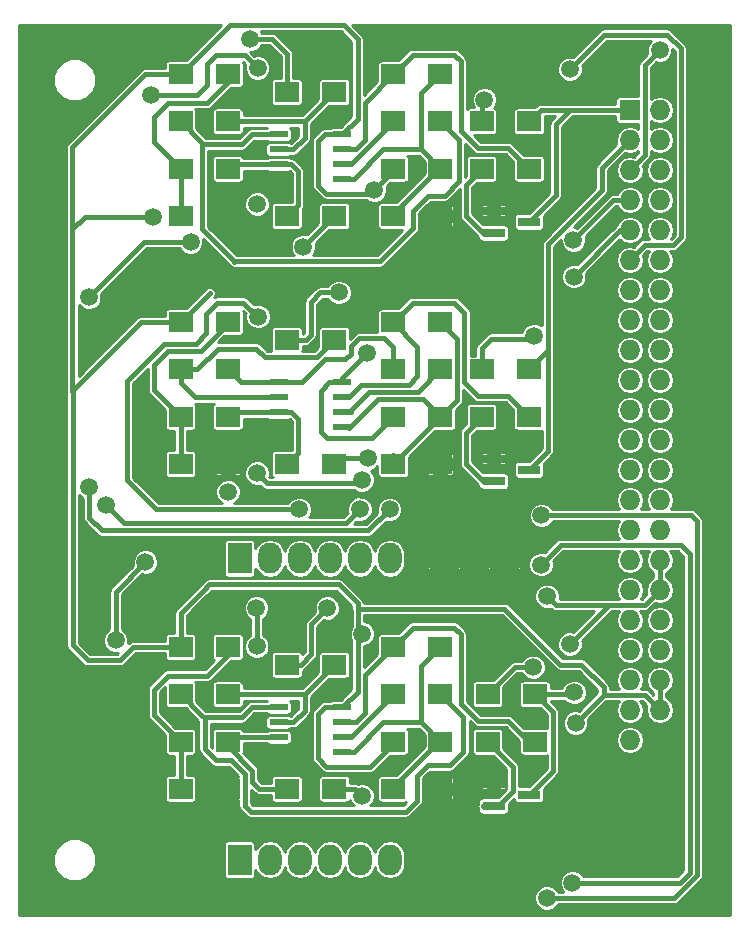
<source format=gbr>
G04 #@! TF.FileFunction,Copper,L1,Top,Signal*
%FSLAX46Y46*%
G04 Gerber Fmt 4.6, Leading zero omitted, Abs format (unit mm)*
G04 Created by KiCad (PCBNEW 4.0.2-stable) date 3/31/2017 5:15:40 PM*
%MOMM*%
G01*
G04 APERTURE LIST*
%ADD10C,0.100000*%
%ADD11R,2.000000X2.600000*%
%ADD12O,2.000000X2.600000*%
%ADD13R,1.900000X0.800000*%
%ADD14R,2.000000X1.700000*%
%ADD15R,1.550000X0.600000*%
%ADD16R,1.727200X1.727200*%
%ADD17O,1.727200X1.727200*%
%ADD18C,1.500000*%
%ADD19C,0.400000*%
%ADD20C,0.254000*%
G04 APERTURE END LIST*
D10*
D11*
X128500000Y-148000000D03*
D12*
X131040000Y-148000000D03*
X133580000Y-148000000D03*
X136120000Y-148000000D03*
X138660000Y-148000000D03*
X141200000Y-148000000D03*
X143740000Y-148000000D03*
X146280000Y-148000000D03*
X148820000Y-148000000D03*
X151360000Y-148000000D03*
D11*
X128500000Y-122500000D03*
D12*
X131040000Y-122500000D03*
X133580000Y-122500000D03*
X136120000Y-122500000D03*
X138660000Y-122500000D03*
X141200000Y-122500000D03*
X143740000Y-122500000D03*
X146280000Y-122500000D03*
X148820000Y-122500000D03*
X151360000Y-122500000D03*
D13*
X150000000Y-93050000D03*
X150000000Y-94950000D03*
X153000000Y-94000000D03*
X150000000Y-114050000D03*
X150000000Y-115950000D03*
X153000000Y-115000000D03*
X150000000Y-141550000D03*
X150000000Y-143450000D03*
X153000000Y-142500000D03*
D14*
X123500000Y-81500000D03*
X127500000Y-81500000D03*
X123500000Y-93500000D03*
X127500000Y-93500000D03*
X123500000Y-89500000D03*
X127500000Y-89500000D03*
X123500000Y-85500000D03*
X127500000Y-85500000D03*
X132500000Y-93500000D03*
X136500000Y-93500000D03*
X132500000Y-83000000D03*
X136500000Y-83000000D03*
X141500000Y-85500000D03*
X145500000Y-85500000D03*
X141500000Y-89500000D03*
X145500000Y-89500000D03*
X141500000Y-93500000D03*
X145500000Y-93500000D03*
X141500000Y-81500000D03*
X145500000Y-81500000D03*
X149000000Y-89500000D03*
X153000000Y-89500000D03*
X149000000Y-85500000D03*
X153000000Y-85500000D03*
X123500000Y-102500000D03*
X127500000Y-102500000D03*
X123500000Y-114500000D03*
X127500000Y-114500000D03*
X123500000Y-110500000D03*
X127500000Y-110500000D03*
X127500000Y-106500000D03*
X123500000Y-106500000D03*
X132500000Y-114500000D03*
X136500000Y-114500000D03*
X132500000Y-104000000D03*
X136500000Y-104000000D03*
X145500000Y-106500000D03*
X141500000Y-106500000D03*
X141500000Y-110500000D03*
X145500000Y-110500000D03*
X141500000Y-114500000D03*
X145500000Y-114500000D03*
X141500000Y-102500000D03*
X145500000Y-102500000D03*
X149000000Y-110500000D03*
X153000000Y-110500000D03*
X149000000Y-106500000D03*
X153000000Y-106500000D03*
X123500000Y-130000000D03*
X127500000Y-130000000D03*
X123500000Y-142000000D03*
X127500000Y-142000000D03*
X123500000Y-138000000D03*
X127500000Y-138000000D03*
X123500000Y-134000000D03*
X127500000Y-134000000D03*
X132500000Y-142000000D03*
X136500000Y-142000000D03*
X132500000Y-131500000D03*
X136500000Y-131500000D03*
X141500000Y-134000000D03*
X145500000Y-134000000D03*
X141500000Y-138000000D03*
X145500000Y-138000000D03*
X141500000Y-142000000D03*
X145500000Y-142000000D03*
X141500000Y-130000000D03*
X145500000Y-130000000D03*
X149500000Y-138000000D03*
X153500000Y-138000000D03*
X149500000Y-134000000D03*
X153500000Y-134000000D03*
D15*
X131800000Y-86595000D03*
X131800000Y-87865000D03*
X131800000Y-89135000D03*
X131800000Y-90405000D03*
X137200000Y-90405000D03*
X137200000Y-89135000D03*
X137200000Y-87865000D03*
X137200000Y-86595000D03*
X131800000Y-107595000D03*
X131800000Y-108865000D03*
X131800000Y-110135000D03*
X131800000Y-111405000D03*
X137200000Y-111405000D03*
X137200000Y-110135000D03*
X137200000Y-108865000D03*
X137200000Y-107595000D03*
X131800000Y-135095000D03*
X131800000Y-136365000D03*
X131800000Y-137635000D03*
X131800000Y-138905000D03*
X137200000Y-138905000D03*
X137200000Y-137635000D03*
X137200000Y-136365000D03*
X137200000Y-135095000D03*
D16*
X161520000Y-84523000D03*
D17*
X164060000Y-84523000D03*
X161520000Y-87063000D03*
X164060000Y-87063000D03*
X161520000Y-89603000D03*
X164060000Y-89603000D03*
X161520000Y-92143000D03*
X164060000Y-92143000D03*
X161520000Y-94683000D03*
X164060000Y-94683000D03*
X161520000Y-97223000D03*
X164060000Y-97223000D03*
X161520000Y-99763000D03*
X164060000Y-99763000D03*
X161520000Y-102303000D03*
X164060000Y-102303000D03*
X161520000Y-104843000D03*
X164060000Y-104843000D03*
X161520000Y-107383000D03*
X164060000Y-107383000D03*
X161520000Y-109923000D03*
X164060000Y-109923000D03*
X161520000Y-112463000D03*
X164060000Y-112463000D03*
X161520000Y-115003000D03*
X164060000Y-115003000D03*
X161520000Y-117543000D03*
X164060000Y-117543000D03*
X161520000Y-120083000D03*
X164060000Y-120083000D03*
X161520000Y-122623000D03*
X164060000Y-122623000D03*
X161520000Y-125163000D03*
X164060000Y-125163000D03*
X161520000Y-127703000D03*
X164060000Y-127703000D03*
X161520000Y-130243000D03*
X164060000Y-130243000D03*
X161520000Y-132783000D03*
X164060000Y-132783000D03*
X161520000Y-135323000D03*
X164060000Y-135323000D03*
X161520000Y-137863000D03*
X164060000Y-137863000D03*
X161520000Y-140403000D03*
X164060000Y-140403000D03*
X161520000Y-142943000D03*
X164060000Y-142943000D03*
X161520000Y-145483000D03*
X164060000Y-145483000D03*
D18*
X127520000Y-116850000D03*
X129990000Y-92500000D03*
X133890000Y-96090000D03*
X129420000Y-78500000D03*
X139340000Y-114010000D03*
X154060000Y-118860000D03*
X154510000Y-151240000D03*
X118000000Y-129430000D03*
X136900000Y-99970000D03*
X120520000Y-122810000D03*
X138850000Y-142590000D03*
X156670000Y-149940000D03*
X135920000Y-126700000D03*
X154030000Y-123020000D03*
X156690000Y-148000000D03*
X129950000Y-129950000D03*
X129930000Y-126670000D03*
X130070000Y-102020000D03*
X133540000Y-118340000D03*
X129980000Y-115280000D03*
X138850000Y-115840000D03*
X130030000Y-80970000D03*
X121040000Y-83230000D03*
X117160000Y-117960000D03*
X138690000Y-118330000D03*
X141200000Y-118340000D03*
X115760000Y-116480000D03*
X124360000Y-95690000D03*
X115730000Y-100390000D03*
X156830000Y-133830000D03*
X164060000Y-79450000D03*
X156770000Y-95530000D03*
X156790000Y-98630000D03*
X156460000Y-81080000D03*
X153360000Y-131710000D03*
X154530000Y-125700000D03*
X153440000Y-103630000D03*
X149230000Y-83650000D03*
X156465000Y-129745000D03*
X138890000Y-128870000D03*
X156940000Y-136430000D03*
X139290000Y-105100000D03*
X139910000Y-91290000D03*
X121150000Y-93570000D03*
D19*
X133890000Y-96090000D02*
X136480000Y-93500000D01*
X136480000Y-93500000D02*
X136500000Y-93500000D01*
X132500000Y-79750000D02*
X132500000Y-83000000D01*
X131250000Y-78500000D02*
X132500000Y-79750000D01*
X129420000Y-78500000D02*
X131250000Y-78500000D01*
X154060000Y-118860000D02*
X154110000Y-118810000D01*
X154110000Y-118810000D02*
X166690000Y-118810000D01*
X166690000Y-118810000D02*
X167220000Y-119340000D01*
X167220000Y-119340000D02*
X167220000Y-149340000D01*
X139340000Y-114010000D02*
X136990000Y-114010000D01*
X165320000Y-151240000D02*
X167220000Y-149340000D01*
X154510000Y-151240000D02*
X165320000Y-151240000D01*
X136500000Y-114500000D02*
X136990000Y-114010000D01*
X120520000Y-122810000D02*
X118000000Y-125330000D01*
X118000000Y-125330000D02*
X118000000Y-129430000D01*
X134090000Y-104000000D02*
X134520000Y-103570000D01*
X134520000Y-103570000D02*
X134520000Y-100770000D01*
X134520000Y-100770000D02*
X135320000Y-99970000D01*
X135320000Y-99970000D02*
X136900000Y-99970000D01*
X132500000Y-104000000D02*
X134090000Y-104000000D01*
X120520000Y-122810000D02*
X120520000Y-122980000D01*
X138260000Y-142000000D02*
X136500000Y-142000000D01*
X138850000Y-142590000D02*
X138260000Y-142000000D01*
X165770000Y-149940000D02*
X166610000Y-149100000D01*
X156670000Y-149940000D02*
X165770000Y-149940000D01*
X132500000Y-131500000D02*
X133660000Y-131500000D01*
X134540000Y-130620000D02*
X133660000Y-131500000D01*
X134540000Y-128080000D02*
X134540000Y-130620000D01*
X135920000Y-126700000D02*
X134540000Y-128080000D01*
X155700000Y-121350000D02*
X154030000Y-123020000D01*
X165830000Y-121350000D02*
X155700000Y-121350000D01*
X166610000Y-122130000D02*
X165830000Y-121350000D01*
X166610000Y-149100000D02*
X166610000Y-122130000D01*
X161543000Y-148000000D02*
X164060000Y-145483000D01*
X156690000Y-148000000D02*
X161543000Y-148000000D01*
X129950000Y-126690000D02*
X129950000Y-129950000D01*
X129930000Y-126670000D02*
X129950000Y-126690000D01*
X130020000Y-102020000D02*
X130070000Y-102020000D01*
X128830000Y-100830000D02*
X130020000Y-102020000D01*
X126620000Y-100830000D02*
X128830000Y-100830000D01*
X125680000Y-101770000D02*
X126620000Y-100830000D01*
X125680000Y-103400000D02*
X125680000Y-101770000D01*
X133540000Y-118340000D02*
X121440000Y-118340000D01*
X121440000Y-118340000D02*
X118970000Y-115870000D01*
X124780000Y-104300000D02*
X125680000Y-103400000D01*
X122120000Y-104300000D02*
X124780000Y-104300000D01*
X118970000Y-107450000D02*
X122120000Y-104300000D01*
X118970000Y-115870000D02*
X118970000Y-107450000D01*
X129980000Y-115340000D02*
X129980000Y-115280000D01*
X130790000Y-116150000D02*
X129980000Y-115340000D01*
X138540000Y-116150000D02*
X130790000Y-116150000D01*
X138850000Y-115840000D02*
X138540000Y-116150000D01*
X125315000Y-82835000D02*
X125710000Y-82440000D01*
X128930000Y-79870000D02*
X130030000Y-80970000D01*
X126480000Y-79870000D02*
X128930000Y-79870000D01*
X125710000Y-80640000D02*
X126480000Y-79870000D01*
X125710000Y-82440000D02*
X125710000Y-80640000D01*
X124920000Y-83230000D02*
X125315000Y-82835000D01*
X125315000Y-82835000D02*
X125390000Y-82760000D01*
X121040000Y-83230000D02*
X124920000Y-83230000D01*
X118730000Y-119530000D02*
X117160000Y-117960000D01*
X137490000Y-119530000D02*
X118730000Y-119530000D01*
X138690000Y-118330000D02*
X137490000Y-119530000D01*
X141200000Y-118340000D02*
X139409998Y-120130002D01*
X139409998Y-120130002D02*
X116830002Y-120130002D01*
X116830002Y-120130002D02*
X115760000Y-119060000D01*
X115760000Y-119060000D02*
X115760000Y-116480000D01*
X120430000Y-95690000D02*
X124360000Y-95690000D01*
X115730000Y-100390000D02*
X120430000Y-95690000D01*
X156440000Y-84523000D02*
X161520000Y-84523000D01*
X153000000Y-94000000D02*
X155260000Y-91740000D01*
X153000000Y-85500000D02*
X153977000Y-84523000D01*
X153977000Y-84523000D02*
X156440000Y-84523000D01*
X156440000Y-84523000D02*
X156487000Y-84523000D01*
X155260000Y-85750000D02*
X156487000Y-84523000D01*
X155260000Y-91740000D02*
X155260000Y-85750000D01*
X161520000Y-87063000D02*
X159150000Y-89433000D01*
X159150000Y-91340000D02*
X154610000Y-95880000D01*
X159150000Y-89433000D02*
X159150000Y-91340000D01*
X161427000Y-87063000D02*
X161520000Y-87063000D01*
X153000000Y-106500000D02*
X154610000Y-104890000D01*
X154610000Y-104890000D02*
X154610000Y-104450000D01*
X153000000Y-115000000D02*
X154610000Y-113390000D01*
X154610000Y-113390000D02*
X154610000Y-104450000D01*
X154610000Y-104450000D02*
X154610000Y-95880000D01*
X162790000Y-83290000D02*
X162790000Y-80720000D01*
X156660000Y-134000000D02*
X156830000Y-133830000D01*
X156660000Y-134000000D02*
X153500000Y-134000000D01*
X162790000Y-80720000D02*
X164060000Y-79450000D01*
X161520000Y-89603000D02*
X162790000Y-88333000D01*
X162790000Y-88333000D02*
X162790000Y-83290000D01*
X162790000Y-83290000D02*
X162790000Y-83270000D01*
X153000000Y-142500000D02*
X155040000Y-140460000D01*
X155040000Y-140460000D02*
X155040000Y-135540000D01*
X155040000Y-135540000D02*
X153500000Y-134000000D01*
X156770000Y-95530000D02*
X160157000Y-92143000D01*
X160157000Y-92143000D02*
X161520000Y-92143000D01*
X160737000Y-94683000D02*
X156790000Y-98630000D01*
X160737000Y-94683000D02*
X161520000Y-94683000D01*
X165850000Y-82900000D02*
X165850000Y-79320000D01*
X161520000Y-97223000D02*
X162793000Y-95950000D01*
X165210000Y-95950000D02*
X162793000Y-95950000D01*
X165850000Y-95310000D02*
X165210000Y-95950000D01*
X165850000Y-82900000D02*
X165850000Y-95310000D01*
X159390000Y-78150000D02*
X156460000Y-81080000D01*
X164680000Y-78150000D02*
X159390000Y-78150000D01*
X165850000Y-79320000D02*
X164680000Y-78150000D01*
X164060000Y-122623000D02*
X164060000Y-125163000D01*
X149500000Y-134000000D02*
X151790000Y-131710000D01*
X151790000Y-131710000D02*
X153360000Y-131710000D01*
X155260000Y-126430000D02*
X154530000Y-125700000D01*
X159780000Y-126430000D02*
X155260000Y-126430000D01*
X149800000Y-103890000D02*
X149000000Y-104690000D01*
X153180000Y-103890000D02*
X149800000Y-103890000D01*
X153440000Y-103630000D02*
X153180000Y-103890000D01*
X149230000Y-83650000D02*
X149000000Y-83880000D01*
X149000000Y-83880000D02*
X149000000Y-85500000D01*
X162793000Y-126430000D02*
X164060000Y-125163000D01*
X159780000Y-126430000D02*
X162793000Y-126430000D01*
X156465000Y-129745000D02*
X159780000Y-126430000D01*
X149000000Y-104690000D02*
X149000000Y-106500000D01*
X149030000Y-104660000D02*
X149000000Y-104690000D01*
X149260000Y-133760000D02*
X149500000Y-134000000D01*
X138500000Y-133795000D02*
X138500000Y-129260000D01*
X137200000Y-135095000D02*
X138500000Y-133795000D01*
X138500000Y-129260000D02*
X138890000Y-128870000D01*
X138520000Y-126760000D02*
X138520000Y-128500000D01*
X138520000Y-128500000D02*
X138890000Y-128870000D01*
X164060000Y-132783000D02*
X164060000Y-135323000D01*
X118365000Y-131105000D02*
X115625000Y-131105000D01*
X114360000Y-108280000D02*
X114340000Y-108260000D01*
X114360000Y-129840000D02*
X114360000Y-108280000D01*
X115625000Y-131105000D02*
X114360000Y-129840000D01*
X159320000Y-134050000D02*
X159320000Y-133390000D01*
X150900000Y-126760000D02*
X138520000Y-126760000D01*
X138520000Y-126760000D02*
X138500000Y-126760000D01*
X155630000Y-131490000D02*
X150900000Y-126760000D01*
X157420000Y-131490000D02*
X155630000Y-131490000D01*
X159320000Y-133390000D02*
X157420000Y-131490000D01*
X156940000Y-136430000D02*
X159320000Y-134050000D01*
X159320000Y-134050000D02*
X162787000Y-134050000D01*
X162787000Y-134050000D02*
X164060000Y-135323000D01*
X137200000Y-107595000D02*
X137200000Y-107190000D01*
X137200000Y-107190000D02*
X139290000Y-105100000D01*
X138850000Y-112260000D02*
X135870000Y-112260000D01*
X136085000Y-107595000D02*
X137200000Y-107595000D01*
X135390000Y-108290000D02*
X136085000Y-107595000D01*
X135390000Y-111780000D02*
X135390000Y-108290000D01*
X135870000Y-112260000D02*
X135390000Y-111780000D01*
X138850000Y-112260000D02*
X139740000Y-112260000D01*
X139740000Y-112260000D02*
X141500000Y-110500000D01*
X125790000Y-100220000D02*
X125790000Y-100210000D01*
X115400000Y-93570000D02*
X114340000Y-94630000D01*
X121150000Y-93570000D02*
X115400000Y-93570000D01*
X125980000Y-100020000D02*
X125790000Y-100210000D01*
X125790000Y-100210000D02*
X123500000Y-102500000D01*
X138500000Y-81500000D02*
X138500000Y-78530000D01*
X138500000Y-85295000D02*
X138500000Y-81500000D01*
X137200000Y-86595000D02*
X138500000Y-85295000D01*
X127670000Y-77330000D02*
X123500000Y-81500000D01*
X137300000Y-77330000D02*
X127670000Y-77330000D01*
X138500000Y-78530000D02*
X137300000Y-77330000D01*
X114340000Y-90660000D02*
X114340000Y-87680000D01*
X114340000Y-87680000D02*
X120520000Y-81500000D01*
X120520000Y-81500000D02*
X123500000Y-81500000D01*
X114340000Y-108260000D02*
X114340000Y-94630000D01*
X114340000Y-94630000D02*
X114340000Y-90660000D01*
X119470000Y-130000000D02*
X118365000Y-131105000D01*
X118365000Y-131105000D02*
X118360000Y-131110000D01*
X123500000Y-130000000D02*
X119470000Y-130000000D01*
X118360000Y-104270000D02*
X114340000Y-108290000D01*
X114340000Y-108290000D02*
X114340000Y-108270000D01*
X114340000Y-108270000D02*
X114350000Y-108260000D01*
X114350000Y-108260000D02*
X114340000Y-108260000D01*
X123500000Y-102500000D02*
X120130000Y-102500000D01*
X120130000Y-102500000D02*
X118360000Y-104270000D01*
X125390000Y-125260000D02*
X125950000Y-124700000D01*
X125950000Y-124700000D02*
X136910000Y-124700000D01*
X136910000Y-124700000D02*
X138500000Y-126290000D01*
X138500000Y-126290000D02*
X138500000Y-126760000D01*
X123500000Y-130000000D02*
X123500000Y-127150000D01*
X123500000Y-127150000D02*
X125390000Y-125260000D01*
X156940000Y-136430000D02*
X156940000Y-136420000D01*
X135695000Y-135095000D02*
X137200000Y-135095000D01*
X135150000Y-135640000D02*
X135695000Y-135095000D01*
X135150000Y-139430000D02*
X135150000Y-135640000D01*
X135840000Y-140120000D02*
X135150000Y-139430000D01*
X139580000Y-140120000D02*
X135840000Y-140120000D01*
X141500000Y-138200000D02*
X139580000Y-140120000D01*
X141500000Y-138000000D02*
X141500000Y-138200000D01*
X141500000Y-110500000D02*
X141500000Y-110700000D01*
X141500000Y-89500000D02*
X141500000Y-89700000D01*
X141500000Y-89700000D02*
X139910000Y-91290000D01*
X139910000Y-91290000D02*
X139580000Y-91620000D01*
X139580000Y-91620000D02*
X135840000Y-91620000D01*
X135840000Y-91620000D02*
X135150000Y-90930000D01*
X135150000Y-90930000D02*
X135150000Y-87140000D01*
X135150000Y-87140000D02*
X135695000Y-86595000D01*
X135695000Y-86595000D02*
X137200000Y-86595000D01*
X125980000Y-79020000D02*
X123500000Y-81500000D01*
X150000000Y-94950000D02*
X149130000Y-94950000D01*
X149130000Y-94950000D02*
X147650002Y-93470002D01*
X147650002Y-93470002D02*
X147650002Y-90849998D01*
X147650002Y-90849998D02*
X149000000Y-89500000D01*
X147650002Y-111849998D02*
X149000000Y-110500000D01*
X147650002Y-114470002D02*
X147650002Y-111849998D01*
X149130000Y-115950000D02*
X147650002Y-114470002D01*
X150000000Y-115950000D02*
X149130000Y-115950000D01*
X150000000Y-143450000D02*
X150380000Y-143450000D01*
X150380000Y-143450000D02*
X151620000Y-142210000D01*
X151620000Y-140120000D02*
X149500000Y-138000000D01*
X151620000Y-142210000D02*
X151620000Y-140120000D01*
X150000000Y-143450000D02*
X149130000Y-143450000D01*
X123500000Y-93500000D02*
X123500000Y-89500000D01*
X127500000Y-81500000D02*
X127500000Y-82200000D01*
X127500000Y-82200000D02*
X125780000Y-83920000D01*
X125780000Y-83920000D02*
X122410000Y-83920000D01*
X122410000Y-83920000D02*
X121230000Y-85100000D01*
X121230000Y-85100000D02*
X121230000Y-87230000D01*
X121230000Y-87230000D02*
X123500000Y-89500000D01*
X132500000Y-93500000D02*
X133440000Y-92560000D01*
X133440000Y-92560000D02*
X133440000Y-89690000D01*
X133440000Y-89690000D02*
X132885000Y-89135000D01*
X132885000Y-89135000D02*
X131800000Y-89135000D01*
X127500000Y-89500000D02*
X127865000Y-89135000D01*
X127865000Y-89135000D02*
X131800000Y-89135000D01*
X147050000Y-87050000D02*
X147050000Y-90580000D01*
X145500000Y-85500000D02*
X147050000Y-87050000D01*
X140370000Y-97340000D02*
X128040000Y-97340000D01*
X143190000Y-94520000D02*
X140370000Y-97340000D01*
X143190000Y-93040000D02*
X143190000Y-94520000D01*
X144450000Y-91780000D02*
X143190000Y-93040000D01*
X145850000Y-91780000D02*
X144450000Y-91780000D01*
X147050000Y-90580000D02*
X145850000Y-91780000D01*
X128060000Y-97360000D02*
X128040000Y-97340000D01*
X128040000Y-97340000D02*
X125340000Y-94640000D01*
X125340000Y-94640000D02*
X125340000Y-87340000D01*
X131800000Y-86595000D02*
X129525000Y-86595000D01*
X125450000Y-87450000D02*
X125340000Y-87340000D01*
X125340000Y-87340000D02*
X123500000Y-85500000D01*
X128670000Y-87450000D02*
X125450000Y-87450000D01*
X129525000Y-86595000D02*
X128670000Y-87450000D01*
X131800000Y-87865000D02*
X133055000Y-87865000D01*
X134000000Y-86920000D02*
X134000000Y-85500000D01*
X133055000Y-87865000D02*
X134000000Y-86920000D01*
X127500000Y-85500000D02*
X134000000Y-85500000D01*
X134000000Y-85500000D02*
X136500000Y-83000000D01*
X137200000Y-89135000D02*
X137915000Y-89135000D01*
X137915000Y-89135000D02*
X141500000Y-85550000D01*
X141500000Y-85550000D02*
X141500000Y-85500000D01*
X141500000Y-93500000D02*
X141500000Y-93310000D01*
X141500000Y-93310000D02*
X145310000Y-89500000D01*
X145310000Y-89500000D02*
X145500000Y-89500000D01*
X137200000Y-90405000D02*
X138145000Y-90405000D01*
X140680000Y-87870000D02*
X143870000Y-87870000D01*
X138145000Y-90405000D02*
X140680000Y-87870000D01*
X145500000Y-89500000D02*
X143870000Y-87870000D01*
X143870000Y-83130000D02*
X145500000Y-81500000D01*
X143870000Y-87870000D02*
X143870000Y-83130000D01*
X141500000Y-93500000D02*
X141500000Y-93420000D01*
X143360000Y-79850000D02*
X143150000Y-79850000D01*
X151260000Y-87760000D02*
X148700000Y-87760000D01*
X148700000Y-87760000D02*
X147220000Y-86280000D01*
X147220000Y-86280000D02*
X147220000Y-80390000D01*
X147220000Y-80390000D02*
X146680000Y-79850000D01*
X146680000Y-79850000D02*
X143360000Y-79850000D01*
X153000000Y-89500000D02*
X151260000Y-87760000D01*
X143150000Y-79850000D02*
X141500000Y-81500000D01*
X137200000Y-87865000D02*
X138335000Y-87865000D01*
X139100002Y-83899998D02*
X141500000Y-81500000D01*
X139100002Y-87099998D02*
X139100002Y-83899998D01*
X138335000Y-87865000D02*
X139100002Y-87099998D01*
X121230000Y-108230000D02*
X123500000Y-110500000D01*
X121230000Y-106100000D02*
X121230000Y-108230000D01*
X122410000Y-104920000D02*
X121230000Y-106100000D01*
X127500000Y-102500000D02*
X127500000Y-102620000D01*
X123500000Y-114500000D02*
X123500000Y-110500000D01*
X125200000Y-104920000D02*
X122410000Y-104920000D01*
X127500000Y-102620000D02*
X125200000Y-104920000D01*
X127865000Y-110135000D02*
X131800000Y-110135000D01*
X127500000Y-110500000D02*
X127865000Y-110135000D01*
X133440000Y-113560000D02*
X133440000Y-110690000D01*
X133440000Y-110690000D02*
X132885000Y-110135000D01*
X132885000Y-110135000D02*
X131800000Y-110135000D01*
X132500000Y-114500000D02*
X133440000Y-113560000D01*
X141500000Y-106500000D02*
X141500000Y-104590000D01*
X133775000Y-107595000D02*
X131800000Y-107595000D01*
X135740000Y-105630000D02*
X133775000Y-107595000D01*
X137460000Y-105630000D02*
X135740000Y-105630000D01*
X137940000Y-105150000D02*
X137460000Y-105630000D01*
X137940000Y-104520000D02*
X137940000Y-105150000D01*
X138630000Y-103830000D02*
X137940000Y-104520000D01*
X140740000Y-103830000D02*
X138630000Y-103830000D01*
X141500000Y-104590000D02*
X140740000Y-103830000D01*
X127500000Y-106500000D02*
X128595000Y-107595000D01*
X128595000Y-107595000D02*
X131800000Y-107595000D01*
X141500000Y-106550000D02*
X141500000Y-106500000D01*
X123500000Y-106500000D02*
X124920000Y-106500000D01*
X135060000Y-105440000D02*
X136500000Y-104000000D01*
X130620000Y-105440000D02*
X135060000Y-105440000D01*
X129910000Y-104730000D02*
X130620000Y-105440000D01*
X126690000Y-104730000D02*
X129910000Y-104730000D01*
X124920000Y-106500000D02*
X126690000Y-104730000D01*
X123500000Y-106500000D02*
X123500000Y-107670000D01*
X124695000Y-108865000D02*
X131800000Y-108865000D01*
X123500000Y-107670000D02*
X124695000Y-108865000D01*
X137200000Y-110135000D02*
X137735000Y-110135000D01*
X143590000Y-108410000D02*
X145500000Y-106500000D01*
X139460000Y-108410000D02*
X143590000Y-108410000D01*
X137735000Y-110135000D02*
X139460000Y-108410000D01*
X137200000Y-110135000D02*
X137915000Y-110135000D01*
X141500000Y-114500000D02*
X145500000Y-110500000D01*
X137795000Y-111405000D02*
X137795000Y-111465000D01*
X137795000Y-111405000D02*
X137200000Y-111405000D01*
X137795000Y-111465000D02*
X140240000Y-109020000D01*
X140240000Y-109020000D02*
X144020000Y-109020000D01*
X144020000Y-109020000D02*
X145500000Y-110500000D01*
X146929998Y-109070002D02*
X146929998Y-103929998D01*
X146929998Y-103929998D02*
X145500000Y-102500000D01*
X145500000Y-110500000D02*
X146929998Y-109070002D01*
X141500000Y-114500000D02*
X141500000Y-113780000D01*
X141500000Y-114500000D02*
X141500000Y-114420000D01*
X145310000Y-110500000D02*
X145500000Y-110500000D01*
X141500000Y-114500000D02*
X141500000Y-114310000D01*
X137200000Y-108865000D02*
X137755000Y-108865000D01*
X143560000Y-104560000D02*
X141500000Y-102500000D01*
X143560000Y-107090000D02*
X143560000Y-104560000D01*
X142850000Y-107800000D02*
X143560000Y-107090000D01*
X138820000Y-107800000D02*
X142850000Y-107800000D01*
X137755000Y-108865000D02*
X138820000Y-107800000D01*
X147530000Y-107590000D02*
X147530000Y-101700000D01*
X143150000Y-100850000D02*
X141500000Y-102500000D01*
X153000000Y-110500000D02*
X151260000Y-108760000D01*
X146680000Y-100850000D02*
X143360000Y-100850000D01*
X147530000Y-101700000D02*
X146680000Y-100850000D01*
X148700000Y-108760000D02*
X147530000Y-107590000D01*
X151260000Y-108760000D02*
X148700000Y-108760000D01*
X143360000Y-100850000D02*
X143150000Y-100850000D01*
X121230000Y-135730000D02*
X123500000Y-138000000D01*
X121230000Y-133600000D02*
X121230000Y-135730000D01*
X122410000Y-132420000D02*
X121230000Y-133600000D01*
X125780000Y-132420000D02*
X122410000Y-132420000D01*
X127500000Y-130700000D02*
X125780000Y-132420000D01*
X127500000Y-130000000D02*
X127500000Y-130700000D01*
X123500000Y-142000000D02*
X123500000Y-138000000D01*
X132500000Y-142000000D02*
X130140000Y-142000000D01*
X129560000Y-140460000D02*
X127500000Y-138400000D01*
X129560000Y-141420000D02*
X129560000Y-140460000D01*
X130140000Y-142000000D02*
X129560000Y-141420000D01*
X127500000Y-138400000D02*
X127500000Y-138000000D01*
X127865000Y-137635000D02*
X131800000Y-137635000D01*
X127500000Y-138000000D02*
X127865000Y-137635000D01*
X144120000Y-140300000D02*
X144410000Y-140010000D01*
X147050000Y-135550000D02*
X145500000Y-134000000D01*
X147440000Y-135940000D02*
X147050000Y-135550000D01*
X147440000Y-138860000D02*
X147440000Y-135940000D01*
X146290000Y-140010000D02*
X147440000Y-138860000D01*
X144410000Y-140010000D02*
X146290000Y-140010000D01*
X129450000Y-143940000D02*
X142590000Y-143940000D01*
X129450000Y-143940000D02*
X128930000Y-143420000D01*
X128930000Y-143420000D02*
X128930000Y-140720000D01*
X128930000Y-140720000D02*
X127800000Y-139590000D01*
X127800000Y-139590000D02*
X126490000Y-139590000D01*
X126490000Y-139590000D02*
X125530000Y-138630000D01*
X125530000Y-135950000D02*
X125530000Y-138630000D01*
X143500000Y-140920000D02*
X144120000Y-140300000D01*
X144120000Y-140300000D02*
X144250000Y-140170000D01*
X143500000Y-143030000D02*
X143500000Y-140920000D01*
X142590000Y-143940000D02*
X143500000Y-143030000D01*
X129525000Y-135095000D02*
X128670000Y-135950000D01*
X128670000Y-135950000D02*
X125530000Y-135950000D01*
X125530000Y-135950000D02*
X125450000Y-135950000D01*
X125340000Y-135840000D02*
X123500000Y-134000000D01*
X125450000Y-135950000D02*
X125340000Y-135840000D01*
X131800000Y-135095000D02*
X129525000Y-135095000D01*
X134000000Y-134000000D02*
X136500000Y-131500000D01*
X127500000Y-134000000D02*
X134000000Y-134000000D01*
X133055000Y-136365000D02*
X134000000Y-135420000D01*
X134000000Y-135420000D02*
X134000000Y-134000000D01*
X131800000Y-136365000D02*
X133055000Y-136365000D01*
X137915000Y-137635000D02*
X141500000Y-134050000D01*
X137200000Y-137635000D02*
X137915000Y-137635000D01*
X141500000Y-134050000D02*
X141500000Y-134000000D01*
X138145000Y-138905000D02*
X140680000Y-136370000D01*
X137200000Y-138905000D02*
X138145000Y-138905000D01*
X140680000Y-136370000D02*
X143870000Y-136370000D01*
X143870000Y-136370000D02*
X143870000Y-131630000D01*
X141500000Y-142000000D02*
X141500000Y-141920000D01*
X143870000Y-131630000D02*
X145500000Y-130000000D01*
X145500000Y-138000000D02*
X143870000Y-136370000D01*
X145310000Y-138000000D02*
X145500000Y-138000000D01*
X141500000Y-141810000D02*
X145310000Y-138000000D01*
X141500000Y-142000000D02*
X141500000Y-141810000D01*
X138335000Y-136365000D02*
X139100002Y-135599998D01*
X139100002Y-135599998D02*
X139100002Y-132399998D01*
X137200000Y-136365000D02*
X138335000Y-136365000D01*
X139100002Y-132399998D02*
X141500000Y-130000000D01*
X143150000Y-128350000D02*
X141500000Y-130000000D01*
X153000000Y-138000000D02*
X151260000Y-136260000D01*
X146680000Y-128350000D02*
X143360000Y-128350000D01*
X147220000Y-128890000D02*
X146680000Y-128350000D01*
X147220000Y-134780000D02*
X147220000Y-128890000D01*
X148700000Y-136260000D02*
X147220000Y-134780000D01*
X151260000Y-136260000D02*
X148700000Y-136260000D01*
X143360000Y-128350000D02*
X143150000Y-128350000D01*
D20*
G36*
X125607355Y-78647354D02*
X124361897Y-79892813D01*
X123938116Y-80316594D01*
X122500000Y-80316594D01*
X122378821Y-80339395D01*
X122267526Y-80411012D01*
X122192862Y-80520286D01*
X122166594Y-80650000D01*
X122166594Y-80973000D01*
X120520000Y-80973000D01*
X120318325Y-81013115D01*
X120147355Y-81127355D01*
X113967355Y-87307355D01*
X113853115Y-87478325D01*
X113841467Y-87536885D01*
X113813000Y-87680000D01*
X113813000Y-108260000D01*
X113813995Y-108265000D01*
X113813000Y-108270000D01*
X113813000Y-108290000D01*
X113833000Y-108390548D01*
X113833000Y-129840000D01*
X113873115Y-130041675D01*
X113987355Y-130212645D01*
X115252355Y-131477645D01*
X115423325Y-131591885D01*
X115625000Y-131632000D01*
X118334863Y-131632000D01*
X118360000Y-131637000D01*
X118561675Y-131596885D01*
X118732645Y-131482645D01*
X119688290Y-130527000D01*
X122166594Y-130527000D01*
X122166594Y-130850000D01*
X122189395Y-130971179D01*
X122261012Y-131082474D01*
X122370286Y-131157138D01*
X122500000Y-131183406D01*
X124500000Y-131183406D01*
X124621179Y-131160605D01*
X124732474Y-131088988D01*
X124807138Y-130979714D01*
X124833406Y-130850000D01*
X124833406Y-129150000D01*
X124810605Y-129028821D01*
X124738988Y-128917526D01*
X124629714Y-128842862D01*
X124500000Y-128816594D01*
X124027000Y-128816594D01*
X124027000Y-127368290D01*
X124512001Y-126883289D01*
X128852813Y-126883289D01*
X129016431Y-127279275D01*
X129319132Y-127582504D01*
X129423000Y-127625634D01*
X129423000Y-129002436D01*
X129340725Y-129036431D01*
X129037496Y-129339132D01*
X128873187Y-129734832D01*
X128872813Y-130163289D01*
X129036431Y-130559275D01*
X129339132Y-130862504D01*
X129734832Y-131026813D01*
X130163289Y-131027187D01*
X130559275Y-130863569D01*
X130773216Y-130650000D01*
X131166594Y-130650000D01*
X131166594Y-132350000D01*
X131189395Y-132471179D01*
X131261012Y-132582474D01*
X131370286Y-132657138D01*
X131500000Y-132683406D01*
X133500000Y-132683406D01*
X133621179Y-132660605D01*
X133732474Y-132588988D01*
X133807138Y-132479714D01*
X133833406Y-132350000D01*
X133833406Y-131992508D01*
X133861675Y-131986885D01*
X134032645Y-131872645D01*
X134912645Y-130992645D01*
X135026885Y-130821675D01*
X135067000Y-130620000D01*
X135067000Y-128298290D01*
X135622616Y-127742674D01*
X135704832Y-127776813D01*
X136133289Y-127777187D01*
X136529275Y-127613569D01*
X136832504Y-127310868D01*
X136996813Y-126915168D01*
X136997187Y-126486711D01*
X136833569Y-126090725D01*
X136530868Y-125787496D01*
X136135168Y-125623187D01*
X135706711Y-125622813D01*
X135310725Y-125786431D01*
X135007496Y-126089132D01*
X134843187Y-126484832D01*
X134842813Y-126913289D01*
X134877492Y-126997218D01*
X134167355Y-127707355D01*
X134053115Y-127878325D01*
X134053115Y-127878326D01*
X134013000Y-128080000D01*
X134013000Y-130401710D01*
X133822527Y-130592183D01*
X133810605Y-130528821D01*
X133738988Y-130417526D01*
X133629714Y-130342862D01*
X133500000Y-130316594D01*
X131500000Y-130316594D01*
X131378821Y-130339395D01*
X131267526Y-130411012D01*
X131192862Y-130520286D01*
X131166594Y-130650000D01*
X130773216Y-130650000D01*
X130862504Y-130560868D01*
X131026813Y-130165168D01*
X131027187Y-129736711D01*
X130863569Y-129340725D01*
X130560868Y-129037496D01*
X130477000Y-129002671D01*
X130477000Y-127609300D01*
X130539275Y-127583569D01*
X130842504Y-127280868D01*
X131006813Y-126885168D01*
X131007187Y-126456711D01*
X130843569Y-126060725D01*
X130540868Y-125757496D01*
X130145168Y-125593187D01*
X129716711Y-125592813D01*
X129320725Y-125756431D01*
X129017496Y-126059132D01*
X128853187Y-126454832D01*
X128852813Y-126883289D01*
X124512001Y-126883289D01*
X125762646Y-125632645D01*
X125762648Y-125632642D01*
X126168291Y-125227000D01*
X136691710Y-125227000D01*
X137973000Y-126508291D01*
X137973000Y-126760000D01*
X137993000Y-126860548D01*
X137993000Y-128243655D01*
X137977496Y-128259132D01*
X137813187Y-128654832D01*
X137812813Y-129083289D01*
X137973000Y-129470971D01*
X137973000Y-133576709D01*
X137088116Y-134461594D01*
X136425000Y-134461594D01*
X136303821Y-134484395D01*
X136192526Y-134556012D01*
X136184335Y-134568000D01*
X135695000Y-134568000D01*
X135493326Y-134608115D01*
X135493324Y-134608116D01*
X135493325Y-134608116D01*
X135322354Y-134722355D01*
X134777355Y-135267355D01*
X134663115Y-135438325D01*
X134645213Y-135528325D01*
X134623000Y-135640000D01*
X134623000Y-139430000D01*
X134663115Y-139631675D01*
X134777355Y-139802645D01*
X135467354Y-140492645D01*
X135581594Y-140568978D01*
X135638326Y-140606885D01*
X135840000Y-140647000D01*
X139580000Y-140647000D01*
X139781675Y-140606885D01*
X139952645Y-140492645D01*
X141261884Y-139183406D01*
X142500000Y-139183406D01*
X142621179Y-139160605D01*
X142732474Y-139088988D01*
X142807138Y-138979714D01*
X142833406Y-138850000D01*
X142833406Y-137150000D01*
X142810605Y-137028821D01*
X142738988Y-136917526D01*
X142708947Y-136897000D01*
X143651710Y-136897000D01*
X144166594Y-137411884D01*
X144166594Y-138398115D01*
X141748116Y-140816594D01*
X140500000Y-140816594D01*
X140378821Y-140839395D01*
X140267526Y-140911012D01*
X140192862Y-141020286D01*
X140166594Y-141150000D01*
X140166594Y-142850000D01*
X140189395Y-142971179D01*
X140261012Y-143082474D01*
X140370286Y-143157138D01*
X140500000Y-143183406D01*
X142500000Y-143183406D01*
X142621179Y-143160605D01*
X142629385Y-143155325D01*
X142371710Y-143413000D01*
X139550002Y-143413000D01*
X139762504Y-143200868D01*
X139926813Y-142805168D01*
X139927187Y-142376711D01*
X139763569Y-141980725D01*
X139460868Y-141677496D01*
X139065168Y-141513187D01*
X138636711Y-141512813D01*
X138528276Y-141557617D01*
X138461675Y-141513115D01*
X138260000Y-141473000D01*
X137833406Y-141473000D01*
X137833406Y-141150000D01*
X137810605Y-141028821D01*
X137738988Y-140917526D01*
X137629714Y-140842862D01*
X137500000Y-140816594D01*
X135500000Y-140816594D01*
X135378821Y-140839395D01*
X135267526Y-140911012D01*
X135192862Y-141020286D01*
X135166594Y-141150000D01*
X135166594Y-142850000D01*
X135189395Y-142971179D01*
X135261012Y-143082474D01*
X135370286Y-143157138D01*
X135500000Y-143183406D01*
X137500000Y-143183406D01*
X137621179Y-143160605D01*
X137732474Y-143088988D01*
X137807138Y-142979714D01*
X137819825Y-142917066D01*
X137936431Y-143199275D01*
X138149784Y-143413000D01*
X129668290Y-143413000D01*
X129457000Y-143201710D01*
X129457000Y-142062290D01*
X129767355Y-142372645D01*
X129938325Y-142486885D01*
X130140000Y-142527000D01*
X131166594Y-142527000D01*
X131166594Y-142850000D01*
X131189395Y-142971179D01*
X131261012Y-143082474D01*
X131370286Y-143157138D01*
X131500000Y-143183406D01*
X133500000Y-143183406D01*
X133621179Y-143160605D01*
X133732474Y-143088988D01*
X133807138Y-142979714D01*
X133833406Y-142850000D01*
X133833406Y-141150000D01*
X133810605Y-141028821D01*
X133738988Y-140917526D01*
X133629714Y-140842862D01*
X133500000Y-140816594D01*
X131500000Y-140816594D01*
X131378821Y-140839395D01*
X131267526Y-140911012D01*
X131192862Y-141020286D01*
X131166594Y-141150000D01*
X131166594Y-141473000D01*
X130358290Y-141473000D01*
X130087000Y-141201710D01*
X130087000Y-140460000D01*
X130059486Y-140321674D01*
X130046885Y-140258325D01*
X129932645Y-140087355D01*
X128932040Y-139086750D01*
X130898000Y-139086750D01*
X130898000Y-139230262D01*
X130917335Y-139276940D01*
X130953060Y-139312665D01*
X130999738Y-139332000D01*
X131380750Y-139332000D01*
X131412500Y-139300250D01*
X131412500Y-139055000D01*
X132187500Y-139055000D01*
X132187500Y-139300250D01*
X132219250Y-139332000D01*
X132600262Y-139332000D01*
X132646940Y-139312665D01*
X132682665Y-139276940D01*
X132702000Y-139230262D01*
X132702000Y-139086750D01*
X132670250Y-139055000D01*
X132187500Y-139055000D01*
X131412500Y-139055000D01*
X130929750Y-139055000D01*
X130898000Y-139086750D01*
X128932040Y-139086750D01*
X128810147Y-138964857D01*
X128833406Y-138850000D01*
X128833406Y-138579738D01*
X130898000Y-138579738D01*
X130898000Y-138723250D01*
X130929750Y-138755000D01*
X131412500Y-138755000D01*
X131412500Y-138509750D01*
X132187500Y-138509750D01*
X132187500Y-138755000D01*
X132670250Y-138755000D01*
X132702000Y-138723250D01*
X132702000Y-138579738D01*
X132682665Y-138533060D01*
X132646940Y-138497335D01*
X132600262Y-138478000D01*
X132219250Y-138478000D01*
X132187500Y-138509750D01*
X131412500Y-138509750D01*
X131380750Y-138478000D01*
X130999738Y-138478000D01*
X130953060Y-138497335D01*
X130917335Y-138533060D01*
X130898000Y-138579738D01*
X128833406Y-138579738D01*
X128833406Y-138162000D01*
X130782490Y-138162000D01*
X130786012Y-138167474D01*
X130895286Y-138242138D01*
X131025000Y-138268406D01*
X132575000Y-138268406D01*
X132696179Y-138245605D01*
X132807474Y-138173988D01*
X132882138Y-138064714D01*
X132908406Y-137935000D01*
X132908406Y-137335000D01*
X132885605Y-137213821D01*
X132813988Y-137102526D01*
X132704714Y-137027862D01*
X132575000Y-137001594D01*
X131025000Y-137001594D01*
X130903821Y-137024395D01*
X130792526Y-137096012D01*
X130784335Y-137108000D01*
X128825503Y-137108000D01*
X128810605Y-137028821D01*
X128738988Y-136917526D01*
X128629714Y-136842862D01*
X128500000Y-136816594D01*
X126500000Y-136816594D01*
X126378821Y-136839395D01*
X126267526Y-136911012D01*
X126192862Y-137020286D01*
X126166594Y-137150000D01*
X126166594Y-138521304D01*
X126057000Y-138411710D01*
X126057000Y-136477000D01*
X128670000Y-136477000D01*
X128871675Y-136436885D01*
X129042645Y-136322645D01*
X129743291Y-135622000D01*
X130782490Y-135622000D01*
X130786012Y-135627474D01*
X130895286Y-135702138D01*
X131025000Y-135728406D01*
X132575000Y-135728406D01*
X132696179Y-135705605D01*
X132807474Y-135633988D01*
X132882138Y-135524714D01*
X132908406Y-135395000D01*
X132908406Y-134795000D01*
X132885605Y-134673821D01*
X132813988Y-134562526D01*
X132761994Y-134527000D01*
X133473000Y-134527000D01*
X133473000Y-135201710D01*
X132836710Y-135838000D01*
X132817510Y-135838000D01*
X132813988Y-135832526D01*
X132704714Y-135757862D01*
X132575000Y-135731594D01*
X131025000Y-135731594D01*
X130903821Y-135754395D01*
X130792526Y-135826012D01*
X130717862Y-135935286D01*
X130691594Y-136065000D01*
X130691594Y-136665000D01*
X130714395Y-136786179D01*
X130786012Y-136897474D01*
X130895286Y-136972138D01*
X131025000Y-136998406D01*
X132575000Y-136998406D01*
X132696179Y-136975605D01*
X132807474Y-136903988D01*
X132815665Y-136892000D01*
X133055000Y-136892000D01*
X133256675Y-136851885D01*
X133427645Y-136737645D01*
X134372645Y-135792645D01*
X134486885Y-135621675D01*
X134527000Y-135420000D01*
X134527000Y-134218290D01*
X136061884Y-132683406D01*
X137500000Y-132683406D01*
X137621179Y-132660605D01*
X137732474Y-132588988D01*
X137807138Y-132479714D01*
X137833406Y-132350000D01*
X137833406Y-130650000D01*
X137810605Y-130528821D01*
X137738988Y-130417526D01*
X137629714Y-130342862D01*
X137500000Y-130316594D01*
X135500000Y-130316594D01*
X135378821Y-130339395D01*
X135267526Y-130411012D01*
X135192862Y-130520286D01*
X135166594Y-130650000D01*
X135166594Y-132088116D01*
X133781710Y-133473000D01*
X128833406Y-133473000D01*
X128833406Y-133150000D01*
X128810605Y-133028821D01*
X128738988Y-132917526D01*
X128629714Y-132842862D01*
X128500000Y-132816594D01*
X126500000Y-132816594D01*
X126378821Y-132839395D01*
X126267526Y-132911012D01*
X126192862Y-133020286D01*
X126166594Y-133150000D01*
X126166594Y-134850000D01*
X126189395Y-134971179D01*
X126261012Y-135082474D01*
X126370286Y-135157138D01*
X126500000Y-135183406D01*
X128500000Y-135183406D01*
X128621179Y-135160605D01*
X128732474Y-135088988D01*
X128807138Y-134979714D01*
X128833406Y-134850000D01*
X128833406Y-134527000D01*
X130837612Y-134527000D01*
X130792526Y-134556012D01*
X130784335Y-134568000D01*
X129525000Y-134568000D01*
X129323326Y-134608115D01*
X129152355Y-134722354D01*
X128451710Y-135423000D01*
X125668290Y-135423000D01*
X124833406Y-134588116D01*
X124833406Y-133150000D01*
X124810605Y-133028821D01*
X124757954Y-132947000D01*
X125780000Y-132947000D01*
X125981675Y-132906885D01*
X126152645Y-132792645D01*
X127761885Y-131183406D01*
X128500000Y-131183406D01*
X128621179Y-131160605D01*
X128732474Y-131088988D01*
X128807138Y-130979714D01*
X128833406Y-130850000D01*
X128833406Y-129150000D01*
X128810605Y-129028821D01*
X128738988Y-128917526D01*
X128629714Y-128842862D01*
X128500000Y-128816594D01*
X126500000Y-128816594D01*
X126378821Y-128839395D01*
X126267526Y-128911012D01*
X126192862Y-129020286D01*
X126166594Y-129150000D01*
X126166594Y-130850000D01*
X126189395Y-130971179D01*
X126261012Y-131082474D01*
X126327088Y-131127622D01*
X125561710Y-131893000D01*
X122410000Y-131893000D01*
X122208325Y-131933115D01*
X122037355Y-132047355D01*
X120857355Y-133227355D01*
X120743115Y-133398325D01*
X120720282Y-133513115D01*
X120703000Y-133600000D01*
X120703000Y-135730000D01*
X120743115Y-135931675D01*
X120857355Y-136102645D01*
X122166594Y-137411884D01*
X122166594Y-138850000D01*
X122189395Y-138971179D01*
X122261012Y-139082474D01*
X122370286Y-139157138D01*
X122500000Y-139183406D01*
X122973000Y-139183406D01*
X122973000Y-140816594D01*
X122500000Y-140816594D01*
X122378821Y-140839395D01*
X122267526Y-140911012D01*
X122192862Y-141020286D01*
X122166594Y-141150000D01*
X122166594Y-142850000D01*
X122189395Y-142971179D01*
X122261012Y-143082474D01*
X122370286Y-143157138D01*
X122500000Y-143183406D01*
X124500000Y-143183406D01*
X124621179Y-143160605D01*
X124732474Y-143088988D01*
X124807138Y-142979714D01*
X124833406Y-142850000D01*
X124833406Y-142456750D01*
X126373000Y-142456750D01*
X126373000Y-142875262D01*
X126392335Y-142921940D01*
X126428060Y-142957665D01*
X126474738Y-142977000D01*
X126968250Y-142977000D01*
X127000000Y-142945250D01*
X127000000Y-142425000D01*
X126404750Y-142425000D01*
X126373000Y-142456750D01*
X124833406Y-142456750D01*
X124833406Y-141150000D01*
X124828653Y-141124738D01*
X126373000Y-141124738D01*
X126373000Y-141543250D01*
X126404750Y-141575000D01*
X127000000Y-141575000D01*
X127000000Y-141054750D01*
X126968250Y-141023000D01*
X126474738Y-141023000D01*
X126428060Y-141042335D01*
X126392335Y-141078060D01*
X126373000Y-141124738D01*
X124828653Y-141124738D01*
X124810605Y-141028821D01*
X124738988Y-140917526D01*
X124629714Y-140842862D01*
X124500000Y-140816594D01*
X124027000Y-140816594D01*
X124027000Y-139183406D01*
X124500000Y-139183406D01*
X124621179Y-139160605D01*
X124732474Y-139088988D01*
X124807138Y-138979714D01*
X124833406Y-138850000D01*
X124833406Y-137150000D01*
X124810605Y-137028821D01*
X124738988Y-136917526D01*
X124629714Y-136842862D01*
X124500000Y-136816594D01*
X123061884Y-136816594D01*
X121757000Y-135511710D01*
X121757000Y-133818290D01*
X122166594Y-133408696D01*
X122166594Y-134850000D01*
X122189395Y-134971179D01*
X122261012Y-135082474D01*
X122370286Y-135157138D01*
X122500000Y-135183406D01*
X123938116Y-135183406D01*
X125003000Y-136248290D01*
X125003000Y-138630000D01*
X125043115Y-138831675D01*
X125157355Y-139002645D01*
X126117355Y-139962645D01*
X126288325Y-140076885D01*
X126490000Y-140117000D01*
X127581710Y-140117000D01*
X128403000Y-140938291D01*
X128403000Y-141023000D01*
X128031750Y-141023000D01*
X128000000Y-141054750D01*
X128000000Y-141575000D01*
X128403000Y-141575000D01*
X128403000Y-142425000D01*
X128000000Y-142425000D01*
X128000000Y-142945250D01*
X128031750Y-142977000D01*
X128403000Y-142977000D01*
X128403000Y-143420000D01*
X128443115Y-143621675D01*
X128557355Y-143792645D01*
X129077355Y-144312645D01*
X129248325Y-144426885D01*
X129450000Y-144467000D01*
X142590000Y-144467000D01*
X142791675Y-144426885D01*
X142962645Y-144312645D01*
X143872645Y-143402646D01*
X143975759Y-143248325D01*
X143986885Y-143231674D01*
X144027000Y-143030000D01*
X144027000Y-142456750D01*
X144373000Y-142456750D01*
X144373000Y-142875262D01*
X144392335Y-142921940D01*
X144428060Y-142957665D01*
X144474738Y-142977000D01*
X144968250Y-142977000D01*
X145000000Y-142945250D01*
X145000000Y-142425000D01*
X146000000Y-142425000D01*
X146000000Y-142945250D01*
X146031750Y-142977000D01*
X146525262Y-142977000D01*
X146571940Y-142957665D01*
X146607665Y-142921940D01*
X146627000Y-142875262D01*
X146627000Y-142456750D01*
X146595250Y-142425000D01*
X146000000Y-142425000D01*
X145000000Y-142425000D01*
X144404750Y-142425000D01*
X144373000Y-142456750D01*
X144027000Y-142456750D01*
X144027000Y-141781750D01*
X148923000Y-141781750D01*
X148923000Y-141975262D01*
X148942335Y-142021940D01*
X148978060Y-142057665D01*
X149024738Y-142077000D01*
X149493250Y-142077000D01*
X149525000Y-142045250D01*
X149525000Y-141750000D01*
X150475000Y-141750000D01*
X150475000Y-142045250D01*
X150506750Y-142077000D01*
X150975262Y-142077000D01*
X151021940Y-142057665D01*
X151057665Y-142021940D01*
X151077000Y-141975262D01*
X151077000Y-141781750D01*
X151045250Y-141750000D01*
X150475000Y-141750000D01*
X149525000Y-141750000D01*
X148954750Y-141750000D01*
X148923000Y-141781750D01*
X144027000Y-141781750D01*
X144027000Y-141138290D01*
X144040552Y-141124738D01*
X144373000Y-141124738D01*
X144373000Y-141543250D01*
X144404750Y-141575000D01*
X145000000Y-141575000D01*
X145000000Y-141054750D01*
X146000000Y-141054750D01*
X146000000Y-141575000D01*
X146595250Y-141575000D01*
X146627000Y-141543250D01*
X146627000Y-141124738D01*
X148923000Y-141124738D01*
X148923000Y-141318250D01*
X148954750Y-141350000D01*
X149525000Y-141350000D01*
X149525000Y-141054750D01*
X150475000Y-141054750D01*
X150475000Y-141350000D01*
X151045250Y-141350000D01*
X151077000Y-141318250D01*
X151077000Y-141124738D01*
X151057665Y-141078060D01*
X151021940Y-141042335D01*
X150975262Y-141023000D01*
X150506750Y-141023000D01*
X150475000Y-141054750D01*
X149525000Y-141054750D01*
X149493250Y-141023000D01*
X149024738Y-141023000D01*
X148978060Y-141042335D01*
X148942335Y-141078060D01*
X148923000Y-141124738D01*
X146627000Y-141124738D01*
X146607665Y-141078060D01*
X146571940Y-141042335D01*
X146525262Y-141023000D01*
X146031750Y-141023000D01*
X146000000Y-141054750D01*
X145000000Y-141054750D01*
X144968250Y-141023000D01*
X144474738Y-141023000D01*
X144428060Y-141042335D01*
X144392335Y-141078060D01*
X144373000Y-141124738D01*
X144040552Y-141124738D01*
X144492645Y-140672646D01*
X144492647Y-140672643D01*
X144628290Y-140537000D01*
X146290000Y-140537000D01*
X146491675Y-140496885D01*
X146662645Y-140382645D01*
X147812646Y-139232645D01*
X147926885Y-139061674D01*
X147967000Y-138860000D01*
X147967000Y-136272290D01*
X148327355Y-136632645D01*
X148498325Y-136746885D01*
X148700000Y-136787000D01*
X151041710Y-136787000D01*
X152166594Y-137911885D01*
X152166594Y-138850000D01*
X152189395Y-138971179D01*
X152261012Y-139082474D01*
X152370286Y-139157138D01*
X152500000Y-139183406D01*
X154500000Y-139183406D01*
X154513000Y-139180960D01*
X154513000Y-140241709D01*
X152988116Y-141766594D01*
X152147000Y-141766594D01*
X152147000Y-140120000D01*
X152106885Y-139918326D01*
X151992645Y-139747355D01*
X150833406Y-138588116D01*
X150833406Y-137150000D01*
X150810605Y-137028821D01*
X150738988Y-136917526D01*
X150629714Y-136842862D01*
X150500000Y-136816594D01*
X148500000Y-136816594D01*
X148378821Y-136839395D01*
X148267526Y-136911012D01*
X148192862Y-137020286D01*
X148166594Y-137150000D01*
X148166594Y-138850000D01*
X148189395Y-138971179D01*
X148261012Y-139082474D01*
X148370286Y-139157138D01*
X148500000Y-139183406D01*
X149938116Y-139183406D01*
X151093000Y-140338290D01*
X151093000Y-141991710D01*
X150368116Y-142716594D01*
X149050000Y-142716594D01*
X148928821Y-142739395D01*
X148817526Y-142811012D01*
X148742862Y-142920286D01*
X148716594Y-143050000D01*
X148716594Y-143138358D01*
X148643115Y-143248326D01*
X148603000Y-143450000D01*
X148643115Y-143651674D01*
X148716594Y-143761642D01*
X148716594Y-143850000D01*
X148739395Y-143971179D01*
X148811012Y-144082474D01*
X148920286Y-144157138D01*
X149050000Y-144183406D01*
X150950000Y-144183406D01*
X151071179Y-144160605D01*
X151182474Y-144088988D01*
X151257138Y-143979714D01*
X151283406Y-143850000D01*
X151283406Y-143374800D01*
X160660159Y-143374800D01*
X160706934Y-143508959D01*
X160954049Y-143756011D01*
X161088200Y-143799120D01*
X161088200Y-143374800D01*
X161951800Y-143374800D01*
X161951800Y-143799120D01*
X162085951Y-143756011D01*
X162333066Y-143508959D01*
X162379841Y-143374800D01*
X163200159Y-143374800D01*
X163246934Y-143508959D01*
X163494049Y-143756011D01*
X163628200Y-143799120D01*
X163628200Y-143374800D01*
X164491800Y-143374800D01*
X164491800Y-143799120D01*
X164625951Y-143756011D01*
X164873066Y-143508959D01*
X164919841Y-143374800D01*
X164491800Y-143374800D01*
X163628200Y-143374800D01*
X163200159Y-143374800D01*
X162379841Y-143374800D01*
X161951800Y-143374800D01*
X161088200Y-143374800D01*
X160660159Y-143374800D01*
X151283406Y-143374800D01*
X151283406Y-143291884D01*
X151716594Y-142858696D01*
X151716594Y-142900000D01*
X151739395Y-143021179D01*
X151811012Y-143132474D01*
X151920286Y-143207138D01*
X152050000Y-143233406D01*
X153950000Y-143233406D01*
X154071179Y-143210605D01*
X154182474Y-143138988D01*
X154257138Y-143029714D01*
X154283406Y-142900000D01*
X154283406Y-142511200D01*
X160660159Y-142511200D01*
X161088200Y-142511200D01*
X161951800Y-142511200D01*
X162379841Y-142511200D01*
X163200159Y-142511200D01*
X163628200Y-142511200D01*
X164491800Y-142511200D01*
X164919841Y-142511200D01*
X164873066Y-142377041D01*
X164625951Y-142129989D01*
X164491800Y-142086880D01*
X164491800Y-142511200D01*
X163628200Y-142511200D01*
X163628200Y-142086880D01*
X163494049Y-142129989D01*
X163246934Y-142377041D01*
X163200159Y-142511200D01*
X162379841Y-142511200D01*
X162333066Y-142377041D01*
X162085951Y-142129989D01*
X161951800Y-142086880D01*
X161951800Y-142511200D01*
X161088200Y-142511200D01*
X161088200Y-142086880D01*
X160954049Y-142129989D01*
X160706934Y-142377041D01*
X160660159Y-142511200D01*
X154283406Y-142511200D01*
X154283406Y-142100000D01*
X154261534Y-141983757D01*
X155410491Y-140834800D01*
X160660159Y-140834800D01*
X160706934Y-140968959D01*
X160954049Y-141216011D01*
X161088200Y-141259120D01*
X161088200Y-140834800D01*
X161951800Y-140834800D01*
X161951800Y-141259120D01*
X162085951Y-141216011D01*
X162333066Y-140968959D01*
X162379841Y-140834800D01*
X163200159Y-140834800D01*
X163246934Y-140968959D01*
X163494049Y-141216011D01*
X163628200Y-141259120D01*
X163628200Y-140834800D01*
X164491800Y-140834800D01*
X164491800Y-141259120D01*
X164625951Y-141216011D01*
X164873066Y-140968959D01*
X164919841Y-140834800D01*
X164491800Y-140834800D01*
X163628200Y-140834800D01*
X163200159Y-140834800D01*
X162379841Y-140834800D01*
X161951800Y-140834800D01*
X161088200Y-140834800D01*
X160660159Y-140834800D01*
X155410491Y-140834800D01*
X155412646Y-140832645D01*
X155526885Y-140661674D01*
X155567000Y-140460000D01*
X155567000Y-139971200D01*
X160660159Y-139971200D01*
X161088200Y-139971200D01*
X161951800Y-139971200D01*
X162379841Y-139971200D01*
X163200159Y-139971200D01*
X163628200Y-139971200D01*
X164491800Y-139971200D01*
X164919841Y-139971200D01*
X164873066Y-139837041D01*
X164625951Y-139589989D01*
X164491800Y-139546880D01*
X164491800Y-139971200D01*
X163628200Y-139971200D01*
X163628200Y-139546880D01*
X163494049Y-139589989D01*
X163246934Y-139837041D01*
X163200159Y-139971200D01*
X162379841Y-139971200D01*
X162333066Y-139837041D01*
X162085951Y-139589989D01*
X161951800Y-139546880D01*
X161951800Y-139971200D01*
X161088200Y-139971200D01*
X161088200Y-139546880D01*
X160954049Y-139589989D01*
X160706934Y-139837041D01*
X160660159Y-139971200D01*
X155567000Y-139971200D01*
X155567000Y-137839675D01*
X160329400Y-137839675D01*
X160329400Y-137886325D01*
X160420029Y-138341948D01*
X160678119Y-138728206D01*
X161064377Y-138986296D01*
X161520000Y-139076925D01*
X161975623Y-138986296D01*
X162361881Y-138728206D01*
X162619971Y-138341948D01*
X162629349Y-138294800D01*
X163200159Y-138294800D01*
X163246934Y-138428959D01*
X163494049Y-138676011D01*
X163628200Y-138719120D01*
X163628200Y-138294800D01*
X164491800Y-138294800D01*
X164491800Y-138719120D01*
X164625951Y-138676011D01*
X164873066Y-138428959D01*
X164919841Y-138294800D01*
X164491800Y-138294800D01*
X163628200Y-138294800D01*
X163200159Y-138294800D01*
X162629349Y-138294800D01*
X162710600Y-137886325D01*
X162710600Y-137839675D01*
X162629350Y-137431200D01*
X163200159Y-137431200D01*
X163628200Y-137431200D01*
X164491800Y-137431200D01*
X164919841Y-137431200D01*
X164873066Y-137297041D01*
X164625951Y-137049989D01*
X164491800Y-137006880D01*
X164491800Y-137431200D01*
X163628200Y-137431200D01*
X163628200Y-137006880D01*
X163494049Y-137049989D01*
X163246934Y-137297041D01*
X163200159Y-137431200D01*
X162629350Y-137431200D01*
X162619971Y-137384052D01*
X162361881Y-136997794D01*
X161975623Y-136739704D01*
X161520000Y-136649075D01*
X161064377Y-136739704D01*
X160678119Y-136997794D01*
X160420029Y-137384052D01*
X160329400Y-137839675D01*
X155567000Y-137839675D01*
X155567000Y-135540000D01*
X155543131Y-135420000D01*
X155526885Y-135338325D01*
X155412645Y-135167355D01*
X154833406Y-134588116D01*
X154833406Y-134527000D01*
X156004003Y-134527000D01*
X156219132Y-134742504D01*
X156614832Y-134906813D01*
X157043289Y-134907187D01*
X157439275Y-134743569D01*
X157742504Y-134440868D01*
X157906813Y-134045168D01*
X157907187Y-133616711D01*
X157743569Y-133220725D01*
X157440868Y-132917496D01*
X157045168Y-132753187D01*
X156616711Y-132752813D01*
X156220725Y-132916431D01*
X155917496Y-133219132D01*
X155812081Y-133473000D01*
X154833406Y-133473000D01*
X154833406Y-133150000D01*
X154810605Y-133028821D01*
X154738988Y-132917526D01*
X154629714Y-132842862D01*
X154500000Y-132816594D01*
X152500000Y-132816594D01*
X152378821Y-132839395D01*
X152267526Y-132911012D01*
X152192862Y-133020286D01*
X152166594Y-133150000D01*
X152166594Y-134850000D01*
X152189395Y-134971179D01*
X152261012Y-135082474D01*
X152370286Y-135157138D01*
X152500000Y-135183406D01*
X153938116Y-135183406D01*
X154513000Y-135758290D01*
X154513000Y-136819227D01*
X154500000Y-136816594D01*
X152561885Y-136816594D01*
X151632645Y-135887355D01*
X151461675Y-135773115D01*
X151260000Y-135733000D01*
X148918290Y-135733000D01*
X148282330Y-135097040D01*
X148370286Y-135157138D01*
X148500000Y-135183406D01*
X150500000Y-135183406D01*
X150621179Y-135160605D01*
X150732474Y-135088988D01*
X150807138Y-134979714D01*
X150833406Y-134850000D01*
X150833406Y-133411884D01*
X152008290Y-132237000D01*
X152412436Y-132237000D01*
X152446431Y-132319275D01*
X152749132Y-132622504D01*
X153144832Y-132786813D01*
X153573289Y-132787187D01*
X153969275Y-132623569D01*
X154272504Y-132320868D01*
X154436813Y-131925168D01*
X154437187Y-131496711D01*
X154273569Y-131100725D01*
X153970868Y-130797496D01*
X153575168Y-130633187D01*
X153146711Y-130632813D01*
X152750725Y-130796431D01*
X152447496Y-131099132D01*
X152412671Y-131183000D01*
X151790000Y-131183000D01*
X151588325Y-131223115D01*
X151417355Y-131337355D01*
X149938116Y-132816594D01*
X148500000Y-132816594D01*
X148378821Y-132839395D01*
X148267526Y-132911012D01*
X148192862Y-133020286D01*
X148166594Y-133150000D01*
X148166594Y-134850000D01*
X148189395Y-134971179D01*
X148248825Y-135063535D01*
X147747000Y-134561710D01*
X147747000Y-128890000D01*
X147706885Y-128688326D01*
X147706885Y-128688325D01*
X147592645Y-128517354D01*
X147052645Y-127977355D01*
X146881675Y-127863115D01*
X146680000Y-127823000D01*
X143150000Y-127823000D01*
X142948326Y-127863115D01*
X142891594Y-127901022D01*
X142777354Y-127977355D01*
X141938116Y-128816594D01*
X140500000Y-128816594D01*
X140378821Y-128839395D01*
X140267526Y-128911012D01*
X140192862Y-129020286D01*
X140166594Y-129150000D01*
X140166594Y-130588116D01*
X139027000Y-131727710D01*
X139027000Y-129947120D01*
X139103289Y-129947187D01*
X139499275Y-129783569D01*
X139802504Y-129480868D01*
X139966813Y-129085168D01*
X139967187Y-128656711D01*
X139803569Y-128260725D01*
X139500868Y-127957496D01*
X139105168Y-127793187D01*
X139047000Y-127793136D01*
X139047000Y-127287000D01*
X150681710Y-127287000D01*
X155257355Y-131862645D01*
X155428325Y-131976885D01*
X155630000Y-132017000D01*
X157201710Y-132017000D01*
X158793000Y-133608290D01*
X158793000Y-133831710D01*
X157237384Y-135387326D01*
X157155168Y-135353187D01*
X156726711Y-135352813D01*
X156330725Y-135516431D01*
X156027496Y-135819132D01*
X155863187Y-136214832D01*
X155862813Y-136643289D01*
X156026431Y-137039275D01*
X156329132Y-137342504D01*
X156724832Y-137506813D01*
X157153289Y-137507187D01*
X157549275Y-137343569D01*
X157852504Y-137040868D01*
X158016813Y-136645168D01*
X158017187Y-136216711D01*
X157982508Y-136132782D01*
X159538290Y-134577000D01*
X160598468Y-134577000D01*
X160420029Y-134844052D01*
X160329400Y-135299675D01*
X160329400Y-135346325D01*
X160420029Y-135801948D01*
X160678119Y-136188206D01*
X161064377Y-136446296D01*
X161520000Y-136536925D01*
X161975623Y-136446296D01*
X162361881Y-136188206D01*
X162619971Y-135801948D01*
X162710600Y-135346325D01*
X162710600Y-135299675D01*
X162619971Y-134844052D01*
X162441532Y-134577000D01*
X162568710Y-134577000D01*
X162939412Y-134947702D01*
X162869400Y-135299675D01*
X162869400Y-135346325D01*
X162960029Y-135801948D01*
X163218119Y-136188206D01*
X163604377Y-136446296D01*
X164060000Y-136536925D01*
X164515623Y-136446296D01*
X164901881Y-136188206D01*
X165159971Y-135801948D01*
X165250600Y-135346325D01*
X165250600Y-135299675D01*
X165159971Y-134844052D01*
X164901881Y-134457794D01*
X164587000Y-134247397D01*
X164587000Y-133858603D01*
X164901881Y-133648206D01*
X165159971Y-133261948D01*
X165250600Y-132806325D01*
X165250600Y-132759675D01*
X165159971Y-132304052D01*
X164901881Y-131917794D01*
X164515623Y-131659704D01*
X164060000Y-131569075D01*
X163604377Y-131659704D01*
X163218119Y-131917794D01*
X162960029Y-132304052D01*
X162869400Y-132759675D01*
X162869400Y-132806325D01*
X162960029Y-133261948D01*
X163218119Y-133648206D01*
X163533000Y-133858603D01*
X163533000Y-134050710D01*
X163159645Y-133677355D01*
X162988675Y-133563115D01*
X162787000Y-133523000D01*
X162445541Y-133523000D01*
X162619971Y-133261948D01*
X162710600Y-132806325D01*
X162710600Y-132759675D01*
X162619971Y-132304052D01*
X162361881Y-131917794D01*
X161975623Y-131659704D01*
X161520000Y-131569075D01*
X161064377Y-131659704D01*
X160678119Y-131917794D01*
X160420029Y-132304052D01*
X160329400Y-132759675D01*
X160329400Y-132806325D01*
X160420029Y-133261948D01*
X160594459Y-133523000D01*
X159847000Y-133523000D01*
X159847000Y-133390000D01*
X159806885Y-133188326D01*
X159692645Y-133017355D01*
X157792645Y-131117355D01*
X157621675Y-131003115D01*
X157420000Y-130963000D01*
X155848290Y-130963000D01*
X151272645Y-126387355D01*
X151101675Y-126273115D01*
X150900000Y-126233000D01*
X139015662Y-126233000D01*
X138986885Y-126088326D01*
X138976407Y-126072645D01*
X138872646Y-125917355D01*
X137282645Y-124327355D01*
X137111675Y-124213115D01*
X136910000Y-124173000D01*
X125950000Y-124173000D01*
X125748326Y-124213115D01*
X125577355Y-124327354D01*
X125017358Y-124887352D01*
X125017355Y-124887354D01*
X123127355Y-126777355D01*
X123013115Y-126948325D01*
X123010460Y-126961674D01*
X122973000Y-127150000D01*
X122973000Y-128816594D01*
X122500000Y-128816594D01*
X122378821Y-128839395D01*
X122267526Y-128911012D01*
X122192862Y-129020286D01*
X122166594Y-129150000D01*
X122166594Y-129473000D01*
X119470000Y-129473000D01*
X119268325Y-129513115D01*
X119097355Y-129627355D01*
X119074875Y-129649835D01*
X119076813Y-129645168D01*
X119077187Y-129216711D01*
X118913569Y-128820725D01*
X118610868Y-128517496D01*
X118527000Y-128482671D01*
X118527000Y-125548290D01*
X120222616Y-123852674D01*
X120304832Y-123886813D01*
X120733289Y-123887187D01*
X121129275Y-123723569D01*
X121432504Y-123420868D01*
X121596813Y-123025168D01*
X121597187Y-122596711D01*
X121433569Y-122200725D01*
X121130868Y-121897496D01*
X120735168Y-121733187D01*
X120306711Y-121732813D01*
X119910725Y-121896431D01*
X119607496Y-122199132D01*
X119443187Y-122594832D01*
X119442813Y-123023289D01*
X119477492Y-123107218D01*
X117627355Y-124957355D01*
X117513115Y-125128325D01*
X117493488Y-125227000D01*
X117473000Y-125330000D01*
X117473000Y-128482436D01*
X117390725Y-128516431D01*
X117087496Y-128819132D01*
X116923187Y-129214832D01*
X116922813Y-129643289D01*
X117086431Y-130039275D01*
X117389132Y-130342504D01*
X117784832Y-130506813D01*
X118213289Y-130507187D01*
X118220504Y-130504206D01*
X118146710Y-130578000D01*
X115843290Y-130578000D01*
X114887000Y-129621710D01*
X114887000Y-121200000D01*
X127166594Y-121200000D01*
X127166594Y-123800000D01*
X127189395Y-123921179D01*
X127261012Y-124032474D01*
X127370286Y-124107138D01*
X127500000Y-124133406D01*
X129500000Y-124133406D01*
X129621179Y-124110605D01*
X129732474Y-124038988D01*
X129807138Y-123929714D01*
X129833406Y-123800000D01*
X129833406Y-123368721D01*
X130101669Y-123770206D01*
X130532179Y-124057863D01*
X131040000Y-124158875D01*
X131547821Y-124057863D01*
X131978331Y-123770206D01*
X132265988Y-123339696D01*
X132310000Y-123118433D01*
X132354012Y-123339696D01*
X132641669Y-123770206D01*
X133072179Y-124057863D01*
X133580000Y-124158875D01*
X134087821Y-124057863D01*
X134518331Y-123770206D01*
X134805988Y-123339696D01*
X134850000Y-123118433D01*
X134894012Y-123339696D01*
X135181669Y-123770206D01*
X135612179Y-124057863D01*
X136120000Y-124158875D01*
X136627821Y-124057863D01*
X137058331Y-123770206D01*
X137345988Y-123339696D01*
X137390000Y-123118433D01*
X137434012Y-123339696D01*
X137721669Y-123770206D01*
X138152179Y-124057863D01*
X138660000Y-124158875D01*
X139167821Y-124057863D01*
X139598331Y-123770206D01*
X139885988Y-123339696D01*
X139930000Y-123118433D01*
X139974012Y-123339696D01*
X140261669Y-123770206D01*
X140692179Y-124057863D01*
X141200000Y-124158875D01*
X141707821Y-124057863D01*
X142138331Y-123770206D01*
X142425988Y-123339696D01*
X142463720Y-123150000D01*
X142750619Y-123150000D01*
X142786193Y-123305431D01*
X143052217Y-123631963D01*
X143088155Y-123719362D01*
X143240000Y-123774460D01*
X143240000Y-123150000D01*
X144240000Y-123150000D01*
X144240000Y-123774460D01*
X144391845Y-123719362D01*
X144427783Y-123631963D01*
X144693807Y-123305431D01*
X144729381Y-123150000D01*
X145290619Y-123150000D01*
X145326193Y-123305431D01*
X145592217Y-123631963D01*
X145628155Y-123719362D01*
X145780000Y-123774460D01*
X145780000Y-123150000D01*
X146780000Y-123150000D01*
X146780000Y-123774460D01*
X146931845Y-123719362D01*
X146967783Y-123631963D01*
X147233807Y-123305431D01*
X147269381Y-123150000D01*
X147830619Y-123150000D01*
X147866193Y-123305431D01*
X148132217Y-123631963D01*
X148168155Y-123719362D01*
X148320000Y-123774460D01*
X148320000Y-123150000D01*
X149320000Y-123150000D01*
X149320000Y-123774460D01*
X149471845Y-123719362D01*
X149507783Y-123631963D01*
X149773807Y-123305431D01*
X149809381Y-123150000D01*
X150370619Y-123150000D01*
X150406193Y-123305431D01*
X150672217Y-123631963D01*
X150708155Y-123719362D01*
X150860000Y-123774460D01*
X150860000Y-123150000D01*
X151860000Y-123150000D01*
X151860000Y-123774460D01*
X152011845Y-123719362D01*
X152047783Y-123631963D01*
X152313807Y-123305431D01*
X152330318Y-123233289D01*
X152952813Y-123233289D01*
X153116431Y-123629275D01*
X153419132Y-123932504D01*
X153814832Y-124096813D01*
X154243289Y-124097187D01*
X154639275Y-123933569D01*
X154942504Y-123630868D01*
X155106813Y-123235168D01*
X155107187Y-122806711D01*
X155072508Y-122722782D01*
X155918291Y-121877000D01*
X160598468Y-121877000D01*
X160420029Y-122144052D01*
X160329400Y-122599675D01*
X160329400Y-122646325D01*
X160420029Y-123101948D01*
X160678119Y-123488206D01*
X161064377Y-123746296D01*
X161520000Y-123836925D01*
X161975623Y-123746296D01*
X162361881Y-123488206D01*
X162619971Y-123101948D01*
X162710600Y-122646325D01*
X162710600Y-122599675D01*
X162619971Y-122144052D01*
X162441532Y-121877000D01*
X163138468Y-121877000D01*
X162960029Y-122144052D01*
X162869400Y-122599675D01*
X162869400Y-122646325D01*
X162960029Y-123101948D01*
X163218119Y-123488206D01*
X163533000Y-123698603D01*
X163533000Y-124087397D01*
X163218119Y-124297794D01*
X162960029Y-124684052D01*
X162869400Y-125139675D01*
X162869400Y-125186325D01*
X162939412Y-125538298D01*
X162574710Y-125903000D01*
X162445541Y-125903000D01*
X162619971Y-125641948D01*
X162710600Y-125186325D01*
X162710600Y-125139675D01*
X162619971Y-124684052D01*
X162361881Y-124297794D01*
X161975623Y-124039704D01*
X161520000Y-123949075D01*
X161064377Y-124039704D01*
X160678119Y-124297794D01*
X160420029Y-124684052D01*
X160329400Y-125139675D01*
X160329400Y-125186325D01*
X160420029Y-125641948D01*
X160594459Y-125903000D01*
X155606824Y-125903000D01*
X155607187Y-125486711D01*
X155443569Y-125090725D01*
X155140868Y-124787496D01*
X154745168Y-124623187D01*
X154316711Y-124622813D01*
X153920725Y-124786431D01*
X153617496Y-125089132D01*
X153453187Y-125484832D01*
X153452813Y-125913289D01*
X153616431Y-126309275D01*
X153919132Y-126612504D01*
X154314832Y-126776813D01*
X154743289Y-126777187D01*
X154827218Y-126742508D01*
X154887355Y-126802645D01*
X155058325Y-126916885D01*
X155260000Y-126957000D01*
X158507710Y-126957000D01*
X156762384Y-128702326D01*
X156680168Y-128668187D01*
X156251711Y-128667813D01*
X155855725Y-128831431D01*
X155552496Y-129134132D01*
X155388187Y-129529832D01*
X155387813Y-129958289D01*
X155551431Y-130354275D01*
X155854132Y-130657504D01*
X156249832Y-130821813D01*
X156678289Y-130822187D01*
X157074275Y-130658569D01*
X157377504Y-130355868D01*
X157434056Y-130219675D01*
X160329400Y-130219675D01*
X160329400Y-130266325D01*
X160420029Y-130721948D01*
X160678119Y-131108206D01*
X161064377Y-131366296D01*
X161520000Y-131456925D01*
X161975623Y-131366296D01*
X162361881Y-131108206D01*
X162619971Y-130721948D01*
X162710600Y-130266325D01*
X162710600Y-130219675D01*
X162869400Y-130219675D01*
X162869400Y-130266325D01*
X162960029Y-130721948D01*
X163218119Y-131108206D01*
X163604377Y-131366296D01*
X164060000Y-131456925D01*
X164515623Y-131366296D01*
X164901881Y-131108206D01*
X165159971Y-130721948D01*
X165250600Y-130266325D01*
X165250600Y-130219675D01*
X165159971Y-129764052D01*
X164901881Y-129377794D01*
X164515623Y-129119704D01*
X164060000Y-129029075D01*
X163604377Y-129119704D01*
X163218119Y-129377794D01*
X162960029Y-129764052D01*
X162869400Y-130219675D01*
X162710600Y-130219675D01*
X162619971Y-129764052D01*
X162361881Y-129377794D01*
X161975623Y-129119704D01*
X161520000Y-129029075D01*
X161064377Y-129119704D01*
X160678119Y-129377794D01*
X160420029Y-129764052D01*
X160329400Y-130219675D01*
X157434056Y-130219675D01*
X157541813Y-129960168D01*
X157542187Y-129531711D01*
X157507508Y-129447782D01*
X159998290Y-126957000D01*
X160598468Y-126957000D01*
X160420029Y-127224052D01*
X160329400Y-127679675D01*
X160329400Y-127726325D01*
X160420029Y-128181948D01*
X160678119Y-128568206D01*
X161064377Y-128826296D01*
X161520000Y-128916925D01*
X161975623Y-128826296D01*
X162361881Y-128568206D01*
X162619971Y-128181948D01*
X162710600Y-127726325D01*
X162710600Y-127679675D01*
X162869400Y-127679675D01*
X162869400Y-127726325D01*
X162960029Y-128181948D01*
X163218119Y-128568206D01*
X163604377Y-128826296D01*
X164060000Y-128916925D01*
X164515623Y-128826296D01*
X164901881Y-128568206D01*
X165159971Y-128181948D01*
X165250600Y-127726325D01*
X165250600Y-127679675D01*
X165159971Y-127224052D01*
X164901881Y-126837794D01*
X164515623Y-126579704D01*
X164060000Y-126489075D01*
X163604377Y-126579704D01*
X163218119Y-126837794D01*
X162960029Y-127224052D01*
X162869400Y-127679675D01*
X162710600Y-127679675D01*
X162619971Y-127224052D01*
X162441532Y-126957000D01*
X162793000Y-126957000D01*
X162994675Y-126916885D01*
X163165645Y-126802645D01*
X163669117Y-126299174D01*
X164060000Y-126376925D01*
X164515623Y-126286296D01*
X164901881Y-126028206D01*
X165159971Y-125641948D01*
X165250600Y-125186325D01*
X165250600Y-125139675D01*
X165159971Y-124684052D01*
X164901881Y-124297794D01*
X164587000Y-124087397D01*
X164587000Y-123698603D01*
X164901881Y-123488206D01*
X165159971Y-123101948D01*
X165250600Y-122646325D01*
X165250600Y-122599675D01*
X165159971Y-122144052D01*
X164981532Y-121877000D01*
X165611710Y-121877000D01*
X166083000Y-122348291D01*
X166083000Y-148881709D01*
X165551710Y-149413000D01*
X157617564Y-149413000D01*
X157583569Y-149330725D01*
X157280868Y-149027496D01*
X156885168Y-148863187D01*
X156456711Y-148862813D01*
X156060725Y-149026431D01*
X155757496Y-149329132D01*
X155593187Y-149724832D01*
X155592813Y-150153289D01*
X155756431Y-150549275D01*
X155919871Y-150713000D01*
X155457564Y-150713000D01*
X155423569Y-150630725D01*
X155120868Y-150327496D01*
X154725168Y-150163187D01*
X154296711Y-150162813D01*
X153900725Y-150326431D01*
X153597496Y-150629132D01*
X153433187Y-151024832D01*
X153432813Y-151453289D01*
X153596431Y-151849275D01*
X153899132Y-152152504D01*
X154294832Y-152316813D01*
X154723289Y-152317187D01*
X155119275Y-152153569D01*
X155422504Y-151850868D01*
X155457329Y-151767000D01*
X165320000Y-151767000D01*
X165521675Y-151726885D01*
X165692645Y-151612645D01*
X167592645Y-149712645D01*
X167706885Y-149541674D01*
X167747000Y-149340000D01*
X167747000Y-119340000D01*
X167706885Y-119138326D01*
X167706885Y-119138325D01*
X167592645Y-118967355D01*
X167062645Y-118437355D01*
X166891675Y-118323115D01*
X166690000Y-118283000D01*
X164985541Y-118283000D01*
X165159971Y-118021948D01*
X165250600Y-117566325D01*
X165250600Y-117519675D01*
X165159971Y-117064052D01*
X164901881Y-116677794D01*
X164515623Y-116419704D01*
X164060000Y-116329075D01*
X163604377Y-116419704D01*
X163218119Y-116677794D01*
X162960029Y-117064052D01*
X162869400Y-117519675D01*
X162869400Y-117566325D01*
X162960029Y-118021948D01*
X163134459Y-118283000D01*
X162445541Y-118283000D01*
X162619971Y-118021948D01*
X162710600Y-117566325D01*
X162710600Y-117519675D01*
X162619971Y-117064052D01*
X162361881Y-116677794D01*
X161975623Y-116419704D01*
X161520000Y-116329075D01*
X161064377Y-116419704D01*
X160678119Y-116677794D01*
X160420029Y-117064052D01*
X160329400Y-117519675D01*
X160329400Y-117566325D01*
X160420029Y-118021948D01*
X160594459Y-118283000D01*
X154986905Y-118283000D01*
X154973569Y-118250725D01*
X154670868Y-117947496D01*
X154275168Y-117783187D01*
X153846711Y-117782813D01*
X153450725Y-117946431D01*
X153147496Y-118249132D01*
X152983187Y-118644832D01*
X152982813Y-119073289D01*
X153146431Y-119469275D01*
X153449132Y-119772504D01*
X153844832Y-119936813D01*
X154273289Y-119937187D01*
X154669275Y-119773569D01*
X154972504Y-119470868D01*
X155028091Y-119337000D01*
X160598468Y-119337000D01*
X160420029Y-119604052D01*
X160329400Y-120059675D01*
X160329400Y-120106325D01*
X160420029Y-120561948D01*
X160594459Y-120823000D01*
X155700000Y-120823000D01*
X155498326Y-120863115D01*
X155327355Y-120977354D01*
X154327384Y-121977326D01*
X154245168Y-121943187D01*
X153816711Y-121942813D01*
X153420725Y-122106431D01*
X153117496Y-122409132D01*
X152953187Y-122804832D01*
X152952813Y-123233289D01*
X152330318Y-123233289D01*
X152349381Y-123150000D01*
X151860000Y-123150000D01*
X150860000Y-123150000D01*
X150370619Y-123150000D01*
X149809381Y-123150000D01*
X149320000Y-123150000D01*
X148320000Y-123150000D01*
X147830619Y-123150000D01*
X147269381Y-123150000D01*
X146780000Y-123150000D01*
X145780000Y-123150000D01*
X145290619Y-123150000D01*
X144729381Y-123150000D01*
X144240000Y-123150000D01*
X143240000Y-123150000D01*
X142750619Y-123150000D01*
X142463720Y-123150000D01*
X142527000Y-122831875D01*
X142527000Y-122168125D01*
X142463721Y-121850000D01*
X142750619Y-121850000D01*
X143240000Y-121850000D01*
X144240000Y-121850000D01*
X144729381Y-121850000D01*
X145290619Y-121850000D01*
X145780000Y-121850000D01*
X146780000Y-121850000D01*
X147269381Y-121850000D01*
X147830619Y-121850000D01*
X148320000Y-121850000D01*
X149320000Y-121850000D01*
X149809381Y-121850000D01*
X150370619Y-121850000D01*
X150860000Y-121850000D01*
X151860000Y-121850000D01*
X152349381Y-121850000D01*
X152313807Y-121694569D01*
X152047783Y-121368037D01*
X152011845Y-121280638D01*
X151860000Y-121225540D01*
X151860000Y-121850000D01*
X150860000Y-121850000D01*
X150860000Y-121225540D01*
X150708155Y-121280638D01*
X150672217Y-121368037D01*
X150406193Y-121694569D01*
X150370619Y-121850000D01*
X149809381Y-121850000D01*
X149773807Y-121694569D01*
X149507783Y-121368037D01*
X149471845Y-121280638D01*
X149320000Y-121225540D01*
X149320000Y-121850000D01*
X148320000Y-121850000D01*
X148320000Y-121225540D01*
X148168155Y-121280638D01*
X148132217Y-121368037D01*
X147866193Y-121694569D01*
X147830619Y-121850000D01*
X147269381Y-121850000D01*
X147233807Y-121694569D01*
X146967783Y-121368037D01*
X146931845Y-121280638D01*
X146780000Y-121225540D01*
X146780000Y-121850000D01*
X145780000Y-121850000D01*
X145780000Y-121225540D01*
X145628155Y-121280638D01*
X145592217Y-121368037D01*
X145326193Y-121694569D01*
X145290619Y-121850000D01*
X144729381Y-121850000D01*
X144693807Y-121694569D01*
X144427783Y-121368037D01*
X144391845Y-121280638D01*
X144240000Y-121225540D01*
X144240000Y-121850000D01*
X143240000Y-121850000D01*
X143240000Y-121225540D01*
X143088155Y-121280638D01*
X143052217Y-121368037D01*
X142786193Y-121694569D01*
X142750619Y-121850000D01*
X142463721Y-121850000D01*
X142425988Y-121660304D01*
X142138331Y-121229794D01*
X141707821Y-120942137D01*
X141200000Y-120841125D01*
X140692179Y-120942137D01*
X140261669Y-121229794D01*
X139974012Y-121660304D01*
X139930000Y-121881567D01*
X139885988Y-121660304D01*
X139598331Y-121229794D01*
X139167821Y-120942137D01*
X138660000Y-120841125D01*
X138152179Y-120942137D01*
X137721669Y-121229794D01*
X137434012Y-121660304D01*
X137390000Y-121881567D01*
X137345988Y-121660304D01*
X137058331Y-121229794D01*
X136627821Y-120942137D01*
X136120000Y-120841125D01*
X135612179Y-120942137D01*
X135181669Y-121229794D01*
X134894012Y-121660304D01*
X134850000Y-121881567D01*
X134805988Y-121660304D01*
X134518331Y-121229794D01*
X134087821Y-120942137D01*
X133580000Y-120841125D01*
X133072179Y-120942137D01*
X132641669Y-121229794D01*
X132354012Y-121660304D01*
X132310000Y-121881567D01*
X132265988Y-121660304D01*
X131978331Y-121229794D01*
X131547821Y-120942137D01*
X131040000Y-120841125D01*
X130532179Y-120942137D01*
X130101669Y-121229794D01*
X129833406Y-121631279D01*
X129833406Y-121200000D01*
X129810605Y-121078821D01*
X129738988Y-120967526D01*
X129629714Y-120892862D01*
X129500000Y-120866594D01*
X127500000Y-120866594D01*
X127378821Y-120889395D01*
X127267526Y-120961012D01*
X127192862Y-121070286D01*
X127166594Y-121200000D01*
X114887000Y-121200000D01*
X114887000Y-117129915D01*
X115149132Y-117392504D01*
X115233000Y-117427329D01*
X115233000Y-119060000D01*
X115273115Y-119261675D01*
X115387355Y-119432645D01*
X116457356Y-120502647D01*
X116571596Y-120578980D01*
X116628328Y-120616887D01*
X116830002Y-120657002D01*
X139409998Y-120657002D01*
X139611673Y-120616887D01*
X139782643Y-120502647D01*
X140902616Y-119382674D01*
X140984832Y-119416813D01*
X141413289Y-119417187D01*
X141809275Y-119253569D01*
X142112504Y-118950868D01*
X142276813Y-118555168D01*
X142277187Y-118126711D01*
X142113569Y-117730725D01*
X141810868Y-117427496D01*
X141415168Y-117263187D01*
X140986711Y-117262813D01*
X140590725Y-117426431D01*
X140287496Y-117729132D01*
X140123187Y-118124832D01*
X140122813Y-118553289D01*
X140157492Y-118637218D01*
X139191708Y-119603002D01*
X138162288Y-119603002D01*
X138392616Y-119372674D01*
X138474832Y-119406813D01*
X138903289Y-119407187D01*
X139299275Y-119243569D01*
X139602504Y-118940868D01*
X139766813Y-118545168D01*
X139767187Y-118116711D01*
X139603569Y-117720725D01*
X139300868Y-117417496D01*
X138905168Y-117253187D01*
X138476711Y-117252813D01*
X138080725Y-117416431D01*
X137777496Y-117719132D01*
X137613187Y-118114832D01*
X137612813Y-118543289D01*
X137647492Y-118627218D01*
X137271710Y-119003000D01*
X134400281Y-119003000D01*
X134452504Y-118950868D01*
X134616813Y-118555168D01*
X134617187Y-118126711D01*
X134453569Y-117730725D01*
X134150868Y-117427496D01*
X133755168Y-117263187D01*
X133326711Y-117262813D01*
X132930725Y-117426431D01*
X132627496Y-117729132D01*
X132592671Y-117813000D01*
X128009643Y-117813000D01*
X128129275Y-117763569D01*
X128432504Y-117460868D01*
X128596813Y-117065168D01*
X128597187Y-116636711D01*
X128433569Y-116240725D01*
X128130868Y-115937496D01*
X127735168Y-115773187D01*
X127306711Y-115772813D01*
X126910725Y-115936431D01*
X126607496Y-116239132D01*
X126443187Y-116634832D01*
X126442813Y-117063289D01*
X126606431Y-117459275D01*
X126909132Y-117762504D01*
X127030740Y-117813000D01*
X121658291Y-117813000D01*
X119497000Y-115651710D01*
X119497000Y-107668290D01*
X120703000Y-106462290D01*
X120703000Y-108230000D01*
X120743115Y-108431675D01*
X120857355Y-108602645D01*
X122166594Y-109911884D01*
X122166594Y-111350000D01*
X122189395Y-111471179D01*
X122261012Y-111582474D01*
X122370286Y-111657138D01*
X122500000Y-111683406D01*
X122973000Y-111683406D01*
X122973000Y-113316594D01*
X122500000Y-113316594D01*
X122378821Y-113339395D01*
X122267526Y-113411012D01*
X122192862Y-113520286D01*
X122166594Y-113650000D01*
X122166594Y-115350000D01*
X122189395Y-115471179D01*
X122261012Y-115582474D01*
X122370286Y-115657138D01*
X122500000Y-115683406D01*
X124500000Y-115683406D01*
X124621179Y-115660605D01*
X124732474Y-115588988D01*
X124807138Y-115479714D01*
X124833406Y-115350000D01*
X124833406Y-114956750D01*
X126373000Y-114956750D01*
X126373000Y-115375262D01*
X126392335Y-115421940D01*
X126428060Y-115457665D01*
X126474738Y-115477000D01*
X126968250Y-115477000D01*
X127000000Y-115445250D01*
X127000000Y-114925000D01*
X128000000Y-114925000D01*
X128000000Y-115445250D01*
X128031750Y-115477000D01*
X128525262Y-115477000D01*
X128571940Y-115457665D01*
X128607665Y-115421940D01*
X128627000Y-115375262D01*
X128627000Y-114956750D01*
X128595250Y-114925000D01*
X128000000Y-114925000D01*
X127000000Y-114925000D01*
X126404750Y-114925000D01*
X126373000Y-114956750D01*
X124833406Y-114956750D01*
X124833406Y-113650000D01*
X124828653Y-113624738D01*
X126373000Y-113624738D01*
X126373000Y-114043250D01*
X126404750Y-114075000D01*
X127000000Y-114075000D01*
X127000000Y-113554750D01*
X128000000Y-113554750D01*
X128000000Y-114075000D01*
X128595250Y-114075000D01*
X128627000Y-114043250D01*
X128627000Y-113624738D01*
X128607665Y-113578060D01*
X128571940Y-113542335D01*
X128525262Y-113523000D01*
X128031750Y-113523000D01*
X128000000Y-113554750D01*
X127000000Y-113554750D01*
X126968250Y-113523000D01*
X126474738Y-113523000D01*
X126428060Y-113542335D01*
X126392335Y-113578060D01*
X126373000Y-113624738D01*
X124828653Y-113624738D01*
X124810605Y-113528821D01*
X124738988Y-113417526D01*
X124629714Y-113342862D01*
X124500000Y-113316594D01*
X124027000Y-113316594D01*
X124027000Y-111683406D01*
X124500000Y-111683406D01*
X124621179Y-111660605D01*
X124732474Y-111588988D01*
X124807138Y-111479714D01*
X124833406Y-111350000D01*
X124833406Y-109650000D01*
X124810605Y-109528821D01*
X124738988Y-109417526D01*
X124701630Y-109392000D01*
X126297071Y-109392000D01*
X126267526Y-109411012D01*
X126192862Y-109520286D01*
X126166594Y-109650000D01*
X126166594Y-111350000D01*
X126189395Y-111471179D01*
X126261012Y-111582474D01*
X126370286Y-111657138D01*
X126500000Y-111683406D01*
X128500000Y-111683406D01*
X128621179Y-111660605D01*
X128732474Y-111588988D01*
X128734003Y-111586750D01*
X130898000Y-111586750D01*
X130898000Y-111730262D01*
X130917335Y-111776940D01*
X130953060Y-111812665D01*
X130999738Y-111832000D01*
X131380750Y-111832000D01*
X131412500Y-111800250D01*
X131412500Y-111555000D01*
X132187500Y-111555000D01*
X132187500Y-111800250D01*
X132219250Y-111832000D01*
X132600262Y-111832000D01*
X132646940Y-111812665D01*
X132682665Y-111776940D01*
X132702000Y-111730262D01*
X132702000Y-111586750D01*
X132670250Y-111555000D01*
X132187500Y-111555000D01*
X131412500Y-111555000D01*
X130929750Y-111555000D01*
X130898000Y-111586750D01*
X128734003Y-111586750D01*
X128807138Y-111479714D01*
X128833406Y-111350000D01*
X128833406Y-111079738D01*
X130898000Y-111079738D01*
X130898000Y-111223250D01*
X130929750Y-111255000D01*
X131412500Y-111255000D01*
X131412500Y-111009750D01*
X132187500Y-111009750D01*
X132187500Y-111255000D01*
X132670250Y-111255000D01*
X132702000Y-111223250D01*
X132702000Y-111079738D01*
X132682665Y-111033060D01*
X132646940Y-110997335D01*
X132600262Y-110978000D01*
X132219250Y-110978000D01*
X132187500Y-111009750D01*
X131412500Y-111009750D01*
X131380750Y-110978000D01*
X130999738Y-110978000D01*
X130953060Y-110997335D01*
X130917335Y-111033060D01*
X130898000Y-111079738D01*
X128833406Y-111079738D01*
X128833406Y-110662000D01*
X130782490Y-110662000D01*
X130786012Y-110667474D01*
X130895286Y-110742138D01*
X131025000Y-110768406D01*
X132575000Y-110768406D01*
X132696179Y-110745605D01*
X132729118Y-110724409D01*
X132913000Y-110908291D01*
X132913000Y-113316594D01*
X131500000Y-113316594D01*
X131378821Y-113339395D01*
X131267526Y-113411012D01*
X131192862Y-113520286D01*
X131166594Y-113650000D01*
X131166594Y-115350000D01*
X131189395Y-115471179D01*
X131261012Y-115582474D01*
X131320324Y-115623000D01*
X131008290Y-115623000D01*
X131005070Y-115619780D01*
X131056813Y-115495168D01*
X131057187Y-115066711D01*
X130893569Y-114670725D01*
X130590868Y-114367496D01*
X130195168Y-114203187D01*
X129766711Y-114202813D01*
X129370725Y-114366431D01*
X129067496Y-114669132D01*
X128903187Y-115064832D01*
X128902813Y-115493289D01*
X129066431Y-115889275D01*
X129369132Y-116192504D01*
X129764832Y-116356813D01*
X130193289Y-116357187D01*
X130234761Y-116340051D01*
X130417355Y-116522645D01*
X130588325Y-116636885D01*
X130790000Y-116677000D01*
X138163759Y-116677000D01*
X138239132Y-116752504D01*
X138634832Y-116916813D01*
X139063289Y-116917187D01*
X139459275Y-116753569D01*
X139762504Y-116450868D01*
X139926813Y-116055168D01*
X139927187Y-115626711D01*
X139763569Y-115230725D01*
X139600718Y-115067590D01*
X139949275Y-114923569D01*
X140166594Y-114706628D01*
X140166594Y-115350000D01*
X140189395Y-115471179D01*
X140261012Y-115582474D01*
X140370286Y-115657138D01*
X140500000Y-115683406D01*
X142500000Y-115683406D01*
X142621179Y-115660605D01*
X142732474Y-115588988D01*
X142807138Y-115479714D01*
X142833406Y-115350000D01*
X142833406Y-114956750D01*
X144373000Y-114956750D01*
X144373000Y-115375262D01*
X144392335Y-115421940D01*
X144428060Y-115457665D01*
X144474738Y-115477000D01*
X144968250Y-115477000D01*
X145000000Y-115445250D01*
X145000000Y-114925000D01*
X146000000Y-114925000D01*
X146000000Y-115445250D01*
X146031750Y-115477000D01*
X146525262Y-115477000D01*
X146571940Y-115457665D01*
X146607665Y-115421940D01*
X146627000Y-115375262D01*
X146627000Y-114956750D01*
X146595250Y-114925000D01*
X146000000Y-114925000D01*
X145000000Y-114925000D01*
X144404750Y-114925000D01*
X144373000Y-114956750D01*
X142833406Y-114956750D01*
X142833406Y-113911884D01*
X143120552Y-113624738D01*
X144373000Y-113624738D01*
X144373000Y-114043250D01*
X144404750Y-114075000D01*
X145000000Y-114075000D01*
X145000000Y-113554750D01*
X146000000Y-113554750D01*
X146000000Y-114075000D01*
X146595250Y-114075000D01*
X146627000Y-114043250D01*
X146627000Y-113624738D01*
X146607665Y-113578060D01*
X146571940Y-113542335D01*
X146525262Y-113523000D01*
X146031750Y-113523000D01*
X146000000Y-113554750D01*
X145000000Y-113554750D01*
X144968250Y-113523000D01*
X144474738Y-113523000D01*
X144428060Y-113542335D01*
X144392335Y-113578060D01*
X144373000Y-113624738D01*
X143120552Y-113624738D01*
X144895292Y-111849998D01*
X147123002Y-111849998D01*
X147123002Y-114470002D01*
X147163117Y-114671677D01*
X147277357Y-114842647D01*
X148716594Y-116281884D01*
X148716594Y-116350000D01*
X148739395Y-116471179D01*
X148811012Y-116582474D01*
X148920286Y-116657138D01*
X149050000Y-116683406D01*
X150950000Y-116683406D01*
X151071179Y-116660605D01*
X151182474Y-116588988D01*
X151257138Y-116479714D01*
X151283406Y-116350000D01*
X151283406Y-115550000D01*
X151260605Y-115428821D01*
X151188988Y-115317526D01*
X151079714Y-115242862D01*
X150950000Y-115216594D01*
X149141884Y-115216594D01*
X148207040Y-114281750D01*
X148923000Y-114281750D01*
X148923000Y-114475262D01*
X148942335Y-114521940D01*
X148978060Y-114557665D01*
X149024738Y-114577000D01*
X149493250Y-114577000D01*
X149525000Y-114545250D01*
X149525000Y-114250000D01*
X150475000Y-114250000D01*
X150475000Y-114545250D01*
X150506750Y-114577000D01*
X150975262Y-114577000D01*
X151021940Y-114557665D01*
X151057665Y-114521940D01*
X151077000Y-114475262D01*
X151077000Y-114281750D01*
X151045250Y-114250000D01*
X150475000Y-114250000D01*
X149525000Y-114250000D01*
X148954750Y-114250000D01*
X148923000Y-114281750D01*
X148207040Y-114281750D01*
X148177002Y-114251712D01*
X148177002Y-113624738D01*
X148923000Y-113624738D01*
X148923000Y-113818250D01*
X148954750Y-113850000D01*
X149525000Y-113850000D01*
X149525000Y-113554750D01*
X150475000Y-113554750D01*
X150475000Y-113850000D01*
X151045250Y-113850000D01*
X151077000Y-113818250D01*
X151077000Y-113624738D01*
X151057665Y-113578060D01*
X151021940Y-113542335D01*
X150975262Y-113523000D01*
X150506750Y-113523000D01*
X150475000Y-113554750D01*
X149525000Y-113554750D01*
X149493250Y-113523000D01*
X149024738Y-113523000D01*
X148978060Y-113542335D01*
X148942335Y-113578060D01*
X148923000Y-113624738D01*
X148177002Y-113624738D01*
X148177002Y-112068288D01*
X148561884Y-111683406D01*
X150000000Y-111683406D01*
X150121179Y-111660605D01*
X150232474Y-111588988D01*
X150307138Y-111479714D01*
X150333406Y-111350000D01*
X150333406Y-109650000D01*
X150310605Y-109528821D01*
X150238988Y-109417526D01*
X150129714Y-109342862D01*
X150000000Y-109316594D01*
X148000000Y-109316594D01*
X147878821Y-109339395D01*
X147767526Y-109411012D01*
X147692862Y-109520286D01*
X147666594Y-109650000D01*
X147666594Y-111088116D01*
X147277357Y-111477353D01*
X147163117Y-111648323D01*
X147146819Y-111730262D01*
X147123002Y-111849998D01*
X144895292Y-111849998D01*
X145061884Y-111683406D01*
X146500000Y-111683406D01*
X146621179Y-111660605D01*
X146732474Y-111588988D01*
X146807138Y-111479714D01*
X146833406Y-111350000D01*
X146833406Y-109911885D01*
X147302644Y-109442647D01*
X147416883Y-109271676D01*
X147456998Y-109070002D01*
X147456998Y-108262288D01*
X148327355Y-109132645D01*
X148498325Y-109246885D01*
X148700000Y-109287000D01*
X151041710Y-109287000D01*
X151666594Y-109911884D01*
X151666594Y-111350000D01*
X151689395Y-111471179D01*
X151761012Y-111582474D01*
X151870286Y-111657138D01*
X152000000Y-111683406D01*
X154000000Y-111683406D01*
X154083000Y-111667789D01*
X154083000Y-113171710D01*
X152988116Y-114266594D01*
X152050000Y-114266594D01*
X151928821Y-114289395D01*
X151817526Y-114361012D01*
X151742862Y-114470286D01*
X151716594Y-114600000D01*
X151716594Y-115400000D01*
X151739395Y-115521179D01*
X151811012Y-115632474D01*
X151920286Y-115707138D01*
X152050000Y-115733406D01*
X153950000Y-115733406D01*
X154071179Y-115710605D01*
X154182474Y-115638988D01*
X154257138Y-115529714D01*
X154283406Y-115400000D01*
X154283406Y-114979675D01*
X160329400Y-114979675D01*
X160329400Y-115026325D01*
X160420029Y-115481948D01*
X160678119Y-115868206D01*
X161064377Y-116126296D01*
X161520000Y-116216925D01*
X161975623Y-116126296D01*
X162361881Y-115868206D01*
X162619971Y-115481948D01*
X162710600Y-115026325D01*
X162710600Y-114979675D01*
X162869400Y-114979675D01*
X162869400Y-115026325D01*
X162960029Y-115481948D01*
X163218119Y-115868206D01*
X163604377Y-116126296D01*
X164060000Y-116216925D01*
X164515623Y-116126296D01*
X164901881Y-115868206D01*
X165159971Y-115481948D01*
X165250600Y-115026325D01*
X165250600Y-114979675D01*
X165159971Y-114524052D01*
X164901881Y-114137794D01*
X164515623Y-113879704D01*
X164060000Y-113789075D01*
X163604377Y-113879704D01*
X163218119Y-114137794D01*
X162960029Y-114524052D01*
X162869400Y-114979675D01*
X162710600Y-114979675D01*
X162619971Y-114524052D01*
X162361881Y-114137794D01*
X161975623Y-113879704D01*
X161520000Y-113789075D01*
X161064377Y-113879704D01*
X160678119Y-114137794D01*
X160420029Y-114524052D01*
X160329400Y-114979675D01*
X154283406Y-114979675D01*
X154283406Y-114600000D01*
X154261534Y-114483756D01*
X154982645Y-113762645D01*
X155096885Y-113591675D01*
X155137000Y-113390000D01*
X155137000Y-112439675D01*
X160329400Y-112439675D01*
X160329400Y-112486325D01*
X160420029Y-112941948D01*
X160678119Y-113328206D01*
X161064377Y-113586296D01*
X161520000Y-113676925D01*
X161975623Y-113586296D01*
X162361881Y-113328206D01*
X162619971Y-112941948D01*
X162710600Y-112486325D01*
X162710600Y-112439675D01*
X162869400Y-112439675D01*
X162869400Y-112486325D01*
X162960029Y-112941948D01*
X163218119Y-113328206D01*
X163604377Y-113586296D01*
X164060000Y-113676925D01*
X164515623Y-113586296D01*
X164901881Y-113328206D01*
X165159971Y-112941948D01*
X165250600Y-112486325D01*
X165250600Y-112439675D01*
X165159971Y-111984052D01*
X164901881Y-111597794D01*
X164515623Y-111339704D01*
X164060000Y-111249075D01*
X163604377Y-111339704D01*
X163218119Y-111597794D01*
X162960029Y-111984052D01*
X162869400Y-112439675D01*
X162710600Y-112439675D01*
X162619971Y-111984052D01*
X162361881Y-111597794D01*
X161975623Y-111339704D01*
X161520000Y-111249075D01*
X161064377Y-111339704D01*
X160678119Y-111597794D01*
X160420029Y-111984052D01*
X160329400Y-112439675D01*
X155137000Y-112439675D01*
X155137000Y-109899675D01*
X160329400Y-109899675D01*
X160329400Y-109946325D01*
X160420029Y-110401948D01*
X160678119Y-110788206D01*
X161064377Y-111046296D01*
X161520000Y-111136925D01*
X161975623Y-111046296D01*
X162361881Y-110788206D01*
X162619971Y-110401948D01*
X162710600Y-109946325D01*
X162710600Y-109899675D01*
X162869400Y-109899675D01*
X162869400Y-109946325D01*
X162960029Y-110401948D01*
X163218119Y-110788206D01*
X163604377Y-111046296D01*
X164060000Y-111136925D01*
X164515623Y-111046296D01*
X164901881Y-110788206D01*
X165159971Y-110401948D01*
X165250600Y-109946325D01*
X165250600Y-109899675D01*
X165159971Y-109444052D01*
X164901881Y-109057794D01*
X164515623Y-108799704D01*
X164060000Y-108709075D01*
X163604377Y-108799704D01*
X163218119Y-109057794D01*
X162960029Y-109444052D01*
X162869400Y-109899675D01*
X162710600Y-109899675D01*
X162619971Y-109444052D01*
X162361881Y-109057794D01*
X161975623Y-108799704D01*
X161520000Y-108709075D01*
X161064377Y-108799704D01*
X160678119Y-109057794D01*
X160420029Y-109444052D01*
X160329400Y-109899675D01*
X155137000Y-109899675D01*
X155137000Y-107359675D01*
X160329400Y-107359675D01*
X160329400Y-107406325D01*
X160420029Y-107861948D01*
X160678119Y-108248206D01*
X161064377Y-108506296D01*
X161520000Y-108596925D01*
X161975623Y-108506296D01*
X162361881Y-108248206D01*
X162619971Y-107861948D01*
X162710600Y-107406325D01*
X162710600Y-107359675D01*
X162869400Y-107359675D01*
X162869400Y-107406325D01*
X162960029Y-107861948D01*
X163218119Y-108248206D01*
X163604377Y-108506296D01*
X164060000Y-108596925D01*
X164515623Y-108506296D01*
X164901881Y-108248206D01*
X165159971Y-107861948D01*
X165250600Y-107406325D01*
X165250600Y-107359675D01*
X165159971Y-106904052D01*
X164901881Y-106517794D01*
X164515623Y-106259704D01*
X164060000Y-106169075D01*
X163604377Y-106259704D01*
X163218119Y-106517794D01*
X162960029Y-106904052D01*
X162869400Y-107359675D01*
X162710600Y-107359675D01*
X162619971Y-106904052D01*
X162361881Y-106517794D01*
X161975623Y-106259704D01*
X161520000Y-106169075D01*
X161064377Y-106259704D01*
X160678119Y-106517794D01*
X160420029Y-106904052D01*
X160329400Y-107359675D01*
X155137000Y-107359675D01*
X155137000Y-104819675D01*
X160329400Y-104819675D01*
X160329400Y-104866325D01*
X160420029Y-105321948D01*
X160678119Y-105708206D01*
X161064377Y-105966296D01*
X161520000Y-106056925D01*
X161975623Y-105966296D01*
X162361881Y-105708206D01*
X162619971Y-105321948D01*
X162710600Y-104866325D01*
X162710600Y-104819675D01*
X162869400Y-104819675D01*
X162869400Y-104866325D01*
X162960029Y-105321948D01*
X163218119Y-105708206D01*
X163604377Y-105966296D01*
X164060000Y-106056925D01*
X164515623Y-105966296D01*
X164901881Y-105708206D01*
X165159971Y-105321948D01*
X165250600Y-104866325D01*
X165250600Y-104819675D01*
X165159971Y-104364052D01*
X164901881Y-103977794D01*
X164515623Y-103719704D01*
X164060000Y-103629075D01*
X163604377Y-103719704D01*
X163218119Y-103977794D01*
X162960029Y-104364052D01*
X162869400Y-104819675D01*
X162710600Y-104819675D01*
X162619971Y-104364052D01*
X162361881Y-103977794D01*
X161975623Y-103719704D01*
X161520000Y-103629075D01*
X161064377Y-103719704D01*
X160678119Y-103977794D01*
X160420029Y-104364052D01*
X160329400Y-104819675D01*
X155137000Y-104819675D01*
X155137000Y-102279675D01*
X160329400Y-102279675D01*
X160329400Y-102326325D01*
X160420029Y-102781948D01*
X160678119Y-103168206D01*
X161064377Y-103426296D01*
X161520000Y-103516925D01*
X161975623Y-103426296D01*
X162361881Y-103168206D01*
X162619971Y-102781948D01*
X162710600Y-102326325D01*
X162710600Y-102279675D01*
X162869400Y-102279675D01*
X162869400Y-102326325D01*
X162960029Y-102781948D01*
X163218119Y-103168206D01*
X163604377Y-103426296D01*
X164060000Y-103516925D01*
X164515623Y-103426296D01*
X164901881Y-103168206D01*
X165159971Y-102781948D01*
X165250600Y-102326325D01*
X165250600Y-102279675D01*
X165159971Y-101824052D01*
X164901881Y-101437794D01*
X164515623Y-101179704D01*
X164060000Y-101089075D01*
X163604377Y-101179704D01*
X163218119Y-101437794D01*
X162960029Y-101824052D01*
X162869400Y-102279675D01*
X162710600Y-102279675D01*
X162619971Y-101824052D01*
X162361881Y-101437794D01*
X161975623Y-101179704D01*
X161520000Y-101089075D01*
X161064377Y-101179704D01*
X160678119Y-101437794D01*
X160420029Y-101824052D01*
X160329400Y-102279675D01*
X155137000Y-102279675D01*
X155137000Y-99739675D01*
X160329400Y-99739675D01*
X160329400Y-99786325D01*
X160420029Y-100241948D01*
X160678119Y-100628206D01*
X161064377Y-100886296D01*
X161520000Y-100976925D01*
X161975623Y-100886296D01*
X162361881Y-100628206D01*
X162619971Y-100241948D01*
X162710600Y-99786325D01*
X162710600Y-99739675D01*
X162869400Y-99739675D01*
X162869400Y-99786325D01*
X162960029Y-100241948D01*
X163218119Y-100628206D01*
X163604377Y-100886296D01*
X164060000Y-100976925D01*
X164515623Y-100886296D01*
X164901881Y-100628206D01*
X165159971Y-100241948D01*
X165250600Y-99786325D01*
X165250600Y-99739675D01*
X165159971Y-99284052D01*
X164901881Y-98897794D01*
X164515623Y-98639704D01*
X164060000Y-98549075D01*
X163604377Y-98639704D01*
X163218119Y-98897794D01*
X162960029Y-99284052D01*
X162869400Y-99739675D01*
X162710600Y-99739675D01*
X162619971Y-99284052D01*
X162361881Y-98897794D01*
X161975623Y-98639704D01*
X161520000Y-98549075D01*
X161064377Y-98639704D01*
X160678119Y-98897794D01*
X160420029Y-99284052D01*
X160329400Y-99739675D01*
X155137000Y-99739675D01*
X155137000Y-98843289D01*
X155712813Y-98843289D01*
X155876431Y-99239275D01*
X156179132Y-99542504D01*
X156574832Y-99706813D01*
X157003289Y-99707187D01*
X157399275Y-99543569D01*
X157702504Y-99240868D01*
X157866813Y-98845168D01*
X157867187Y-98416711D01*
X157832508Y-98332782D01*
X160653672Y-95511618D01*
X160678119Y-95548206D01*
X161064377Y-95806296D01*
X161520000Y-95896925D01*
X161975623Y-95806296D01*
X162361881Y-95548206D01*
X162619971Y-95161948D01*
X162710600Y-94706325D01*
X162710600Y-94659675D01*
X162619971Y-94204052D01*
X162361881Y-93817794D01*
X161975623Y-93559704D01*
X161520000Y-93469075D01*
X161064377Y-93559704D01*
X160678119Y-93817794D01*
X160420029Y-94204052D01*
X160404177Y-94283747D01*
X160364355Y-94310355D01*
X157087384Y-97587326D01*
X157005168Y-97553187D01*
X156576711Y-97552813D01*
X156180725Y-97716431D01*
X155877496Y-98019132D01*
X155713187Y-98414832D01*
X155712813Y-98843289D01*
X155137000Y-98843289D01*
X155137000Y-96098290D01*
X155692988Y-95542302D01*
X155692813Y-95743289D01*
X155856431Y-96139275D01*
X156159132Y-96442504D01*
X156554832Y-96606813D01*
X156983289Y-96607187D01*
X157379275Y-96443569D01*
X157682504Y-96140868D01*
X157846813Y-95745168D01*
X157847187Y-95316711D01*
X157812508Y-95232782D01*
X160375291Y-92670000D01*
X160452136Y-92670000D01*
X160678119Y-93008206D01*
X161064377Y-93266296D01*
X161520000Y-93356925D01*
X161975623Y-93266296D01*
X162361881Y-93008206D01*
X162619971Y-92621948D01*
X162710600Y-92166325D01*
X162710600Y-92119675D01*
X162869400Y-92119675D01*
X162869400Y-92166325D01*
X162960029Y-92621948D01*
X163218119Y-93008206D01*
X163604377Y-93266296D01*
X164060000Y-93356925D01*
X164515623Y-93266296D01*
X164901881Y-93008206D01*
X165159971Y-92621948D01*
X165250600Y-92166325D01*
X165250600Y-92119675D01*
X165159971Y-91664052D01*
X164901881Y-91277794D01*
X164515623Y-91019704D01*
X164060000Y-90929075D01*
X163604377Y-91019704D01*
X163218119Y-91277794D01*
X162960029Y-91664052D01*
X162869400Y-92119675D01*
X162710600Y-92119675D01*
X162619971Y-91664052D01*
X162361881Y-91277794D01*
X161975623Y-91019704D01*
X161520000Y-90929075D01*
X161064377Y-91019704D01*
X160678119Y-91277794D01*
X160452136Y-91616000D01*
X160157000Y-91616000D01*
X159988785Y-91649460D01*
X159955325Y-91656115D01*
X159784354Y-91770355D01*
X157067384Y-94487326D01*
X156985168Y-94453187D01*
X156782280Y-94453010D01*
X159522646Y-91712645D01*
X159636885Y-91541674D01*
X159677000Y-91340000D01*
X159677000Y-89651290D01*
X161129117Y-88199173D01*
X161520000Y-88276925D01*
X161975623Y-88186296D01*
X162263000Y-87994276D01*
X162263000Y-88114710D01*
X161910883Y-88466827D01*
X161520000Y-88389075D01*
X161064377Y-88479704D01*
X160678119Y-88737794D01*
X160420029Y-89124052D01*
X160329400Y-89579675D01*
X160329400Y-89626325D01*
X160420029Y-90081948D01*
X160678119Y-90468206D01*
X161064377Y-90726296D01*
X161520000Y-90816925D01*
X161975623Y-90726296D01*
X162361881Y-90468206D01*
X162619971Y-90081948D01*
X162710600Y-89626325D01*
X162710600Y-89579675D01*
X162869400Y-89579675D01*
X162869400Y-89626325D01*
X162960029Y-90081948D01*
X163218119Y-90468206D01*
X163604377Y-90726296D01*
X164060000Y-90816925D01*
X164515623Y-90726296D01*
X164901881Y-90468206D01*
X165159971Y-90081948D01*
X165250600Y-89626325D01*
X165250600Y-89579675D01*
X165159971Y-89124052D01*
X164901881Y-88737794D01*
X164515623Y-88479704D01*
X164060000Y-88389075D01*
X163604377Y-88479704D01*
X163218119Y-88737794D01*
X162960029Y-89124052D01*
X162869400Y-89579675D01*
X162710600Y-89579675D01*
X162640588Y-89227702D01*
X163162645Y-88705645D01*
X163276885Y-88534675D01*
X163289324Y-88472138D01*
X163317000Y-88333000D01*
X163317000Y-87994276D01*
X163604377Y-88186296D01*
X164060000Y-88276925D01*
X164515623Y-88186296D01*
X164901881Y-87928206D01*
X165159971Y-87541948D01*
X165250600Y-87086325D01*
X165250600Y-87039675D01*
X165159971Y-86584052D01*
X164901881Y-86197794D01*
X164515623Y-85939704D01*
X164060000Y-85849075D01*
X163604377Y-85939704D01*
X163317000Y-86131724D01*
X163317000Y-85454276D01*
X163604377Y-85646296D01*
X164060000Y-85736925D01*
X164515623Y-85646296D01*
X164901881Y-85388206D01*
X165159971Y-85001948D01*
X165250600Y-84546325D01*
X165250600Y-84499675D01*
X165159971Y-84044052D01*
X164901881Y-83657794D01*
X164515623Y-83399704D01*
X164060000Y-83309075D01*
X163604377Y-83399704D01*
X163317000Y-83591724D01*
X163317000Y-80938290D01*
X163762616Y-80492674D01*
X163844832Y-80526813D01*
X164273289Y-80527187D01*
X164669275Y-80363569D01*
X164972504Y-80060868D01*
X165136813Y-79665168D01*
X165137086Y-79352376D01*
X165323000Y-79538290D01*
X165323000Y-95091709D01*
X164991710Y-95423000D01*
X164985541Y-95423000D01*
X165159971Y-95161948D01*
X165250600Y-94706325D01*
X165250600Y-94659675D01*
X165159971Y-94204052D01*
X164901881Y-93817794D01*
X164515623Y-93559704D01*
X164060000Y-93469075D01*
X163604377Y-93559704D01*
X163218119Y-93817794D01*
X162960029Y-94204052D01*
X162869400Y-94659675D01*
X162869400Y-94706325D01*
X162960029Y-95161948D01*
X163134459Y-95423000D01*
X162793000Y-95423000D01*
X162591325Y-95463115D01*
X162420355Y-95577355D01*
X161910883Y-96086827D01*
X161520000Y-96009075D01*
X161064377Y-96099704D01*
X160678119Y-96357794D01*
X160420029Y-96744052D01*
X160329400Y-97199675D01*
X160329400Y-97246325D01*
X160420029Y-97701948D01*
X160678119Y-98088206D01*
X161064377Y-98346296D01*
X161520000Y-98436925D01*
X161975623Y-98346296D01*
X162361881Y-98088206D01*
X162619971Y-97701948D01*
X162710600Y-97246325D01*
X162710600Y-97199675D01*
X162640588Y-96847702D01*
X163011290Y-96477000D01*
X163138468Y-96477000D01*
X162960029Y-96744052D01*
X162869400Y-97199675D01*
X162869400Y-97246325D01*
X162960029Y-97701948D01*
X163218119Y-98088206D01*
X163604377Y-98346296D01*
X164060000Y-98436925D01*
X164515623Y-98346296D01*
X164901881Y-98088206D01*
X165159971Y-97701948D01*
X165250600Y-97246325D01*
X165250600Y-97199675D01*
X165159971Y-96744052D01*
X164981532Y-96477000D01*
X165210000Y-96477000D01*
X165411675Y-96436885D01*
X165582645Y-96322645D01*
X166222646Y-95682645D01*
X166336885Y-95511674D01*
X166377000Y-95310000D01*
X166377000Y-79320000D01*
X166336885Y-79118326D01*
X166336885Y-79118325D01*
X166222645Y-78947355D01*
X165052645Y-77777355D01*
X164881675Y-77663115D01*
X164680000Y-77623000D01*
X159390000Y-77623000D01*
X159188326Y-77663115D01*
X159017355Y-77777355D01*
X156757384Y-80037326D01*
X156675168Y-80003187D01*
X156246711Y-80002813D01*
X155850725Y-80166431D01*
X155547496Y-80469132D01*
X155383187Y-80864832D01*
X155382813Y-81293289D01*
X155546431Y-81689275D01*
X155849132Y-81992504D01*
X156244832Y-82156813D01*
X156673289Y-82157187D01*
X157069275Y-81993569D01*
X157372504Y-81690868D01*
X157536813Y-81295168D01*
X157537187Y-80866711D01*
X157502508Y-80782782D01*
X159608290Y-78677000D01*
X163309911Y-78677000D01*
X163147496Y-78839132D01*
X162983187Y-79234832D01*
X162982813Y-79663289D01*
X163017492Y-79747218D01*
X162417355Y-80347355D01*
X162303115Y-80518325D01*
X162303115Y-80518326D01*
X162263000Y-80720000D01*
X162263000Y-83325994D01*
X160656400Y-83325994D01*
X160535221Y-83348795D01*
X160423926Y-83420412D01*
X160349262Y-83529686D01*
X160322994Y-83659400D01*
X160322994Y-83996000D01*
X153977000Y-83996000D01*
X153775326Y-84036115D01*
X153604355Y-84150354D01*
X153438115Y-84316594D01*
X152000000Y-84316594D01*
X151878821Y-84339395D01*
X151767526Y-84411012D01*
X151692862Y-84520286D01*
X151666594Y-84650000D01*
X151666594Y-86350000D01*
X151689395Y-86471179D01*
X151761012Y-86582474D01*
X151870286Y-86657138D01*
X152000000Y-86683406D01*
X154000000Y-86683406D01*
X154121179Y-86660605D01*
X154232474Y-86588988D01*
X154307138Y-86479714D01*
X154333406Y-86350000D01*
X154333406Y-85050000D01*
X155214710Y-85050000D01*
X154887355Y-85377355D01*
X154773115Y-85548325D01*
X154742612Y-85701675D01*
X154733000Y-85750000D01*
X154733000Y-91521709D01*
X152988116Y-93266594D01*
X152050000Y-93266594D01*
X151928821Y-93289395D01*
X151817526Y-93361012D01*
X151742862Y-93470286D01*
X151716594Y-93600000D01*
X151716594Y-94400000D01*
X151739395Y-94521179D01*
X151811012Y-94632474D01*
X151920286Y-94707138D01*
X152050000Y-94733406D01*
X153950000Y-94733406D01*
X154071179Y-94710605D01*
X154182474Y-94638988D01*
X154257138Y-94529714D01*
X154283406Y-94400000D01*
X154283406Y-93600000D01*
X154261534Y-93483757D01*
X155632646Y-92112645D01*
X155746885Y-91941674D01*
X155787000Y-91740000D01*
X155787000Y-85968290D01*
X156705290Y-85050000D01*
X160322994Y-85050000D01*
X160322994Y-85386600D01*
X160345795Y-85507779D01*
X160417412Y-85619074D01*
X160526686Y-85693738D01*
X160656400Y-85720006D01*
X162263000Y-85720006D01*
X162263000Y-86131724D01*
X161975623Y-85939704D01*
X161520000Y-85849075D01*
X161064377Y-85939704D01*
X160678119Y-86197794D01*
X160420029Y-86584052D01*
X160329400Y-87039675D01*
X160329400Y-87086325D01*
X160399412Y-87438298D01*
X158777355Y-89060355D01*
X158663115Y-89231325D01*
X158663115Y-89231326D01*
X158623000Y-89433000D01*
X158623000Y-91121709D01*
X154237355Y-95507355D01*
X154123115Y-95678325D01*
X154120793Y-95690000D01*
X154083000Y-95880000D01*
X154083000Y-102749684D01*
X154050868Y-102717496D01*
X153655168Y-102553187D01*
X153226711Y-102552813D01*
X152830725Y-102716431D01*
X152527496Y-103019132D01*
X152384710Y-103363000D01*
X149800000Y-103363000D01*
X149598325Y-103403115D01*
X149427355Y-103517355D01*
X148657357Y-104287353D01*
X148657354Y-104287355D01*
X148627355Y-104317355D01*
X148513115Y-104488325D01*
X148498858Y-104560000D01*
X148473000Y-104690000D01*
X148473000Y-105316594D01*
X148057000Y-105316594D01*
X148057000Y-101700000D01*
X148016885Y-101498326D01*
X148013326Y-101493000D01*
X147902646Y-101327355D01*
X147052645Y-100477355D01*
X146881675Y-100363115D01*
X146680000Y-100323000D01*
X143150000Y-100323000D01*
X142948326Y-100363115D01*
X142948324Y-100363116D01*
X142948325Y-100363116D01*
X142777354Y-100477355D01*
X141938116Y-101316594D01*
X140500000Y-101316594D01*
X140378821Y-101339395D01*
X140267526Y-101411012D01*
X140192862Y-101520286D01*
X140166594Y-101650000D01*
X140166594Y-103303000D01*
X138630000Y-103303000D01*
X138428326Y-103343115D01*
X138428324Y-103343116D01*
X138428325Y-103343116D01*
X138257354Y-103457355D01*
X137833406Y-103881304D01*
X137833406Y-103150000D01*
X137810605Y-103028821D01*
X137738988Y-102917526D01*
X137629714Y-102842862D01*
X137500000Y-102816594D01*
X135500000Y-102816594D01*
X135378821Y-102839395D01*
X135267526Y-102911012D01*
X135192862Y-103020286D01*
X135166594Y-103150000D01*
X135166594Y-104588116D01*
X134841710Y-104913000D01*
X133820648Y-104913000D01*
X133833406Y-104850000D01*
X133833406Y-104527000D01*
X134090000Y-104527000D01*
X134291675Y-104486885D01*
X134462645Y-104372645D01*
X134892645Y-103942645D01*
X135006885Y-103771675D01*
X135047000Y-103570000D01*
X135047000Y-100988290D01*
X135538290Y-100497000D01*
X135952436Y-100497000D01*
X135986431Y-100579275D01*
X136289132Y-100882504D01*
X136684832Y-101046813D01*
X137113289Y-101047187D01*
X137509275Y-100883569D01*
X137812504Y-100580868D01*
X137976813Y-100185168D01*
X137977187Y-99756711D01*
X137813569Y-99360725D01*
X137510868Y-99057496D01*
X137115168Y-98893187D01*
X136686711Y-98892813D01*
X136290725Y-99056431D01*
X135987496Y-99359132D01*
X135952671Y-99443000D01*
X135320000Y-99443000D01*
X135118325Y-99483115D01*
X134947355Y-99597355D01*
X134147355Y-100397355D01*
X134033115Y-100568325D01*
X134021180Y-100628326D01*
X133993000Y-100770000D01*
X133993000Y-103351710D01*
X133871710Y-103473000D01*
X133833406Y-103473000D01*
X133833406Y-103150000D01*
X133810605Y-103028821D01*
X133738988Y-102917526D01*
X133629714Y-102842862D01*
X133500000Y-102816594D01*
X131500000Y-102816594D01*
X131378821Y-102839395D01*
X131267526Y-102911012D01*
X131192862Y-103020286D01*
X131166594Y-103150000D01*
X131166594Y-104850000D01*
X131178448Y-104913000D01*
X130838291Y-104913000D01*
X130282645Y-104357355D01*
X130111675Y-104243115D01*
X129910000Y-104203000D01*
X126690000Y-104203000D01*
X126655410Y-104209880D01*
X127181884Y-103683406D01*
X128500000Y-103683406D01*
X128621179Y-103660605D01*
X128732474Y-103588988D01*
X128807138Y-103479714D01*
X128833406Y-103350000D01*
X128833406Y-101650000D01*
X128816880Y-101562170D01*
X129012656Y-101757946D01*
X128993187Y-101804832D01*
X128992813Y-102233289D01*
X129156431Y-102629275D01*
X129459132Y-102932504D01*
X129854832Y-103096813D01*
X130283289Y-103097187D01*
X130679275Y-102933569D01*
X130982504Y-102630868D01*
X131146813Y-102235168D01*
X131147187Y-101806711D01*
X130983569Y-101410725D01*
X130680868Y-101107496D01*
X130285168Y-100943187D01*
X129856711Y-100942813D01*
X129737401Y-100992111D01*
X129202645Y-100457355D01*
X129031675Y-100343115D01*
X128830000Y-100303000D01*
X126620000Y-100303000D01*
X126418326Y-100343115D01*
X126359459Y-100382449D01*
X126466885Y-100221674D01*
X126507000Y-100020000D01*
X126466885Y-99818325D01*
X126352646Y-99647354D01*
X126181675Y-99533115D01*
X125980000Y-99493000D01*
X125778326Y-99533115D01*
X125607355Y-99647354D01*
X125417355Y-99837355D01*
X123938116Y-101316594D01*
X122500000Y-101316594D01*
X122378821Y-101339395D01*
X122267526Y-101411012D01*
X122192862Y-101520286D01*
X122166594Y-101650000D01*
X122166594Y-101973000D01*
X120130000Y-101973000D01*
X119928325Y-102013115D01*
X119757355Y-102127355D01*
X117987358Y-103897352D01*
X117987355Y-103897354D01*
X114867000Y-107017710D01*
X114867000Y-101049932D01*
X115119132Y-101302504D01*
X115514832Y-101466813D01*
X115943289Y-101467187D01*
X116339275Y-101303569D01*
X116642504Y-101000868D01*
X116806813Y-100605168D01*
X116807187Y-100176711D01*
X116772508Y-100092782D01*
X120648290Y-96217000D01*
X123412436Y-96217000D01*
X123446431Y-96299275D01*
X123749132Y-96602504D01*
X124144832Y-96766813D01*
X124573289Y-96767187D01*
X124969275Y-96603569D01*
X125272504Y-96300868D01*
X125436813Y-95905168D01*
X125437182Y-95482472D01*
X127667355Y-97712646D01*
X127667358Y-97712648D01*
X127687355Y-97732645D01*
X127858325Y-97846885D01*
X128060000Y-97886999D01*
X128160545Y-97867000D01*
X140370000Y-97867000D01*
X140571675Y-97826885D01*
X140742645Y-97712645D01*
X143562645Y-94892645D01*
X143676885Y-94721675D01*
X143691701Y-94647187D01*
X143717000Y-94520000D01*
X143717000Y-93956750D01*
X144373000Y-93956750D01*
X144373000Y-94375262D01*
X144392335Y-94421940D01*
X144428060Y-94457665D01*
X144474738Y-94477000D01*
X144968250Y-94477000D01*
X145000000Y-94445250D01*
X145000000Y-93925000D01*
X146000000Y-93925000D01*
X146000000Y-94445250D01*
X146031750Y-94477000D01*
X146525262Y-94477000D01*
X146571940Y-94457665D01*
X146607665Y-94421940D01*
X146627000Y-94375262D01*
X146627000Y-93956750D01*
X146595250Y-93925000D01*
X146000000Y-93925000D01*
X145000000Y-93925000D01*
X144404750Y-93925000D01*
X144373000Y-93956750D01*
X143717000Y-93956750D01*
X143717000Y-93258290D01*
X144388874Y-92586416D01*
X144373000Y-92624738D01*
X144373000Y-93043250D01*
X144404750Y-93075000D01*
X145000000Y-93075000D01*
X145000000Y-92554750D01*
X146000000Y-92554750D01*
X146000000Y-93075000D01*
X146595250Y-93075000D01*
X146627000Y-93043250D01*
X146627000Y-92624738D01*
X146607665Y-92578060D01*
X146571940Y-92542335D01*
X146525262Y-92523000D01*
X146031750Y-92523000D01*
X146000000Y-92554750D01*
X145000000Y-92554750D01*
X144968250Y-92523000D01*
X144474738Y-92523000D01*
X144436416Y-92538874D01*
X144668290Y-92307000D01*
X145850000Y-92307000D01*
X146051675Y-92266885D01*
X146222645Y-92152645D01*
X147123002Y-91252288D01*
X147123002Y-93470002D01*
X147163117Y-93671677D01*
X147277357Y-93842647D01*
X148716594Y-95281884D01*
X148716594Y-95350000D01*
X148739395Y-95471179D01*
X148811012Y-95582474D01*
X148920286Y-95657138D01*
X149050000Y-95683406D01*
X150950000Y-95683406D01*
X151071179Y-95660605D01*
X151182474Y-95588988D01*
X151257138Y-95479714D01*
X151283406Y-95350000D01*
X151283406Y-94550000D01*
X151260605Y-94428821D01*
X151188988Y-94317526D01*
X151079714Y-94242862D01*
X150950000Y-94216594D01*
X149141884Y-94216594D01*
X148207040Y-93281750D01*
X148923000Y-93281750D01*
X148923000Y-93475262D01*
X148942335Y-93521940D01*
X148978060Y-93557665D01*
X149024738Y-93577000D01*
X149493250Y-93577000D01*
X149525000Y-93545250D01*
X149525000Y-93250000D01*
X150475000Y-93250000D01*
X150475000Y-93545250D01*
X150506750Y-93577000D01*
X150975262Y-93577000D01*
X151021940Y-93557665D01*
X151057665Y-93521940D01*
X151077000Y-93475262D01*
X151077000Y-93281750D01*
X151045250Y-93250000D01*
X150475000Y-93250000D01*
X149525000Y-93250000D01*
X148954750Y-93250000D01*
X148923000Y-93281750D01*
X148207040Y-93281750D01*
X148177002Y-93251712D01*
X148177002Y-92624738D01*
X148923000Y-92624738D01*
X148923000Y-92818250D01*
X148954750Y-92850000D01*
X149525000Y-92850000D01*
X149525000Y-92554750D01*
X150475000Y-92554750D01*
X150475000Y-92850000D01*
X151045250Y-92850000D01*
X151077000Y-92818250D01*
X151077000Y-92624738D01*
X151057665Y-92578060D01*
X151021940Y-92542335D01*
X150975262Y-92523000D01*
X150506750Y-92523000D01*
X150475000Y-92554750D01*
X149525000Y-92554750D01*
X149493250Y-92523000D01*
X149024738Y-92523000D01*
X148978060Y-92542335D01*
X148942335Y-92578060D01*
X148923000Y-92624738D01*
X148177002Y-92624738D01*
X148177002Y-91068288D01*
X148561884Y-90683406D01*
X150000000Y-90683406D01*
X150121179Y-90660605D01*
X150232474Y-90588988D01*
X150307138Y-90479714D01*
X150333406Y-90350000D01*
X150333406Y-88650000D01*
X150310605Y-88528821D01*
X150238988Y-88417526D01*
X150129714Y-88342862D01*
X150000000Y-88316594D01*
X148000000Y-88316594D01*
X147878821Y-88339395D01*
X147767526Y-88411012D01*
X147692862Y-88520286D01*
X147666594Y-88650000D01*
X147666594Y-90088116D01*
X147577000Y-90177710D01*
X147577000Y-87382290D01*
X148327355Y-88132645D01*
X148498325Y-88246885D01*
X148700000Y-88287000D01*
X151041710Y-88287000D01*
X151666594Y-88911884D01*
X151666594Y-90350000D01*
X151689395Y-90471179D01*
X151761012Y-90582474D01*
X151870286Y-90657138D01*
X152000000Y-90683406D01*
X154000000Y-90683406D01*
X154121179Y-90660605D01*
X154232474Y-90588988D01*
X154307138Y-90479714D01*
X154333406Y-90350000D01*
X154333406Y-88650000D01*
X154310605Y-88528821D01*
X154238988Y-88417526D01*
X154129714Y-88342862D01*
X154000000Y-88316594D01*
X152561885Y-88316594D01*
X151632645Y-87387355D01*
X151461675Y-87273115D01*
X151260000Y-87233000D01*
X148918290Y-87233000D01*
X148368696Y-86683406D01*
X150000000Y-86683406D01*
X150121179Y-86660605D01*
X150232474Y-86588988D01*
X150307138Y-86479714D01*
X150333406Y-86350000D01*
X150333406Y-84650000D01*
X150310605Y-84528821D01*
X150238988Y-84417526D01*
X150129714Y-84342862D01*
X150072062Y-84331187D01*
X150142504Y-84260868D01*
X150306813Y-83865168D01*
X150307187Y-83436711D01*
X150143569Y-83040725D01*
X149840868Y-82737496D01*
X149445168Y-82573187D01*
X149016711Y-82572813D01*
X148620725Y-82736431D01*
X148317496Y-83039132D01*
X148153187Y-83434832D01*
X148152813Y-83863289D01*
X148316431Y-84259275D01*
X148373650Y-84316594D01*
X148000000Y-84316594D01*
X147878821Y-84339395D01*
X147767526Y-84411012D01*
X147747000Y-84441053D01*
X147747000Y-80390000D01*
X147706885Y-80188326D01*
X147706885Y-80188325D01*
X147592645Y-80017354D01*
X147052645Y-79477355D01*
X146881675Y-79363115D01*
X146680000Y-79323000D01*
X143150000Y-79323000D01*
X142948326Y-79363115D01*
X142918394Y-79383115D01*
X142777354Y-79477355D01*
X141938116Y-80316594D01*
X140500000Y-80316594D01*
X140378821Y-80339395D01*
X140267526Y-80411012D01*
X140192862Y-80520286D01*
X140166594Y-80650000D01*
X140166594Y-82088116D01*
X139027000Y-83227710D01*
X139027000Y-78530000D01*
X138986885Y-78328326D01*
X138986885Y-78328325D01*
X138872645Y-78157355D01*
X138017290Y-77302000D01*
X170008000Y-77302000D01*
X170008000Y-152698000D01*
X109852000Y-152698000D01*
X109852000Y-148381818D01*
X112702684Y-148381818D01*
X112980242Y-149053560D01*
X113493736Y-149567952D01*
X114164993Y-149846682D01*
X114891818Y-149847316D01*
X115563560Y-149569758D01*
X116077952Y-149056264D01*
X116356682Y-148385007D01*
X116357316Y-147658182D01*
X116079758Y-146986440D01*
X115793819Y-146700000D01*
X127166594Y-146700000D01*
X127166594Y-149300000D01*
X127189395Y-149421179D01*
X127261012Y-149532474D01*
X127370286Y-149607138D01*
X127500000Y-149633406D01*
X129500000Y-149633406D01*
X129621179Y-149610605D01*
X129732474Y-149538988D01*
X129807138Y-149429714D01*
X129833406Y-149300000D01*
X129833406Y-148868721D01*
X130101669Y-149270206D01*
X130532179Y-149557863D01*
X131040000Y-149658875D01*
X131547821Y-149557863D01*
X131978331Y-149270206D01*
X132265988Y-148839696D01*
X132310000Y-148618433D01*
X132354012Y-148839696D01*
X132641669Y-149270206D01*
X133072179Y-149557863D01*
X133580000Y-149658875D01*
X134087821Y-149557863D01*
X134518331Y-149270206D01*
X134805988Y-148839696D01*
X134850000Y-148618433D01*
X134894012Y-148839696D01*
X135181669Y-149270206D01*
X135612179Y-149557863D01*
X136120000Y-149658875D01*
X136627821Y-149557863D01*
X137058331Y-149270206D01*
X137345988Y-148839696D01*
X137390000Y-148618433D01*
X137434012Y-148839696D01*
X137721669Y-149270206D01*
X138152179Y-149557863D01*
X138660000Y-149658875D01*
X139167821Y-149557863D01*
X139598331Y-149270206D01*
X139885988Y-148839696D01*
X139930000Y-148618433D01*
X139974012Y-148839696D01*
X140261669Y-149270206D01*
X140692179Y-149557863D01*
X141200000Y-149658875D01*
X141707821Y-149557863D01*
X142138331Y-149270206D01*
X142425988Y-148839696D01*
X142463720Y-148650000D01*
X142750619Y-148650000D01*
X142786193Y-148805431D01*
X143052217Y-149131963D01*
X143088155Y-149219362D01*
X143240000Y-149274460D01*
X143240000Y-148650000D01*
X144240000Y-148650000D01*
X144240000Y-149274460D01*
X144391845Y-149219362D01*
X144427783Y-149131963D01*
X144693807Y-148805431D01*
X144729381Y-148650000D01*
X145290619Y-148650000D01*
X145326193Y-148805431D01*
X145592217Y-149131963D01*
X145628155Y-149219362D01*
X145780000Y-149274460D01*
X145780000Y-148650000D01*
X146780000Y-148650000D01*
X146780000Y-149274460D01*
X146931845Y-149219362D01*
X146967783Y-149131963D01*
X147233807Y-148805431D01*
X147269381Y-148650000D01*
X147830619Y-148650000D01*
X147866193Y-148805431D01*
X148132217Y-149131963D01*
X148168155Y-149219362D01*
X148320000Y-149274460D01*
X148320000Y-148650000D01*
X149320000Y-148650000D01*
X149320000Y-149274460D01*
X149471845Y-149219362D01*
X149507783Y-149131963D01*
X149773807Y-148805431D01*
X149809381Y-148650000D01*
X150370619Y-148650000D01*
X150406193Y-148805431D01*
X150672217Y-149131963D01*
X150708155Y-149219362D01*
X150860000Y-149274460D01*
X150860000Y-148650000D01*
X151860000Y-148650000D01*
X151860000Y-149274460D01*
X152011845Y-149219362D01*
X152047783Y-149131963D01*
X152313807Y-148805431D01*
X152349381Y-148650000D01*
X151860000Y-148650000D01*
X150860000Y-148650000D01*
X150370619Y-148650000D01*
X149809381Y-148650000D01*
X149320000Y-148650000D01*
X148320000Y-148650000D01*
X147830619Y-148650000D01*
X147269381Y-148650000D01*
X146780000Y-148650000D01*
X145780000Y-148650000D01*
X145290619Y-148650000D01*
X144729381Y-148650000D01*
X144240000Y-148650000D01*
X143240000Y-148650000D01*
X142750619Y-148650000D01*
X142463720Y-148650000D01*
X142527000Y-148331875D01*
X142527000Y-147668125D01*
X142463721Y-147350000D01*
X142750619Y-147350000D01*
X143240000Y-147350000D01*
X144240000Y-147350000D01*
X144729381Y-147350000D01*
X145290619Y-147350000D01*
X145780000Y-147350000D01*
X146780000Y-147350000D01*
X147269381Y-147350000D01*
X147830619Y-147350000D01*
X148320000Y-147350000D01*
X149320000Y-147350000D01*
X149809381Y-147350000D01*
X150370619Y-147350000D01*
X150860000Y-147350000D01*
X151860000Y-147350000D01*
X152349381Y-147350000D01*
X152313807Y-147194569D01*
X152047783Y-146868037D01*
X152011845Y-146780638D01*
X151860000Y-146725540D01*
X151860000Y-147350000D01*
X150860000Y-147350000D01*
X150860000Y-146725540D01*
X150708155Y-146780638D01*
X150672217Y-146868037D01*
X150406193Y-147194569D01*
X150370619Y-147350000D01*
X149809381Y-147350000D01*
X149773807Y-147194569D01*
X149507783Y-146868037D01*
X149471845Y-146780638D01*
X149320000Y-146725540D01*
X149320000Y-147350000D01*
X148320000Y-147350000D01*
X148320000Y-146725540D01*
X148168155Y-146780638D01*
X148132217Y-146868037D01*
X147866193Y-147194569D01*
X147830619Y-147350000D01*
X147269381Y-147350000D01*
X147233807Y-147194569D01*
X146967783Y-146868037D01*
X146931845Y-146780638D01*
X146780000Y-146725540D01*
X146780000Y-147350000D01*
X145780000Y-147350000D01*
X145780000Y-146725540D01*
X145628155Y-146780638D01*
X145592217Y-146868037D01*
X145326193Y-147194569D01*
X145290619Y-147350000D01*
X144729381Y-147350000D01*
X144693807Y-147194569D01*
X144427783Y-146868037D01*
X144391845Y-146780638D01*
X144240000Y-146725540D01*
X144240000Y-147350000D01*
X143240000Y-147350000D01*
X143240000Y-146725540D01*
X143088155Y-146780638D01*
X143052217Y-146868037D01*
X142786193Y-147194569D01*
X142750619Y-147350000D01*
X142463721Y-147350000D01*
X142425988Y-147160304D01*
X142138331Y-146729794D01*
X141707821Y-146442137D01*
X141200000Y-146341125D01*
X140692179Y-146442137D01*
X140261669Y-146729794D01*
X139974012Y-147160304D01*
X139930000Y-147381567D01*
X139885988Y-147160304D01*
X139598331Y-146729794D01*
X139167821Y-146442137D01*
X138660000Y-146341125D01*
X138152179Y-146442137D01*
X137721669Y-146729794D01*
X137434012Y-147160304D01*
X137390000Y-147381567D01*
X137345988Y-147160304D01*
X137058331Y-146729794D01*
X136627821Y-146442137D01*
X136120000Y-146341125D01*
X135612179Y-146442137D01*
X135181669Y-146729794D01*
X134894012Y-147160304D01*
X134850000Y-147381567D01*
X134805988Y-147160304D01*
X134518331Y-146729794D01*
X134087821Y-146442137D01*
X133580000Y-146341125D01*
X133072179Y-146442137D01*
X132641669Y-146729794D01*
X132354012Y-147160304D01*
X132310000Y-147381567D01*
X132265988Y-147160304D01*
X131978331Y-146729794D01*
X131547821Y-146442137D01*
X131040000Y-146341125D01*
X130532179Y-146442137D01*
X130101669Y-146729794D01*
X129833406Y-147131279D01*
X129833406Y-146700000D01*
X129810605Y-146578821D01*
X129738988Y-146467526D01*
X129629714Y-146392862D01*
X129500000Y-146366594D01*
X127500000Y-146366594D01*
X127378821Y-146389395D01*
X127267526Y-146461012D01*
X127192862Y-146570286D01*
X127166594Y-146700000D01*
X115793819Y-146700000D01*
X115566264Y-146472048D01*
X114895007Y-146193318D01*
X114168182Y-146192684D01*
X113496440Y-146470242D01*
X112982048Y-146983736D01*
X112703318Y-147654993D01*
X112702684Y-148381818D01*
X109852000Y-148381818D01*
X109852000Y-145914800D01*
X160660159Y-145914800D01*
X160706934Y-146048959D01*
X160954049Y-146296011D01*
X161088200Y-146339120D01*
X161088200Y-145914800D01*
X161951800Y-145914800D01*
X161951800Y-146339120D01*
X162085951Y-146296011D01*
X162333066Y-146048959D01*
X162379841Y-145914800D01*
X163200159Y-145914800D01*
X163246934Y-146048959D01*
X163494049Y-146296011D01*
X163628200Y-146339120D01*
X163628200Y-145914800D01*
X164491800Y-145914800D01*
X164491800Y-146339120D01*
X164625951Y-146296011D01*
X164873066Y-146048959D01*
X164919841Y-145914800D01*
X164491800Y-145914800D01*
X163628200Y-145914800D01*
X163200159Y-145914800D01*
X162379841Y-145914800D01*
X161951800Y-145914800D01*
X161088200Y-145914800D01*
X160660159Y-145914800D01*
X109852000Y-145914800D01*
X109852000Y-145051200D01*
X160660159Y-145051200D01*
X161088200Y-145051200D01*
X161951800Y-145051200D01*
X162379841Y-145051200D01*
X163200159Y-145051200D01*
X163628200Y-145051200D01*
X164491800Y-145051200D01*
X164919841Y-145051200D01*
X164873066Y-144917041D01*
X164625951Y-144669989D01*
X164491800Y-144626880D01*
X164491800Y-145051200D01*
X163628200Y-145051200D01*
X163628200Y-144626880D01*
X163494049Y-144669989D01*
X163246934Y-144917041D01*
X163200159Y-145051200D01*
X162379841Y-145051200D01*
X162333066Y-144917041D01*
X162085951Y-144669989D01*
X161951800Y-144626880D01*
X161951800Y-145051200D01*
X161088200Y-145051200D01*
X161088200Y-144626880D01*
X160954049Y-144669989D01*
X160706934Y-144917041D01*
X160660159Y-145051200D01*
X109852000Y-145051200D01*
X109852000Y-82341818D01*
X112702684Y-82341818D01*
X112980242Y-83013560D01*
X113493736Y-83527952D01*
X114164993Y-83806682D01*
X114891818Y-83807316D01*
X115563560Y-83529758D01*
X116077952Y-83016264D01*
X116356682Y-82345007D01*
X116357316Y-81618182D01*
X116079758Y-80946440D01*
X115566264Y-80432048D01*
X114895007Y-80153318D01*
X114168182Y-80152684D01*
X113496440Y-80430242D01*
X112982048Y-80943736D01*
X112703318Y-81614993D01*
X112702684Y-82341818D01*
X109852000Y-82341818D01*
X109852000Y-77302000D01*
X126952709Y-77302000D01*
X125607355Y-78647354D01*
X125607355Y-78647354D01*
G37*
X125607355Y-78647354D02*
X124361897Y-79892813D01*
X123938116Y-80316594D01*
X122500000Y-80316594D01*
X122378821Y-80339395D01*
X122267526Y-80411012D01*
X122192862Y-80520286D01*
X122166594Y-80650000D01*
X122166594Y-80973000D01*
X120520000Y-80973000D01*
X120318325Y-81013115D01*
X120147355Y-81127355D01*
X113967355Y-87307355D01*
X113853115Y-87478325D01*
X113841467Y-87536885D01*
X113813000Y-87680000D01*
X113813000Y-108260000D01*
X113813995Y-108265000D01*
X113813000Y-108270000D01*
X113813000Y-108290000D01*
X113833000Y-108390548D01*
X113833000Y-129840000D01*
X113873115Y-130041675D01*
X113987355Y-130212645D01*
X115252355Y-131477645D01*
X115423325Y-131591885D01*
X115625000Y-131632000D01*
X118334863Y-131632000D01*
X118360000Y-131637000D01*
X118561675Y-131596885D01*
X118732645Y-131482645D01*
X119688290Y-130527000D01*
X122166594Y-130527000D01*
X122166594Y-130850000D01*
X122189395Y-130971179D01*
X122261012Y-131082474D01*
X122370286Y-131157138D01*
X122500000Y-131183406D01*
X124500000Y-131183406D01*
X124621179Y-131160605D01*
X124732474Y-131088988D01*
X124807138Y-130979714D01*
X124833406Y-130850000D01*
X124833406Y-129150000D01*
X124810605Y-129028821D01*
X124738988Y-128917526D01*
X124629714Y-128842862D01*
X124500000Y-128816594D01*
X124027000Y-128816594D01*
X124027000Y-127368290D01*
X124512001Y-126883289D01*
X128852813Y-126883289D01*
X129016431Y-127279275D01*
X129319132Y-127582504D01*
X129423000Y-127625634D01*
X129423000Y-129002436D01*
X129340725Y-129036431D01*
X129037496Y-129339132D01*
X128873187Y-129734832D01*
X128872813Y-130163289D01*
X129036431Y-130559275D01*
X129339132Y-130862504D01*
X129734832Y-131026813D01*
X130163289Y-131027187D01*
X130559275Y-130863569D01*
X130773216Y-130650000D01*
X131166594Y-130650000D01*
X131166594Y-132350000D01*
X131189395Y-132471179D01*
X131261012Y-132582474D01*
X131370286Y-132657138D01*
X131500000Y-132683406D01*
X133500000Y-132683406D01*
X133621179Y-132660605D01*
X133732474Y-132588988D01*
X133807138Y-132479714D01*
X133833406Y-132350000D01*
X133833406Y-131992508D01*
X133861675Y-131986885D01*
X134032645Y-131872645D01*
X134912645Y-130992645D01*
X135026885Y-130821675D01*
X135067000Y-130620000D01*
X135067000Y-128298290D01*
X135622616Y-127742674D01*
X135704832Y-127776813D01*
X136133289Y-127777187D01*
X136529275Y-127613569D01*
X136832504Y-127310868D01*
X136996813Y-126915168D01*
X136997187Y-126486711D01*
X136833569Y-126090725D01*
X136530868Y-125787496D01*
X136135168Y-125623187D01*
X135706711Y-125622813D01*
X135310725Y-125786431D01*
X135007496Y-126089132D01*
X134843187Y-126484832D01*
X134842813Y-126913289D01*
X134877492Y-126997218D01*
X134167355Y-127707355D01*
X134053115Y-127878325D01*
X134053115Y-127878326D01*
X134013000Y-128080000D01*
X134013000Y-130401710D01*
X133822527Y-130592183D01*
X133810605Y-130528821D01*
X133738988Y-130417526D01*
X133629714Y-130342862D01*
X133500000Y-130316594D01*
X131500000Y-130316594D01*
X131378821Y-130339395D01*
X131267526Y-130411012D01*
X131192862Y-130520286D01*
X131166594Y-130650000D01*
X130773216Y-130650000D01*
X130862504Y-130560868D01*
X131026813Y-130165168D01*
X131027187Y-129736711D01*
X130863569Y-129340725D01*
X130560868Y-129037496D01*
X130477000Y-129002671D01*
X130477000Y-127609300D01*
X130539275Y-127583569D01*
X130842504Y-127280868D01*
X131006813Y-126885168D01*
X131007187Y-126456711D01*
X130843569Y-126060725D01*
X130540868Y-125757496D01*
X130145168Y-125593187D01*
X129716711Y-125592813D01*
X129320725Y-125756431D01*
X129017496Y-126059132D01*
X128853187Y-126454832D01*
X128852813Y-126883289D01*
X124512001Y-126883289D01*
X125762646Y-125632645D01*
X125762648Y-125632642D01*
X126168291Y-125227000D01*
X136691710Y-125227000D01*
X137973000Y-126508291D01*
X137973000Y-126760000D01*
X137993000Y-126860548D01*
X137993000Y-128243655D01*
X137977496Y-128259132D01*
X137813187Y-128654832D01*
X137812813Y-129083289D01*
X137973000Y-129470971D01*
X137973000Y-133576709D01*
X137088116Y-134461594D01*
X136425000Y-134461594D01*
X136303821Y-134484395D01*
X136192526Y-134556012D01*
X136184335Y-134568000D01*
X135695000Y-134568000D01*
X135493326Y-134608115D01*
X135493324Y-134608116D01*
X135493325Y-134608116D01*
X135322354Y-134722355D01*
X134777355Y-135267355D01*
X134663115Y-135438325D01*
X134645213Y-135528325D01*
X134623000Y-135640000D01*
X134623000Y-139430000D01*
X134663115Y-139631675D01*
X134777355Y-139802645D01*
X135467354Y-140492645D01*
X135581594Y-140568978D01*
X135638326Y-140606885D01*
X135840000Y-140647000D01*
X139580000Y-140647000D01*
X139781675Y-140606885D01*
X139952645Y-140492645D01*
X141261884Y-139183406D01*
X142500000Y-139183406D01*
X142621179Y-139160605D01*
X142732474Y-139088988D01*
X142807138Y-138979714D01*
X142833406Y-138850000D01*
X142833406Y-137150000D01*
X142810605Y-137028821D01*
X142738988Y-136917526D01*
X142708947Y-136897000D01*
X143651710Y-136897000D01*
X144166594Y-137411884D01*
X144166594Y-138398115D01*
X141748116Y-140816594D01*
X140500000Y-140816594D01*
X140378821Y-140839395D01*
X140267526Y-140911012D01*
X140192862Y-141020286D01*
X140166594Y-141150000D01*
X140166594Y-142850000D01*
X140189395Y-142971179D01*
X140261012Y-143082474D01*
X140370286Y-143157138D01*
X140500000Y-143183406D01*
X142500000Y-143183406D01*
X142621179Y-143160605D01*
X142629385Y-143155325D01*
X142371710Y-143413000D01*
X139550002Y-143413000D01*
X139762504Y-143200868D01*
X139926813Y-142805168D01*
X139927187Y-142376711D01*
X139763569Y-141980725D01*
X139460868Y-141677496D01*
X139065168Y-141513187D01*
X138636711Y-141512813D01*
X138528276Y-141557617D01*
X138461675Y-141513115D01*
X138260000Y-141473000D01*
X137833406Y-141473000D01*
X137833406Y-141150000D01*
X137810605Y-141028821D01*
X137738988Y-140917526D01*
X137629714Y-140842862D01*
X137500000Y-140816594D01*
X135500000Y-140816594D01*
X135378821Y-140839395D01*
X135267526Y-140911012D01*
X135192862Y-141020286D01*
X135166594Y-141150000D01*
X135166594Y-142850000D01*
X135189395Y-142971179D01*
X135261012Y-143082474D01*
X135370286Y-143157138D01*
X135500000Y-143183406D01*
X137500000Y-143183406D01*
X137621179Y-143160605D01*
X137732474Y-143088988D01*
X137807138Y-142979714D01*
X137819825Y-142917066D01*
X137936431Y-143199275D01*
X138149784Y-143413000D01*
X129668290Y-143413000D01*
X129457000Y-143201710D01*
X129457000Y-142062290D01*
X129767355Y-142372645D01*
X129938325Y-142486885D01*
X130140000Y-142527000D01*
X131166594Y-142527000D01*
X131166594Y-142850000D01*
X131189395Y-142971179D01*
X131261012Y-143082474D01*
X131370286Y-143157138D01*
X131500000Y-143183406D01*
X133500000Y-143183406D01*
X133621179Y-143160605D01*
X133732474Y-143088988D01*
X133807138Y-142979714D01*
X133833406Y-142850000D01*
X133833406Y-141150000D01*
X133810605Y-141028821D01*
X133738988Y-140917526D01*
X133629714Y-140842862D01*
X133500000Y-140816594D01*
X131500000Y-140816594D01*
X131378821Y-140839395D01*
X131267526Y-140911012D01*
X131192862Y-141020286D01*
X131166594Y-141150000D01*
X131166594Y-141473000D01*
X130358290Y-141473000D01*
X130087000Y-141201710D01*
X130087000Y-140460000D01*
X130059486Y-140321674D01*
X130046885Y-140258325D01*
X129932645Y-140087355D01*
X128932040Y-139086750D01*
X130898000Y-139086750D01*
X130898000Y-139230262D01*
X130917335Y-139276940D01*
X130953060Y-139312665D01*
X130999738Y-139332000D01*
X131380750Y-139332000D01*
X131412500Y-139300250D01*
X131412500Y-139055000D01*
X132187500Y-139055000D01*
X132187500Y-139300250D01*
X132219250Y-139332000D01*
X132600262Y-139332000D01*
X132646940Y-139312665D01*
X132682665Y-139276940D01*
X132702000Y-139230262D01*
X132702000Y-139086750D01*
X132670250Y-139055000D01*
X132187500Y-139055000D01*
X131412500Y-139055000D01*
X130929750Y-139055000D01*
X130898000Y-139086750D01*
X128932040Y-139086750D01*
X128810147Y-138964857D01*
X128833406Y-138850000D01*
X128833406Y-138579738D01*
X130898000Y-138579738D01*
X130898000Y-138723250D01*
X130929750Y-138755000D01*
X131412500Y-138755000D01*
X131412500Y-138509750D01*
X132187500Y-138509750D01*
X132187500Y-138755000D01*
X132670250Y-138755000D01*
X132702000Y-138723250D01*
X132702000Y-138579738D01*
X132682665Y-138533060D01*
X132646940Y-138497335D01*
X132600262Y-138478000D01*
X132219250Y-138478000D01*
X132187500Y-138509750D01*
X131412500Y-138509750D01*
X131380750Y-138478000D01*
X130999738Y-138478000D01*
X130953060Y-138497335D01*
X130917335Y-138533060D01*
X130898000Y-138579738D01*
X128833406Y-138579738D01*
X128833406Y-138162000D01*
X130782490Y-138162000D01*
X130786012Y-138167474D01*
X130895286Y-138242138D01*
X131025000Y-138268406D01*
X132575000Y-138268406D01*
X132696179Y-138245605D01*
X132807474Y-138173988D01*
X132882138Y-138064714D01*
X132908406Y-137935000D01*
X132908406Y-137335000D01*
X132885605Y-137213821D01*
X132813988Y-137102526D01*
X132704714Y-137027862D01*
X132575000Y-137001594D01*
X131025000Y-137001594D01*
X130903821Y-137024395D01*
X130792526Y-137096012D01*
X130784335Y-137108000D01*
X128825503Y-137108000D01*
X128810605Y-137028821D01*
X128738988Y-136917526D01*
X128629714Y-136842862D01*
X128500000Y-136816594D01*
X126500000Y-136816594D01*
X126378821Y-136839395D01*
X126267526Y-136911012D01*
X126192862Y-137020286D01*
X126166594Y-137150000D01*
X126166594Y-138521304D01*
X126057000Y-138411710D01*
X126057000Y-136477000D01*
X128670000Y-136477000D01*
X128871675Y-136436885D01*
X129042645Y-136322645D01*
X129743291Y-135622000D01*
X130782490Y-135622000D01*
X130786012Y-135627474D01*
X130895286Y-135702138D01*
X131025000Y-135728406D01*
X132575000Y-135728406D01*
X132696179Y-135705605D01*
X132807474Y-135633988D01*
X132882138Y-135524714D01*
X132908406Y-135395000D01*
X132908406Y-134795000D01*
X132885605Y-134673821D01*
X132813988Y-134562526D01*
X132761994Y-134527000D01*
X133473000Y-134527000D01*
X133473000Y-135201710D01*
X132836710Y-135838000D01*
X132817510Y-135838000D01*
X132813988Y-135832526D01*
X132704714Y-135757862D01*
X132575000Y-135731594D01*
X131025000Y-135731594D01*
X130903821Y-135754395D01*
X130792526Y-135826012D01*
X130717862Y-135935286D01*
X130691594Y-136065000D01*
X130691594Y-136665000D01*
X130714395Y-136786179D01*
X130786012Y-136897474D01*
X130895286Y-136972138D01*
X131025000Y-136998406D01*
X132575000Y-136998406D01*
X132696179Y-136975605D01*
X132807474Y-136903988D01*
X132815665Y-136892000D01*
X133055000Y-136892000D01*
X133256675Y-136851885D01*
X133427645Y-136737645D01*
X134372645Y-135792645D01*
X134486885Y-135621675D01*
X134527000Y-135420000D01*
X134527000Y-134218290D01*
X136061884Y-132683406D01*
X137500000Y-132683406D01*
X137621179Y-132660605D01*
X137732474Y-132588988D01*
X137807138Y-132479714D01*
X137833406Y-132350000D01*
X137833406Y-130650000D01*
X137810605Y-130528821D01*
X137738988Y-130417526D01*
X137629714Y-130342862D01*
X137500000Y-130316594D01*
X135500000Y-130316594D01*
X135378821Y-130339395D01*
X135267526Y-130411012D01*
X135192862Y-130520286D01*
X135166594Y-130650000D01*
X135166594Y-132088116D01*
X133781710Y-133473000D01*
X128833406Y-133473000D01*
X128833406Y-133150000D01*
X128810605Y-133028821D01*
X128738988Y-132917526D01*
X128629714Y-132842862D01*
X128500000Y-132816594D01*
X126500000Y-132816594D01*
X126378821Y-132839395D01*
X126267526Y-132911012D01*
X126192862Y-133020286D01*
X126166594Y-133150000D01*
X126166594Y-134850000D01*
X126189395Y-134971179D01*
X126261012Y-135082474D01*
X126370286Y-135157138D01*
X126500000Y-135183406D01*
X128500000Y-135183406D01*
X128621179Y-135160605D01*
X128732474Y-135088988D01*
X128807138Y-134979714D01*
X128833406Y-134850000D01*
X128833406Y-134527000D01*
X130837612Y-134527000D01*
X130792526Y-134556012D01*
X130784335Y-134568000D01*
X129525000Y-134568000D01*
X129323326Y-134608115D01*
X129152355Y-134722354D01*
X128451710Y-135423000D01*
X125668290Y-135423000D01*
X124833406Y-134588116D01*
X124833406Y-133150000D01*
X124810605Y-133028821D01*
X124757954Y-132947000D01*
X125780000Y-132947000D01*
X125981675Y-132906885D01*
X126152645Y-132792645D01*
X127761885Y-131183406D01*
X128500000Y-131183406D01*
X128621179Y-131160605D01*
X128732474Y-131088988D01*
X128807138Y-130979714D01*
X128833406Y-130850000D01*
X128833406Y-129150000D01*
X128810605Y-129028821D01*
X128738988Y-128917526D01*
X128629714Y-128842862D01*
X128500000Y-128816594D01*
X126500000Y-128816594D01*
X126378821Y-128839395D01*
X126267526Y-128911012D01*
X126192862Y-129020286D01*
X126166594Y-129150000D01*
X126166594Y-130850000D01*
X126189395Y-130971179D01*
X126261012Y-131082474D01*
X126327088Y-131127622D01*
X125561710Y-131893000D01*
X122410000Y-131893000D01*
X122208325Y-131933115D01*
X122037355Y-132047355D01*
X120857355Y-133227355D01*
X120743115Y-133398325D01*
X120720282Y-133513115D01*
X120703000Y-133600000D01*
X120703000Y-135730000D01*
X120743115Y-135931675D01*
X120857355Y-136102645D01*
X122166594Y-137411884D01*
X122166594Y-138850000D01*
X122189395Y-138971179D01*
X122261012Y-139082474D01*
X122370286Y-139157138D01*
X122500000Y-139183406D01*
X122973000Y-139183406D01*
X122973000Y-140816594D01*
X122500000Y-140816594D01*
X122378821Y-140839395D01*
X122267526Y-140911012D01*
X122192862Y-141020286D01*
X122166594Y-141150000D01*
X122166594Y-142850000D01*
X122189395Y-142971179D01*
X122261012Y-143082474D01*
X122370286Y-143157138D01*
X122500000Y-143183406D01*
X124500000Y-143183406D01*
X124621179Y-143160605D01*
X124732474Y-143088988D01*
X124807138Y-142979714D01*
X124833406Y-142850000D01*
X124833406Y-142456750D01*
X126373000Y-142456750D01*
X126373000Y-142875262D01*
X126392335Y-142921940D01*
X126428060Y-142957665D01*
X126474738Y-142977000D01*
X126968250Y-142977000D01*
X127000000Y-142945250D01*
X127000000Y-142425000D01*
X126404750Y-142425000D01*
X126373000Y-142456750D01*
X124833406Y-142456750D01*
X124833406Y-141150000D01*
X124828653Y-141124738D01*
X126373000Y-141124738D01*
X126373000Y-141543250D01*
X126404750Y-141575000D01*
X127000000Y-141575000D01*
X127000000Y-141054750D01*
X126968250Y-141023000D01*
X126474738Y-141023000D01*
X126428060Y-141042335D01*
X126392335Y-141078060D01*
X126373000Y-141124738D01*
X124828653Y-141124738D01*
X124810605Y-141028821D01*
X124738988Y-140917526D01*
X124629714Y-140842862D01*
X124500000Y-140816594D01*
X124027000Y-140816594D01*
X124027000Y-139183406D01*
X124500000Y-139183406D01*
X124621179Y-139160605D01*
X124732474Y-139088988D01*
X124807138Y-138979714D01*
X124833406Y-138850000D01*
X124833406Y-137150000D01*
X124810605Y-137028821D01*
X124738988Y-136917526D01*
X124629714Y-136842862D01*
X124500000Y-136816594D01*
X123061884Y-136816594D01*
X121757000Y-135511710D01*
X121757000Y-133818290D01*
X122166594Y-133408696D01*
X122166594Y-134850000D01*
X122189395Y-134971179D01*
X122261012Y-135082474D01*
X122370286Y-135157138D01*
X122500000Y-135183406D01*
X123938116Y-135183406D01*
X125003000Y-136248290D01*
X125003000Y-138630000D01*
X125043115Y-138831675D01*
X125157355Y-139002645D01*
X126117355Y-139962645D01*
X126288325Y-140076885D01*
X126490000Y-140117000D01*
X127581710Y-140117000D01*
X128403000Y-140938291D01*
X128403000Y-141023000D01*
X128031750Y-141023000D01*
X128000000Y-141054750D01*
X128000000Y-141575000D01*
X128403000Y-141575000D01*
X128403000Y-142425000D01*
X128000000Y-142425000D01*
X128000000Y-142945250D01*
X128031750Y-142977000D01*
X128403000Y-142977000D01*
X128403000Y-143420000D01*
X128443115Y-143621675D01*
X128557355Y-143792645D01*
X129077355Y-144312645D01*
X129248325Y-144426885D01*
X129450000Y-144467000D01*
X142590000Y-144467000D01*
X142791675Y-144426885D01*
X142962645Y-144312645D01*
X143872645Y-143402646D01*
X143975759Y-143248325D01*
X143986885Y-143231674D01*
X144027000Y-143030000D01*
X144027000Y-142456750D01*
X144373000Y-142456750D01*
X144373000Y-142875262D01*
X144392335Y-142921940D01*
X144428060Y-142957665D01*
X144474738Y-142977000D01*
X144968250Y-142977000D01*
X145000000Y-142945250D01*
X145000000Y-142425000D01*
X146000000Y-142425000D01*
X146000000Y-142945250D01*
X146031750Y-142977000D01*
X146525262Y-142977000D01*
X146571940Y-142957665D01*
X146607665Y-142921940D01*
X146627000Y-142875262D01*
X146627000Y-142456750D01*
X146595250Y-142425000D01*
X146000000Y-142425000D01*
X145000000Y-142425000D01*
X144404750Y-142425000D01*
X144373000Y-142456750D01*
X144027000Y-142456750D01*
X144027000Y-141781750D01*
X148923000Y-141781750D01*
X148923000Y-141975262D01*
X148942335Y-142021940D01*
X148978060Y-142057665D01*
X149024738Y-142077000D01*
X149493250Y-142077000D01*
X149525000Y-142045250D01*
X149525000Y-141750000D01*
X150475000Y-141750000D01*
X150475000Y-142045250D01*
X150506750Y-142077000D01*
X150975262Y-142077000D01*
X151021940Y-142057665D01*
X151057665Y-142021940D01*
X151077000Y-141975262D01*
X151077000Y-141781750D01*
X151045250Y-141750000D01*
X150475000Y-141750000D01*
X149525000Y-141750000D01*
X148954750Y-141750000D01*
X148923000Y-141781750D01*
X144027000Y-141781750D01*
X144027000Y-141138290D01*
X144040552Y-141124738D01*
X144373000Y-141124738D01*
X144373000Y-141543250D01*
X144404750Y-141575000D01*
X145000000Y-141575000D01*
X145000000Y-141054750D01*
X146000000Y-141054750D01*
X146000000Y-141575000D01*
X146595250Y-141575000D01*
X146627000Y-141543250D01*
X146627000Y-141124738D01*
X148923000Y-141124738D01*
X148923000Y-141318250D01*
X148954750Y-141350000D01*
X149525000Y-141350000D01*
X149525000Y-141054750D01*
X150475000Y-141054750D01*
X150475000Y-141350000D01*
X151045250Y-141350000D01*
X151077000Y-141318250D01*
X151077000Y-141124738D01*
X151057665Y-141078060D01*
X151021940Y-141042335D01*
X150975262Y-141023000D01*
X150506750Y-141023000D01*
X150475000Y-141054750D01*
X149525000Y-141054750D01*
X149493250Y-141023000D01*
X149024738Y-141023000D01*
X148978060Y-141042335D01*
X148942335Y-141078060D01*
X148923000Y-141124738D01*
X146627000Y-141124738D01*
X146607665Y-141078060D01*
X146571940Y-141042335D01*
X146525262Y-141023000D01*
X146031750Y-141023000D01*
X146000000Y-141054750D01*
X145000000Y-141054750D01*
X144968250Y-141023000D01*
X144474738Y-141023000D01*
X144428060Y-141042335D01*
X144392335Y-141078060D01*
X144373000Y-141124738D01*
X144040552Y-141124738D01*
X144492645Y-140672646D01*
X144492647Y-140672643D01*
X144628290Y-140537000D01*
X146290000Y-140537000D01*
X146491675Y-140496885D01*
X146662645Y-140382645D01*
X147812646Y-139232645D01*
X147926885Y-139061674D01*
X147967000Y-138860000D01*
X147967000Y-136272290D01*
X148327355Y-136632645D01*
X148498325Y-136746885D01*
X148700000Y-136787000D01*
X151041710Y-136787000D01*
X152166594Y-137911885D01*
X152166594Y-138850000D01*
X152189395Y-138971179D01*
X152261012Y-139082474D01*
X152370286Y-139157138D01*
X152500000Y-139183406D01*
X154500000Y-139183406D01*
X154513000Y-139180960D01*
X154513000Y-140241709D01*
X152988116Y-141766594D01*
X152147000Y-141766594D01*
X152147000Y-140120000D01*
X152106885Y-139918326D01*
X151992645Y-139747355D01*
X150833406Y-138588116D01*
X150833406Y-137150000D01*
X150810605Y-137028821D01*
X150738988Y-136917526D01*
X150629714Y-136842862D01*
X150500000Y-136816594D01*
X148500000Y-136816594D01*
X148378821Y-136839395D01*
X148267526Y-136911012D01*
X148192862Y-137020286D01*
X148166594Y-137150000D01*
X148166594Y-138850000D01*
X148189395Y-138971179D01*
X148261012Y-139082474D01*
X148370286Y-139157138D01*
X148500000Y-139183406D01*
X149938116Y-139183406D01*
X151093000Y-140338290D01*
X151093000Y-141991710D01*
X150368116Y-142716594D01*
X149050000Y-142716594D01*
X148928821Y-142739395D01*
X148817526Y-142811012D01*
X148742862Y-142920286D01*
X148716594Y-143050000D01*
X148716594Y-143138358D01*
X148643115Y-143248326D01*
X148603000Y-143450000D01*
X148643115Y-143651674D01*
X148716594Y-143761642D01*
X148716594Y-143850000D01*
X148739395Y-143971179D01*
X148811012Y-144082474D01*
X148920286Y-144157138D01*
X149050000Y-144183406D01*
X150950000Y-144183406D01*
X151071179Y-144160605D01*
X151182474Y-144088988D01*
X151257138Y-143979714D01*
X151283406Y-143850000D01*
X151283406Y-143374800D01*
X160660159Y-143374800D01*
X160706934Y-143508959D01*
X160954049Y-143756011D01*
X161088200Y-143799120D01*
X161088200Y-143374800D01*
X161951800Y-143374800D01*
X161951800Y-143799120D01*
X162085951Y-143756011D01*
X162333066Y-143508959D01*
X162379841Y-143374800D01*
X163200159Y-143374800D01*
X163246934Y-143508959D01*
X163494049Y-143756011D01*
X163628200Y-143799120D01*
X163628200Y-143374800D01*
X164491800Y-143374800D01*
X164491800Y-143799120D01*
X164625951Y-143756011D01*
X164873066Y-143508959D01*
X164919841Y-143374800D01*
X164491800Y-143374800D01*
X163628200Y-143374800D01*
X163200159Y-143374800D01*
X162379841Y-143374800D01*
X161951800Y-143374800D01*
X161088200Y-143374800D01*
X160660159Y-143374800D01*
X151283406Y-143374800D01*
X151283406Y-143291884D01*
X151716594Y-142858696D01*
X151716594Y-142900000D01*
X151739395Y-143021179D01*
X151811012Y-143132474D01*
X151920286Y-143207138D01*
X152050000Y-143233406D01*
X153950000Y-143233406D01*
X154071179Y-143210605D01*
X154182474Y-143138988D01*
X154257138Y-143029714D01*
X154283406Y-142900000D01*
X154283406Y-142511200D01*
X160660159Y-142511200D01*
X161088200Y-142511200D01*
X161951800Y-142511200D01*
X162379841Y-142511200D01*
X163200159Y-142511200D01*
X163628200Y-142511200D01*
X164491800Y-142511200D01*
X164919841Y-142511200D01*
X164873066Y-142377041D01*
X164625951Y-142129989D01*
X164491800Y-142086880D01*
X164491800Y-142511200D01*
X163628200Y-142511200D01*
X163628200Y-142086880D01*
X163494049Y-142129989D01*
X163246934Y-142377041D01*
X163200159Y-142511200D01*
X162379841Y-142511200D01*
X162333066Y-142377041D01*
X162085951Y-142129989D01*
X161951800Y-142086880D01*
X161951800Y-142511200D01*
X161088200Y-142511200D01*
X161088200Y-142086880D01*
X160954049Y-142129989D01*
X160706934Y-142377041D01*
X160660159Y-142511200D01*
X154283406Y-142511200D01*
X154283406Y-142100000D01*
X154261534Y-141983757D01*
X155410491Y-140834800D01*
X160660159Y-140834800D01*
X160706934Y-140968959D01*
X160954049Y-141216011D01*
X161088200Y-141259120D01*
X161088200Y-140834800D01*
X161951800Y-140834800D01*
X161951800Y-141259120D01*
X162085951Y-141216011D01*
X162333066Y-140968959D01*
X162379841Y-140834800D01*
X163200159Y-140834800D01*
X163246934Y-140968959D01*
X163494049Y-141216011D01*
X163628200Y-141259120D01*
X163628200Y-140834800D01*
X164491800Y-140834800D01*
X164491800Y-141259120D01*
X164625951Y-141216011D01*
X164873066Y-140968959D01*
X164919841Y-140834800D01*
X164491800Y-140834800D01*
X163628200Y-140834800D01*
X163200159Y-140834800D01*
X162379841Y-140834800D01*
X161951800Y-140834800D01*
X161088200Y-140834800D01*
X160660159Y-140834800D01*
X155410491Y-140834800D01*
X155412646Y-140832645D01*
X155526885Y-140661674D01*
X155567000Y-140460000D01*
X155567000Y-139971200D01*
X160660159Y-139971200D01*
X161088200Y-139971200D01*
X161951800Y-139971200D01*
X162379841Y-139971200D01*
X163200159Y-139971200D01*
X163628200Y-139971200D01*
X164491800Y-139971200D01*
X164919841Y-139971200D01*
X164873066Y-139837041D01*
X164625951Y-139589989D01*
X164491800Y-139546880D01*
X164491800Y-139971200D01*
X163628200Y-139971200D01*
X163628200Y-139546880D01*
X163494049Y-139589989D01*
X163246934Y-139837041D01*
X163200159Y-139971200D01*
X162379841Y-139971200D01*
X162333066Y-139837041D01*
X162085951Y-139589989D01*
X161951800Y-139546880D01*
X161951800Y-139971200D01*
X161088200Y-139971200D01*
X161088200Y-139546880D01*
X160954049Y-139589989D01*
X160706934Y-139837041D01*
X160660159Y-139971200D01*
X155567000Y-139971200D01*
X155567000Y-137839675D01*
X160329400Y-137839675D01*
X160329400Y-137886325D01*
X160420029Y-138341948D01*
X160678119Y-138728206D01*
X161064377Y-138986296D01*
X161520000Y-139076925D01*
X161975623Y-138986296D01*
X162361881Y-138728206D01*
X162619971Y-138341948D01*
X162629349Y-138294800D01*
X163200159Y-138294800D01*
X163246934Y-138428959D01*
X163494049Y-138676011D01*
X163628200Y-138719120D01*
X163628200Y-138294800D01*
X164491800Y-138294800D01*
X164491800Y-138719120D01*
X164625951Y-138676011D01*
X164873066Y-138428959D01*
X164919841Y-138294800D01*
X164491800Y-138294800D01*
X163628200Y-138294800D01*
X163200159Y-138294800D01*
X162629349Y-138294800D01*
X162710600Y-137886325D01*
X162710600Y-137839675D01*
X162629350Y-137431200D01*
X163200159Y-137431200D01*
X163628200Y-137431200D01*
X164491800Y-137431200D01*
X164919841Y-137431200D01*
X164873066Y-137297041D01*
X164625951Y-137049989D01*
X164491800Y-137006880D01*
X164491800Y-137431200D01*
X163628200Y-137431200D01*
X163628200Y-137006880D01*
X163494049Y-137049989D01*
X163246934Y-137297041D01*
X163200159Y-137431200D01*
X162629350Y-137431200D01*
X162619971Y-137384052D01*
X162361881Y-136997794D01*
X161975623Y-136739704D01*
X161520000Y-136649075D01*
X161064377Y-136739704D01*
X160678119Y-136997794D01*
X160420029Y-137384052D01*
X160329400Y-137839675D01*
X155567000Y-137839675D01*
X155567000Y-135540000D01*
X155543131Y-135420000D01*
X155526885Y-135338325D01*
X155412645Y-135167355D01*
X154833406Y-134588116D01*
X154833406Y-134527000D01*
X156004003Y-134527000D01*
X156219132Y-134742504D01*
X156614832Y-134906813D01*
X157043289Y-134907187D01*
X157439275Y-134743569D01*
X157742504Y-134440868D01*
X157906813Y-134045168D01*
X157907187Y-133616711D01*
X157743569Y-133220725D01*
X157440868Y-132917496D01*
X157045168Y-132753187D01*
X156616711Y-132752813D01*
X156220725Y-132916431D01*
X155917496Y-133219132D01*
X155812081Y-133473000D01*
X154833406Y-133473000D01*
X154833406Y-133150000D01*
X154810605Y-133028821D01*
X154738988Y-132917526D01*
X154629714Y-132842862D01*
X154500000Y-132816594D01*
X152500000Y-132816594D01*
X152378821Y-132839395D01*
X152267526Y-132911012D01*
X152192862Y-133020286D01*
X152166594Y-133150000D01*
X152166594Y-134850000D01*
X152189395Y-134971179D01*
X152261012Y-135082474D01*
X152370286Y-135157138D01*
X152500000Y-135183406D01*
X153938116Y-135183406D01*
X154513000Y-135758290D01*
X154513000Y-136819227D01*
X154500000Y-136816594D01*
X152561885Y-136816594D01*
X151632645Y-135887355D01*
X151461675Y-135773115D01*
X151260000Y-135733000D01*
X148918290Y-135733000D01*
X148282330Y-135097040D01*
X148370286Y-135157138D01*
X148500000Y-135183406D01*
X150500000Y-135183406D01*
X150621179Y-135160605D01*
X150732474Y-135088988D01*
X150807138Y-134979714D01*
X150833406Y-134850000D01*
X150833406Y-133411884D01*
X152008290Y-132237000D01*
X152412436Y-132237000D01*
X152446431Y-132319275D01*
X152749132Y-132622504D01*
X153144832Y-132786813D01*
X153573289Y-132787187D01*
X153969275Y-132623569D01*
X154272504Y-132320868D01*
X154436813Y-131925168D01*
X154437187Y-131496711D01*
X154273569Y-131100725D01*
X153970868Y-130797496D01*
X153575168Y-130633187D01*
X153146711Y-130632813D01*
X152750725Y-130796431D01*
X152447496Y-131099132D01*
X152412671Y-131183000D01*
X151790000Y-131183000D01*
X151588325Y-131223115D01*
X151417355Y-131337355D01*
X149938116Y-132816594D01*
X148500000Y-132816594D01*
X148378821Y-132839395D01*
X148267526Y-132911012D01*
X148192862Y-133020286D01*
X148166594Y-133150000D01*
X148166594Y-134850000D01*
X148189395Y-134971179D01*
X148248825Y-135063535D01*
X147747000Y-134561710D01*
X147747000Y-128890000D01*
X147706885Y-128688326D01*
X147706885Y-128688325D01*
X147592645Y-128517354D01*
X147052645Y-127977355D01*
X146881675Y-127863115D01*
X146680000Y-127823000D01*
X143150000Y-127823000D01*
X142948326Y-127863115D01*
X142891594Y-127901022D01*
X142777354Y-127977355D01*
X141938116Y-128816594D01*
X140500000Y-128816594D01*
X140378821Y-128839395D01*
X140267526Y-128911012D01*
X140192862Y-129020286D01*
X140166594Y-129150000D01*
X140166594Y-130588116D01*
X139027000Y-131727710D01*
X139027000Y-129947120D01*
X139103289Y-129947187D01*
X139499275Y-129783569D01*
X139802504Y-129480868D01*
X139966813Y-129085168D01*
X139967187Y-128656711D01*
X139803569Y-128260725D01*
X139500868Y-127957496D01*
X139105168Y-127793187D01*
X139047000Y-127793136D01*
X139047000Y-127287000D01*
X150681710Y-127287000D01*
X155257355Y-131862645D01*
X155428325Y-131976885D01*
X155630000Y-132017000D01*
X157201710Y-132017000D01*
X158793000Y-133608290D01*
X158793000Y-133831710D01*
X157237384Y-135387326D01*
X157155168Y-135353187D01*
X156726711Y-135352813D01*
X156330725Y-135516431D01*
X156027496Y-135819132D01*
X155863187Y-136214832D01*
X155862813Y-136643289D01*
X156026431Y-137039275D01*
X156329132Y-137342504D01*
X156724832Y-137506813D01*
X157153289Y-137507187D01*
X157549275Y-137343569D01*
X157852504Y-137040868D01*
X158016813Y-136645168D01*
X158017187Y-136216711D01*
X157982508Y-136132782D01*
X159538290Y-134577000D01*
X160598468Y-134577000D01*
X160420029Y-134844052D01*
X160329400Y-135299675D01*
X160329400Y-135346325D01*
X160420029Y-135801948D01*
X160678119Y-136188206D01*
X161064377Y-136446296D01*
X161520000Y-136536925D01*
X161975623Y-136446296D01*
X162361881Y-136188206D01*
X162619971Y-135801948D01*
X162710600Y-135346325D01*
X162710600Y-135299675D01*
X162619971Y-134844052D01*
X162441532Y-134577000D01*
X162568710Y-134577000D01*
X162939412Y-134947702D01*
X162869400Y-135299675D01*
X162869400Y-135346325D01*
X162960029Y-135801948D01*
X163218119Y-136188206D01*
X163604377Y-136446296D01*
X164060000Y-136536925D01*
X164515623Y-136446296D01*
X164901881Y-136188206D01*
X165159971Y-135801948D01*
X165250600Y-135346325D01*
X165250600Y-135299675D01*
X165159971Y-134844052D01*
X164901881Y-134457794D01*
X164587000Y-134247397D01*
X164587000Y-133858603D01*
X164901881Y-133648206D01*
X165159971Y-133261948D01*
X165250600Y-132806325D01*
X165250600Y-132759675D01*
X165159971Y-132304052D01*
X164901881Y-131917794D01*
X164515623Y-131659704D01*
X164060000Y-131569075D01*
X163604377Y-131659704D01*
X163218119Y-131917794D01*
X162960029Y-132304052D01*
X162869400Y-132759675D01*
X162869400Y-132806325D01*
X162960029Y-133261948D01*
X163218119Y-133648206D01*
X163533000Y-133858603D01*
X163533000Y-134050710D01*
X163159645Y-133677355D01*
X162988675Y-133563115D01*
X162787000Y-133523000D01*
X162445541Y-133523000D01*
X162619971Y-133261948D01*
X162710600Y-132806325D01*
X162710600Y-132759675D01*
X162619971Y-132304052D01*
X162361881Y-131917794D01*
X161975623Y-131659704D01*
X161520000Y-131569075D01*
X161064377Y-131659704D01*
X160678119Y-131917794D01*
X160420029Y-132304052D01*
X160329400Y-132759675D01*
X160329400Y-132806325D01*
X160420029Y-133261948D01*
X160594459Y-133523000D01*
X159847000Y-133523000D01*
X159847000Y-133390000D01*
X159806885Y-133188326D01*
X159692645Y-133017355D01*
X157792645Y-131117355D01*
X157621675Y-131003115D01*
X157420000Y-130963000D01*
X155848290Y-130963000D01*
X151272645Y-126387355D01*
X151101675Y-126273115D01*
X150900000Y-126233000D01*
X139015662Y-126233000D01*
X138986885Y-126088326D01*
X138976407Y-126072645D01*
X138872646Y-125917355D01*
X137282645Y-124327355D01*
X137111675Y-124213115D01*
X136910000Y-124173000D01*
X125950000Y-124173000D01*
X125748326Y-124213115D01*
X125577355Y-124327354D01*
X125017358Y-124887352D01*
X125017355Y-124887354D01*
X123127355Y-126777355D01*
X123013115Y-126948325D01*
X123010460Y-126961674D01*
X122973000Y-127150000D01*
X122973000Y-128816594D01*
X122500000Y-128816594D01*
X122378821Y-128839395D01*
X122267526Y-128911012D01*
X122192862Y-129020286D01*
X122166594Y-129150000D01*
X122166594Y-129473000D01*
X119470000Y-129473000D01*
X119268325Y-129513115D01*
X119097355Y-129627355D01*
X119074875Y-129649835D01*
X119076813Y-129645168D01*
X119077187Y-129216711D01*
X118913569Y-128820725D01*
X118610868Y-128517496D01*
X118527000Y-128482671D01*
X118527000Y-125548290D01*
X120222616Y-123852674D01*
X120304832Y-123886813D01*
X120733289Y-123887187D01*
X121129275Y-123723569D01*
X121432504Y-123420868D01*
X121596813Y-123025168D01*
X121597187Y-122596711D01*
X121433569Y-122200725D01*
X121130868Y-121897496D01*
X120735168Y-121733187D01*
X120306711Y-121732813D01*
X119910725Y-121896431D01*
X119607496Y-122199132D01*
X119443187Y-122594832D01*
X119442813Y-123023289D01*
X119477492Y-123107218D01*
X117627355Y-124957355D01*
X117513115Y-125128325D01*
X117493488Y-125227000D01*
X117473000Y-125330000D01*
X117473000Y-128482436D01*
X117390725Y-128516431D01*
X117087496Y-128819132D01*
X116923187Y-129214832D01*
X116922813Y-129643289D01*
X117086431Y-130039275D01*
X117389132Y-130342504D01*
X117784832Y-130506813D01*
X118213289Y-130507187D01*
X118220504Y-130504206D01*
X118146710Y-130578000D01*
X115843290Y-130578000D01*
X114887000Y-129621710D01*
X114887000Y-121200000D01*
X127166594Y-121200000D01*
X127166594Y-123800000D01*
X127189395Y-123921179D01*
X127261012Y-124032474D01*
X127370286Y-124107138D01*
X127500000Y-124133406D01*
X129500000Y-124133406D01*
X129621179Y-124110605D01*
X129732474Y-124038988D01*
X129807138Y-123929714D01*
X129833406Y-123800000D01*
X129833406Y-123368721D01*
X130101669Y-123770206D01*
X130532179Y-124057863D01*
X131040000Y-124158875D01*
X131547821Y-124057863D01*
X131978331Y-123770206D01*
X132265988Y-123339696D01*
X132310000Y-123118433D01*
X132354012Y-123339696D01*
X132641669Y-123770206D01*
X133072179Y-124057863D01*
X133580000Y-124158875D01*
X134087821Y-124057863D01*
X134518331Y-123770206D01*
X134805988Y-123339696D01*
X134850000Y-123118433D01*
X134894012Y-123339696D01*
X135181669Y-123770206D01*
X135612179Y-124057863D01*
X136120000Y-124158875D01*
X136627821Y-124057863D01*
X137058331Y-123770206D01*
X137345988Y-123339696D01*
X137390000Y-123118433D01*
X137434012Y-123339696D01*
X137721669Y-123770206D01*
X138152179Y-124057863D01*
X138660000Y-124158875D01*
X139167821Y-124057863D01*
X139598331Y-123770206D01*
X139885988Y-123339696D01*
X139930000Y-123118433D01*
X139974012Y-123339696D01*
X140261669Y-123770206D01*
X140692179Y-124057863D01*
X141200000Y-124158875D01*
X141707821Y-124057863D01*
X142138331Y-123770206D01*
X142425988Y-123339696D01*
X142463720Y-123150000D01*
X142750619Y-123150000D01*
X142786193Y-123305431D01*
X143052217Y-123631963D01*
X143088155Y-123719362D01*
X143240000Y-123774460D01*
X143240000Y-123150000D01*
X144240000Y-123150000D01*
X144240000Y-123774460D01*
X144391845Y-123719362D01*
X144427783Y-123631963D01*
X144693807Y-123305431D01*
X144729381Y-123150000D01*
X145290619Y-123150000D01*
X145326193Y-123305431D01*
X145592217Y-123631963D01*
X145628155Y-123719362D01*
X145780000Y-123774460D01*
X145780000Y-123150000D01*
X146780000Y-123150000D01*
X146780000Y-123774460D01*
X146931845Y-123719362D01*
X146967783Y-123631963D01*
X147233807Y-123305431D01*
X147269381Y-123150000D01*
X147830619Y-123150000D01*
X147866193Y-123305431D01*
X148132217Y-123631963D01*
X148168155Y-123719362D01*
X148320000Y-123774460D01*
X148320000Y-123150000D01*
X149320000Y-123150000D01*
X149320000Y-123774460D01*
X149471845Y-123719362D01*
X149507783Y-123631963D01*
X149773807Y-123305431D01*
X149809381Y-123150000D01*
X150370619Y-123150000D01*
X150406193Y-123305431D01*
X150672217Y-123631963D01*
X150708155Y-123719362D01*
X150860000Y-123774460D01*
X150860000Y-123150000D01*
X151860000Y-123150000D01*
X151860000Y-123774460D01*
X152011845Y-123719362D01*
X152047783Y-123631963D01*
X152313807Y-123305431D01*
X152330318Y-123233289D01*
X152952813Y-123233289D01*
X153116431Y-123629275D01*
X153419132Y-123932504D01*
X153814832Y-124096813D01*
X154243289Y-124097187D01*
X154639275Y-123933569D01*
X154942504Y-123630868D01*
X155106813Y-123235168D01*
X155107187Y-122806711D01*
X155072508Y-122722782D01*
X155918291Y-121877000D01*
X160598468Y-121877000D01*
X160420029Y-122144052D01*
X160329400Y-122599675D01*
X160329400Y-122646325D01*
X160420029Y-123101948D01*
X160678119Y-123488206D01*
X161064377Y-123746296D01*
X161520000Y-123836925D01*
X161975623Y-123746296D01*
X162361881Y-123488206D01*
X162619971Y-123101948D01*
X162710600Y-122646325D01*
X162710600Y-122599675D01*
X162619971Y-122144052D01*
X162441532Y-121877000D01*
X163138468Y-121877000D01*
X162960029Y-122144052D01*
X162869400Y-122599675D01*
X162869400Y-122646325D01*
X162960029Y-123101948D01*
X163218119Y-123488206D01*
X163533000Y-123698603D01*
X163533000Y-124087397D01*
X163218119Y-124297794D01*
X162960029Y-124684052D01*
X162869400Y-125139675D01*
X162869400Y-125186325D01*
X162939412Y-125538298D01*
X162574710Y-125903000D01*
X162445541Y-125903000D01*
X162619971Y-125641948D01*
X162710600Y-125186325D01*
X162710600Y-125139675D01*
X162619971Y-124684052D01*
X162361881Y-124297794D01*
X161975623Y-124039704D01*
X161520000Y-123949075D01*
X161064377Y-124039704D01*
X160678119Y-124297794D01*
X160420029Y-124684052D01*
X160329400Y-125139675D01*
X160329400Y-125186325D01*
X160420029Y-125641948D01*
X160594459Y-125903000D01*
X155606824Y-125903000D01*
X155607187Y-125486711D01*
X155443569Y-125090725D01*
X155140868Y-124787496D01*
X154745168Y-124623187D01*
X154316711Y-124622813D01*
X153920725Y-124786431D01*
X153617496Y-125089132D01*
X153453187Y-125484832D01*
X153452813Y-125913289D01*
X153616431Y-126309275D01*
X153919132Y-126612504D01*
X154314832Y-126776813D01*
X154743289Y-126777187D01*
X154827218Y-126742508D01*
X154887355Y-126802645D01*
X155058325Y-126916885D01*
X155260000Y-126957000D01*
X158507710Y-126957000D01*
X156762384Y-128702326D01*
X156680168Y-128668187D01*
X156251711Y-128667813D01*
X155855725Y-128831431D01*
X155552496Y-129134132D01*
X155388187Y-129529832D01*
X155387813Y-129958289D01*
X155551431Y-130354275D01*
X155854132Y-130657504D01*
X156249832Y-130821813D01*
X156678289Y-130822187D01*
X157074275Y-130658569D01*
X157377504Y-130355868D01*
X157434056Y-130219675D01*
X160329400Y-130219675D01*
X160329400Y-130266325D01*
X160420029Y-130721948D01*
X160678119Y-131108206D01*
X161064377Y-131366296D01*
X161520000Y-131456925D01*
X161975623Y-131366296D01*
X162361881Y-131108206D01*
X162619971Y-130721948D01*
X162710600Y-130266325D01*
X162710600Y-130219675D01*
X162869400Y-130219675D01*
X162869400Y-130266325D01*
X162960029Y-130721948D01*
X163218119Y-131108206D01*
X163604377Y-131366296D01*
X164060000Y-131456925D01*
X164515623Y-131366296D01*
X164901881Y-131108206D01*
X165159971Y-130721948D01*
X165250600Y-130266325D01*
X165250600Y-130219675D01*
X165159971Y-129764052D01*
X164901881Y-129377794D01*
X164515623Y-129119704D01*
X164060000Y-129029075D01*
X163604377Y-129119704D01*
X163218119Y-129377794D01*
X162960029Y-129764052D01*
X162869400Y-130219675D01*
X162710600Y-130219675D01*
X162619971Y-129764052D01*
X162361881Y-129377794D01*
X161975623Y-129119704D01*
X161520000Y-129029075D01*
X161064377Y-129119704D01*
X160678119Y-129377794D01*
X160420029Y-129764052D01*
X160329400Y-130219675D01*
X157434056Y-130219675D01*
X157541813Y-129960168D01*
X157542187Y-129531711D01*
X157507508Y-129447782D01*
X159998290Y-126957000D01*
X160598468Y-126957000D01*
X160420029Y-127224052D01*
X160329400Y-127679675D01*
X160329400Y-127726325D01*
X160420029Y-128181948D01*
X160678119Y-128568206D01*
X161064377Y-128826296D01*
X161520000Y-128916925D01*
X161975623Y-128826296D01*
X162361881Y-128568206D01*
X162619971Y-128181948D01*
X162710600Y-127726325D01*
X162710600Y-127679675D01*
X162869400Y-127679675D01*
X162869400Y-127726325D01*
X162960029Y-128181948D01*
X163218119Y-128568206D01*
X163604377Y-128826296D01*
X164060000Y-128916925D01*
X164515623Y-128826296D01*
X164901881Y-128568206D01*
X165159971Y-128181948D01*
X165250600Y-127726325D01*
X165250600Y-127679675D01*
X165159971Y-127224052D01*
X164901881Y-126837794D01*
X164515623Y-126579704D01*
X164060000Y-126489075D01*
X163604377Y-126579704D01*
X163218119Y-126837794D01*
X162960029Y-127224052D01*
X162869400Y-127679675D01*
X162710600Y-127679675D01*
X162619971Y-127224052D01*
X162441532Y-126957000D01*
X162793000Y-126957000D01*
X162994675Y-126916885D01*
X163165645Y-126802645D01*
X163669117Y-126299174D01*
X164060000Y-126376925D01*
X164515623Y-126286296D01*
X164901881Y-126028206D01*
X165159971Y-125641948D01*
X165250600Y-125186325D01*
X165250600Y-125139675D01*
X165159971Y-124684052D01*
X164901881Y-124297794D01*
X164587000Y-124087397D01*
X164587000Y-123698603D01*
X164901881Y-123488206D01*
X165159971Y-123101948D01*
X165250600Y-122646325D01*
X165250600Y-122599675D01*
X165159971Y-122144052D01*
X164981532Y-121877000D01*
X165611710Y-121877000D01*
X166083000Y-122348291D01*
X166083000Y-148881709D01*
X165551710Y-149413000D01*
X157617564Y-149413000D01*
X157583569Y-149330725D01*
X157280868Y-149027496D01*
X156885168Y-148863187D01*
X156456711Y-148862813D01*
X156060725Y-149026431D01*
X155757496Y-149329132D01*
X155593187Y-149724832D01*
X155592813Y-150153289D01*
X155756431Y-150549275D01*
X155919871Y-150713000D01*
X155457564Y-150713000D01*
X155423569Y-150630725D01*
X155120868Y-150327496D01*
X154725168Y-150163187D01*
X154296711Y-150162813D01*
X153900725Y-150326431D01*
X153597496Y-150629132D01*
X153433187Y-151024832D01*
X153432813Y-151453289D01*
X153596431Y-151849275D01*
X153899132Y-152152504D01*
X154294832Y-152316813D01*
X154723289Y-152317187D01*
X155119275Y-152153569D01*
X155422504Y-151850868D01*
X155457329Y-151767000D01*
X165320000Y-151767000D01*
X165521675Y-151726885D01*
X165692645Y-151612645D01*
X167592645Y-149712645D01*
X167706885Y-149541674D01*
X167747000Y-149340000D01*
X167747000Y-119340000D01*
X167706885Y-119138326D01*
X167706885Y-119138325D01*
X167592645Y-118967355D01*
X167062645Y-118437355D01*
X166891675Y-118323115D01*
X166690000Y-118283000D01*
X164985541Y-118283000D01*
X165159971Y-118021948D01*
X165250600Y-117566325D01*
X165250600Y-117519675D01*
X165159971Y-117064052D01*
X164901881Y-116677794D01*
X164515623Y-116419704D01*
X164060000Y-116329075D01*
X163604377Y-116419704D01*
X163218119Y-116677794D01*
X162960029Y-117064052D01*
X162869400Y-117519675D01*
X162869400Y-117566325D01*
X162960029Y-118021948D01*
X163134459Y-118283000D01*
X162445541Y-118283000D01*
X162619971Y-118021948D01*
X162710600Y-117566325D01*
X162710600Y-117519675D01*
X162619971Y-117064052D01*
X162361881Y-116677794D01*
X161975623Y-116419704D01*
X161520000Y-116329075D01*
X161064377Y-116419704D01*
X160678119Y-116677794D01*
X160420029Y-117064052D01*
X160329400Y-117519675D01*
X160329400Y-117566325D01*
X160420029Y-118021948D01*
X160594459Y-118283000D01*
X154986905Y-118283000D01*
X154973569Y-118250725D01*
X154670868Y-117947496D01*
X154275168Y-117783187D01*
X153846711Y-117782813D01*
X153450725Y-117946431D01*
X153147496Y-118249132D01*
X152983187Y-118644832D01*
X152982813Y-119073289D01*
X153146431Y-119469275D01*
X153449132Y-119772504D01*
X153844832Y-119936813D01*
X154273289Y-119937187D01*
X154669275Y-119773569D01*
X154972504Y-119470868D01*
X155028091Y-119337000D01*
X160598468Y-119337000D01*
X160420029Y-119604052D01*
X160329400Y-120059675D01*
X160329400Y-120106325D01*
X160420029Y-120561948D01*
X160594459Y-120823000D01*
X155700000Y-120823000D01*
X155498326Y-120863115D01*
X155327355Y-120977354D01*
X154327384Y-121977326D01*
X154245168Y-121943187D01*
X153816711Y-121942813D01*
X153420725Y-122106431D01*
X153117496Y-122409132D01*
X152953187Y-122804832D01*
X152952813Y-123233289D01*
X152330318Y-123233289D01*
X152349381Y-123150000D01*
X151860000Y-123150000D01*
X150860000Y-123150000D01*
X150370619Y-123150000D01*
X149809381Y-123150000D01*
X149320000Y-123150000D01*
X148320000Y-123150000D01*
X147830619Y-123150000D01*
X147269381Y-123150000D01*
X146780000Y-123150000D01*
X145780000Y-123150000D01*
X145290619Y-123150000D01*
X144729381Y-123150000D01*
X144240000Y-123150000D01*
X143240000Y-123150000D01*
X142750619Y-123150000D01*
X142463720Y-123150000D01*
X142527000Y-122831875D01*
X142527000Y-122168125D01*
X142463721Y-121850000D01*
X142750619Y-121850000D01*
X143240000Y-121850000D01*
X144240000Y-121850000D01*
X144729381Y-121850000D01*
X145290619Y-121850000D01*
X145780000Y-121850000D01*
X146780000Y-121850000D01*
X147269381Y-121850000D01*
X147830619Y-121850000D01*
X148320000Y-121850000D01*
X149320000Y-121850000D01*
X149809381Y-121850000D01*
X150370619Y-121850000D01*
X150860000Y-121850000D01*
X151860000Y-121850000D01*
X152349381Y-121850000D01*
X152313807Y-121694569D01*
X152047783Y-121368037D01*
X152011845Y-121280638D01*
X151860000Y-121225540D01*
X151860000Y-121850000D01*
X150860000Y-121850000D01*
X150860000Y-121225540D01*
X150708155Y-121280638D01*
X150672217Y-121368037D01*
X150406193Y-121694569D01*
X150370619Y-121850000D01*
X149809381Y-121850000D01*
X149773807Y-121694569D01*
X149507783Y-121368037D01*
X149471845Y-121280638D01*
X149320000Y-121225540D01*
X149320000Y-121850000D01*
X148320000Y-121850000D01*
X148320000Y-121225540D01*
X148168155Y-121280638D01*
X148132217Y-121368037D01*
X147866193Y-121694569D01*
X147830619Y-121850000D01*
X147269381Y-121850000D01*
X147233807Y-121694569D01*
X146967783Y-121368037D01*
X146931845Y-121280638D01*
X146780000Y-121225540D01*
X146780000Y-121850000D01*
X145780000Y-121850000D01*
X145780000Y-121225540D01*
X145628155Y-121280638D01*
X145592217Y-121368037D01*
X145326193Y-121694569D01*
X145290619Y-121850000D01*
X144729381Y-121850000D01*
X144693807Y-121694569D01*
X144427783Y-121368037D01*
X144391845Y-121280638D01*
X144240000Y-121225540D01*
X144240000Y-121850000D01*
X143240000Y-121850000D01*
X143240000Y-121225540D01*
X143088155Y-121280638D01*
X143052217Y-121368037D01*
X142786193Y-121694569D01*
X142750619Y-121850000D01*
X142463721Y-121850000D01*
X142425988Y-121660304D01*
X142138331Y-121229794D01*
X141707821Y-120942137D01*
X141200000Y-120841125D01*
X140692179Y-120942137D01*
X140261669Y-121229794D01*
X139974012Y-121660304D01*
X139930000Y-121881567D01*
X139885988Y-121660304D01*
X139598331Y-121229794D01*
X139167821Y-120942137D01*
X138660000Y-120841125D01*
X138152179Y-120942137D01*
X137721669Y-121229794D01*
X137434012Y-121660304D01*
X137390000Y-121881567D01*
X137345988Y-121660304D01*
X137058331Y-121229794D01*
X136627821Y-120942137D01*
X136120000Y-120841125D01*
X135612179Y-120942137D01*
X135181669Y-121229794D01*
X134894012Y-121660304D01*
X134850000Y-121881567D01*
X134805988Y-121660304D01*
X134518331Y-121229794D01*
X134087821Y-120942137D01*
X133580000Y-120841125D01*
X133072179Y-120942137D01*
X132641669Y-121229794D01*
X132354012Y-121660304D01*
X132310000Y-121881567D01*
X132265988Y-121660304D01*
X131978331Y-121229794D01*
X131547821Y-120942137D01*
X131040000Y-120841125D01*
X130532179Y-120942137D01*
X130101669Y-121229794D01*
X129833406Y-121631279D01*
X129833406Y-121200000D01*
X129810605Y-121078821D01*
X129738988Y-120967526D01*
X129629714Y-120892862D01*
X129500000Y-120866594D01*
X127500000Y-120866594D01*
X127378821Y-120889395D01*
X127267526Y-120961012D01*
X127192862Y-121070286D01*
X127166594Y-121200000D01*
X114887000Y-121200000D01*
X114887000Y-117129915D01*
X115149132Y-117392504D01*
X115233000Y-117427329D01*
X115233000Y-119060000D01*
X115273115Y-119261675D01*
X115387355Y-119432645D01*
X116457356Y-120502647D01*
X116571596Y-120578980D01*
X116628328Y-120616887D01*
X116830002Y-120657002D01*
X139409998Y-120657002D01*
X139611673Y-120616887D01*
X139782643Y-120502647D01*
X140902616Y-119382674D01*
X140984832Y-119416813D01*
X141413289Y-119417187D01*
X141809275Y-119253569D01*
X142112504Y-118950868D01*
X142276813Y-118555168D01*
X142277187Y-118126711D01*
X142113569Y-117730725D01*
X141810868Y-117427496D01*
X141415168Y-117263187D01*
X140986711Y-117262813D01*
X140590725Y-117426431D01*
X140287496Y-117729132D01*
X140123187Y-118124832D01*
X140122813Y-118553289D01*
X140157492Y-118637218D01*
X139191708Y-119603002D01*
X138162288Y-119603002D01*
X138392616Y-119372674D01*
X138474832Y-119406813D01*
X138903289Y-119407187D01*
X139299275Y-119243569D01*
X139602504Y-118940868D01*
X139766813Y-118545168D01*
X139767187Y-118116711D01*
X139603569Y-117720725D01*
X139300868Y-117417496D01*
X138905168Y-117253187D01*
X138476711Y-117252813D01*
X138080725Y-117416431D01*
X137777496Y-117719132D01*
X137613187Y-118114832D01*
X137612813Y-118543289D01*
X137647492Y-118627218D01*
X137271710Y-119003000D01*
X134400281Y-119003000D01*
X134452504Y-118950868D01*
X134616813Y-118555168D01*
X134617187Y-118126711D01*
X134453569Y-117730725D01*
X134150868Y-117427496D01*
X133755168Y-117263187D01*
X133326711Y-117262813D01*
X132930725Y-117426431D01*
X132627496Y-117729132D01*
X132592671Y-117813000D01*
X128009643Y-117813000D01*
X128129275Y-117763569D01*
X128432504Y-117460868D01*
X128596813Y-117065168D01*
X128597187Y-116636711D01*
X128433569Y-116240725D01*
X128130868Y-115937496D01*
X127735168Y-115773187D01*
X127306711Y-115772813D01*
X126910725Y-115936431D01*
X126607496Y-116239132D01*
X126443187Y-116634832D01*
X126442813Y-117063289D01*
X126606431Y-117459275D01*
X126909132Y-117762504D01*
X127030740Y-117813000D01*
X121658291Y-117813000D01*
X119497000Y-115651710D01*
X119497000Y-107668290D01*
X120703000Y-106462290D01*
X120703000Y-108230000D01*
X120743115Y-108431675D01*
X120857355Y-108602645D01*
X122166594Y-109911884D01*
X122166594Y-111350000D01*
X122189395Y-111471179D01*
X122261012Y-111582474D01*
X122370286Y-111657138D01*
X122500000Y-111683406D01*
X122973000Y-111683406D01*
X122973000Y-113316594D01*
X122500000Y-113316594D01*
X122378821Y-113339395D01*
X122267526Y-113411012D01*
X122192862Y-113520286D01*
X122166594Y-113650000D01*
X122166594Y-115350000D01*
X122189395Y-115471179D01*
X122261012Y-115582474D01*
X122370286Y-115657138D01*
X122500000Y-115683406D01*
X124500000Y-115683406D01*
X124621179Y-115660605D01*
X124732474Y-115588988D01*
X124807138Y-115479714D01*
X124833406Y-115350000D01*
X124833406Y-114956750D01*
X126373000Y-114956750D01*
X126373000Y-115375262D01*
X126392335Y-115421940D01*
X126428060Y-115457665D01*
X126474738Y-115477000D01*
X126968250Y-115477000D01*
X127000000Y-115445250D01*
X127000000Y-114925000D01*
X128000000Y-114925000D01*
X128000000Y-115445250D01*
X128031750Y-115477000D01*
X128525262Y-115477000D01*
X128571940Y-115457665D01*
X128607665Y-115421940D01*
X128627000Y-115375262D01*
X128627000Y-114956750D01*
X128595250Y-114925000D01*
X128000000Y-114925000D01*
X127000000Y-114925000D01*
X126404750Y-114925000D01*
X126373000Y-114956750D01*
X124833406Y-114956750D01*
X124833406Y-113650000D01*
X124828653Y-113624738D01*
X126373000Y-113624738D01*
X126373000Y-114043250D01*
X126404750Y-114075000D01*
X127000000Y-114075000D01*
X127000000Y-113554750D01*
X128000000Y-113554750D01*
X128000000Y-114075000D01*
X128595250Y-114075000D01*
X128627000Y-114043250D01*
X128627000Y-113624738D01*
X128607665Y-113578060D01*
X128571940Y-113542335D01*
X128525262Y-113523000D01*
X128031750Y-113523000D01*
X128000000Y-113554750D01*
X127000000Y-113554750D01*
X126968250Y-113523000D01*
X126474738Y-113523000D01*
X126428060Y-113542335D01*
X126392335Y-113578060D01*
X126373000Y-113624738D01*
X124828653Y-113624738D01*
X124810605Y-113528821D01*
X124738988Y-113417526D01*
X124629714Y-113342862D01*
X124500000Y-113316594D01*
X124027000Y-113316594D01*
X124027000Y-111683406D01*
X124500000Y-111683406D01*
X124621179Y-111660605D01*
X124732474Y-111588988D01*
X124807138Y-111479714D01*
X124833406Y-111350000D01*
X124833406Y-109650000D01*
X124810605Y-109528821D01*
X124738988Y-109417526D01*
X124701630Y-109392000D01*
X126297071Y-109392000D01*
X126267526Y-109411012D01*
X126192862Y-109520286D01*
X126166594Y-109650000D01*
X126166594Y-111350000D01*
X126189395Y-111471179D01*
X126261012Y-111582474D01*
X126370286Y-111657138D01*
X126500000Y-111683406D01*
X128500000Y-111683406D01*
X128621179Y-111660605D01*
X128732474Y-111588988D01*
X128734003Y-111586750D01*
X130898000Y-111586750D01*
X130898000Y-111730262D01*
X130917335Y-111776940D01*
X130953060Y-111812665D01*
X130999738Y-111832000D01*
X131380750Y-111832000D01*
X131412500Y-111800250D01*
X131412500Y-111555000D01*
X132187500Y-111555000D01*
X132187500Y-111800250D01*
X132219250Y-111832000D01*
X132600262Y-111832000D01*
X132646940Y-111812665D01*
X132682665Y-111776940D01*
X132702000Y-111730262D01*
X132702000Y-111586750D01*
X132670250Y-111555000D01*
X132187500Y-111555000D01*
X131412500Y-111555000D01*
X130929750Y-111555000D01*
X130898000Y-111586750D01*
X128734003Y-111586750D01*
X128807138Y-111479714D01*
X128833406Y-111350000D01*
X128833406Y-111079738D01*
X130898000Y-111079738D01*
X130898000Y-111223250D01*
X130929750Y-111255000D01*
X131412500Y-111255000D01*
X131412500Y-111009750D01*
X132187500Y-111009750D01*
X132187500Y-111255000D01*
X132670250Y-111255000D01*
X132702000Y-111223250D01*
X132702000Y-111079738D01*
X132682665Y-111033060D01*
X132646940Y-110997335D01*
X132600262Y-110978000D01*
X132219250Y-110978000D01*
X132187500Y-111009750D01*
X131412500Y-111009750D01*
X131380750Y-110978000D01*
X130999738Y-110978000D01*
X130953060Y-110997335D01*
X130917335Y-111033060D01*
X130898000Y-111079738D01*
X128833406Y-111079738D01*
X128833406Y-110662000D01*
X130782490Y-110662000D01*
X130786012Y-110667474D01*
X130895286Y-110742138D01*
X131025000Y-110768406D01*
X132575000Y-110768406D01*
X132696179Y-110745605D01*
X132729118Y-110724409D01*
X132913000Y-110908291D01*
X132913000Y-113316594D01*
X131500000Y-113316594D01*
X131378821Y-113339395D01*
X131267526Y-113411012D01*
X131192862Y-113520286D01*
X131166594Y-113650000D01*
X131166594Y-115350000D01*
X131189395Y-115471179D01*
X131261012Y-115582474D01*
X131320324Y-115623000D01*
X131008290Y-115623000D01*
X131005070Y-115619780D01*
X131056813Y-115495168D01*
X131057187Y-115066711D01*
X130893569Y-114670725D01*
X130590868Y-114367496D01*
X130195168Y-114203187D01*
X129766711Y-114202813D01*
X129370725Y-114366431D01*
X129067496Y-114669132D01*
X128903187Y-115064832D01*
X128902813Y-115493289D01*
X129066431Y-115889275D01*
X129369132Y-116192504D01*
X129764832Y-116356813D01*
X130193289Y-116357187D01*
X130234761Y-116340051D01*
X130417355Y-116522645D01*
X130588325Y-116636885D01*
X130790000Y-116677000D01*
X138163759Y-116677000D01*
X138239132Y-116752504D01*
X138634832Y-116916813D01*
X139063289Y-116917187D01*
X139459275Y-116753569D01*
X139762504Y-116450868D01*
X139926813Y-116055168D01*
X139927187Y-115626711D01*
X139763569Y-115230725D01*
X139600718Y-115067590D01*
X139949275Y-114923569D01*
X140166594Y-114706628D01*
X140166594Y-115350000D01*
X140189395Y-115471179D01*
X140261012Y-115582474D01*
X140370286Y-115657138D01*
X140500000Y-115683406D01*
X142500000Y-115683406D01*
X142621179Y-115660605D01*
X142732474Y-115588988D01*
X142807138Y-115479714D01*
X142833406Y-115350000D01*
X142833406Y-114956750D01*
X144373000Y-114956750D01*
X144373000Y-115375262D01*
X144392335Y-115421940D01*
X144428060Y-115457665D01*
X144474738Y-115477000D01*
X144968250Y-115477000D01*
X145000000Y-115445250D01*
X145000000Y-114925000D01*
X146000000Y-114925000D01*
X146000000Y-115445250D01*
X146031750Y-115477000D01*
X146525262Y-115477000D01*
X146571940Y-115457665D01*
X146607665Y-115421940D01*
X146627000Y-115375262D01*
X146627000Y-114956750D01*
X146595250Y-114925000D01*
X146000000Y-114925000D01*
X145000000Y-114925000D01*
X144404750Y-114925000D01*
X144373000Y-114956750D01*
X142833406Y-114956750D01*
X142833406Y-113911884D01*
X143120552Y-113624738D01*
X144373000Y-113624738D01*
X144373000Y-114043250D01*
X144404750Y-114075000D01*
X145000000Y-114075000D01*
X145000000Y-113554750D01*
X146000000Y-113554750D01*
X146000000Y-114075000D01*
X146595250Y-114075000D01*
X146627000Y-114043250D01*
X146627000Y-113624738D01*
X146607665Y-113578060D01*
X146571940Y-113542335D01*
X146525262Y-113523000D01*
X146031750Y-113523000D01*
X146000000Y-113554750D01*
X145000000Y-113554750D01*
X144968250Y-113523000D01*
X144474738Y-113523000D01*
X144428060Y-113542335D01*
X144392335Y-113578060D01*
X144373000Y-113624738D01*
X143120552Y-113624738D01*
X144895292Y-111849998D01*
X147123002Y-111849998D01*
X147123002Y-114470002D01*
X147163117Y-114671677D01*
X147277357Y-114842647D01*
X148716594Y-116281884D01*
X148716594Y-116350000D01*
X148739395Y-116471179D01*
X148811012Y-116582474D01*
X148920286Y-116657138D01*
X149050000Y-116683406D01*
X150950000Y-116683406D01*
X151071179Y-116660605D01*
X151182474Y-116588988D01*
X151257138Y-116479714D01*
X151283406Y-116350000D01*
X151283406Y-115550000D01*
X151260605Y-115428821D01*
X151188988Y-115317526D01*
X151079714Y-115242862D01*
X150950000Y-115216594D01*
X149141884Y-115216594D01*
X148207040Y-114281750D01*
X148923000Y-114281750D01*
X148923000Y-114475262D01*
X148942335Y-114521940D01*
X148978060Y-114557665D01*
X149024738Y-114577000D01*
X149493250Y-114577000D01*
X149525000Y-114545250D01*
X149525000Y-114250000D01*
X150475000Y-114250000D01*
X150475000Y-114545250D01*
X150506750Y-114577000D01*
X150975262Y-114577000D01*
X151021940Y-114557665D01*
X151057665Y-114521940D01*
X151077000Y-114475262D01*
X151077000Y-114281750D01*
X151045250Y-114250000D01*
X150475000Y-114250000D01*
X149525000Y-114250000D01*
X148954750Y-114250000D01*
X148923000Y-114281750D01*
X148207040Y-114281750D01*
X148177002Y-114251712D01*
X148177002Y-113624738D01*
X148923000Y-113624738D01*
X148923000Y-113818250D01*
X148954750Y-113850000D01*
X149525000Y-113850000D01*
X149525000Y-113554750D01*
X150475000Y-113554750D01*
X150475000Y-113850000D01*
X151045250Y-113850000D01*
X151077000Y-113818250D01*
X151077000Y-113624738D01*
X151057665Y-113578060D01*
X151021940Y-113542335D01*
X150975262Y-113523000D01*
X150506750Y-113523000D01*
X150475000Y-113554750D01*
X149525000Y-113554750D01*
X149493250Y-113523000D01*
X149024738Y-113523000D01*
X148978060Y-113542335D01*
X148942335Y-113578060D01*
X148923000Y-113624738D01*
X148177002Y-113624738D01*
X148177002Y-112068288D01*
X148561884Y-111683406D01*
X150000000Y-111683406D01*
X150121179Y-111660605D01*
X150232474Y-111588988D01*
X150307138Y-111479714D01*
X150333406Y-111350000D01*
X150333406Y-109650000D01*
X150310605Y-109528821D01*
X150238988Y-109417526D01*
X150129714Y-109342862D01*
X150000000Y-109316594D01*
X148000000Y-109316594D01*
X147878821Y-109339395D01*
X147767526Y-109411012D01*
X147692862Y-109520286D01*
X147666594Y-109650000D01*
X147666594Y-111088116D01*
X147277357Y-111477353D01*
X147163117Y-111648323D01*
X147146819Y-111730262D01*
X147123002Y-111849998D01*
X144895292Y-111849998D01*
X145061884Y-111683406D01*
X146500000Y-111683406D01*
X146621179Y-111660605D01*
X146732474Y-111588988D01*
X146807138Y-111479714D01*
X146833406Y-111350000D01*
X146833406Y-109911885D01*
X147302644Y-109442647D01*
X147416883Y-109271676D01*
X147456998Y-109070002D01*
X147456998Y-108262288D01*
X148327355Y-109132645D01*
X148498325Y-109246885D01*
X148700000Y-109287000D01*
X151041710Y-109287000D01*
X151666594Y-109911884D01*
X151666594Y-111350000D01*
X151689395Y-111471179D01*
X151761012Y-111582474D01*
X151870286Y-111657138D01*
X152000000Y-111683406D01*
X154000000Y-111683406D01*
X154083000Y-111667789D01*
X154083000Y-113171710D01*
X152988116Y-114266594D01*
X152050000Y-114266594D01*
X151928821Y-114289395D01*
X151817526Y-114361012D01*
X151742862Y-114470286D01*
X151716594Y-114600000D01*
X151716594Y-115400000D01*
X151739395Y-115521179D01*
X151811012Y-115632474D01*
X151920286Y-115707138D01*
X152050000Y-115733406D01*
X153950000Y-115733406D01*
X154071179Y-115710605D01*
X154182474Y-115638988D01*
X154257138Y-115529714D01*
X154283406Y-115400000D01*
X154283406Y-114979675D01*
X160329400Y-114979675D01*
X160329400Y-115026325D01*
X160420029Y-115481948D01*
X160678119Y-115868206D01*
X161064377Y-116126296D01*
X161520000Y-116216925D01*
X161975623Y-116126296D01*
X162361881Y-115868206D01*
X162619971Y-115481948D01*
X162710600Y-115026325D01*
X162710600Y-114979675D01*
X162869400Y-114979675D01*
X162869400Y-115026325D01*
X162960029Y-115481948D01*
X163218119Y-115868206D01*
X163604377Y-116126296D01*
X164060000Y-116216925D01*
X164515623Y-116126296D01*
X164901881Y-115868206D01*
X165159971Y-115481948D01*
X165250600Y-115026325D01*
X165250600Y-114979675D01*
X165159971Y-114524052D01*
X164901881Y-114137794D01*
X164515623Y-113879704D01*
X164060000Y-113789075D01*
X163604377Y-113879704D01*
X163218119Y-114137794D01*
X162960029Y-114524052D01*
X162869400Y-114979675D01*
X162710600Y-114979675D01*
X162619971Y-114524052D01*
X162361881Y-114137794D01*
X161975623Y-113879704D01*
X161520000Y-113789075D01*
X161064377Y-113879704D01*
X160678119Y-114137794D01*
X160420029Y-114524052D01*
X160329400Y-114979675D01*
X154283406Y-114979675D01*
X154283406Y-114600000D01*
X154261534Y-114483756D01*
X154982645Y-113762645D01*
X155096885Y-113591675D01*
X155137000Y-113390000D01*
X155137000Y-112439675D01*
X160329400Y-112439675D01*
X160329400Y-112486325D01*
X160420029Y-112941948D01*
X160678119Y-113328206D01*
X161064377Y-113586296D01*
X161520000Y-113676925D01*
X161975623Y-113586296D01*
X162361881Y-113328206D01*
X162619971Y-112941948D01*
X162710600Y-112486325D01*
X162710600Y-112439675D01*
X162869400Y-112439675D01*
X162869400Y-112486325D01*
X162960029Y-112941948D01*
X163218119Y-113328206D01*
X163604377Y-113586296D01*
X164060000Y-113676925D01*
X164515623Y-113586296D01*
X164901881Y-113328206D01*
X165159971Y-112941948D01*
X165250600Y-112486325D01*
X165250600Y-112439675D01*
X165159971Y-111984052D01*
X164901881Y-111597794D01*
X164515623Y-111339704D01*
X164060000Y-111249075D01*
X163604377Y-111339704D01*
X163218119Y-111597794D01*
X162960029Y-111984052D01*
X162869400Y-112439675D01*
X162710600Y-112439675D01*
X162619971Y-111984052D01*
X162361881Y-111597794D01*
X161975623Y-111339704D01*
X161520000Y-111249075D01*
X161064377Y-111339704D01*
X160678119Y-111597794D01*
X160420029Y-111984052D01*
X160329400Y-112439675D01*
X155137000Y-112439675D01*
X155137000Y-109899675D01*
X160329400Y-109899675D01*
X160329400Y-109946325D01*
X160420029Y-110401948D01*
X160678119Y-110788206D01*
X161064377Y-111046296D01*
X161520000Y-111136925D01*
X161975623Y-111046296D01*
X162361881Y-110788206D01*
X162619971Y-110401948D01*
X162710600Y-109946325D01*
X162710600Y-109899675D01*
X162869400Y-109899675D01*
X162869400Y-109946325D01*
X162960029Y-110401948D01*
X163218119Y-110788206D01*
X163604377Y-111046296D01*
X164060000Y-111136925D01*
X164515623Y-111046296D01*
X164901881Y-110788206D01*
X165159971Y-110401948D01*
X165250600Y-109946325D01*
X165250600Y-109899675D01*
X165159971Y-109444052D01*
X164901881Y-109057794D01*
X164515623Y-108799704D01*
X164060000Y-108709075D01*
X163604377Y-108799704D01*
X163218119Y-109057794D01*
X162960029Y-109444052D01*
X162869400Y-109899675D01*
X162710600Y-109899675D01*
X162619971Y-109444052D01*
X162361881Y-109057794D01*
X161975623Y-108799704D01*
X161520000Y-108709075D01*
X161064377Y-108799704D01*
X160678119Y-109057794D01*
X160420029Y-109444052D01*
X160329400Y-109899675D01*
X155137000Y-109899675D01*
X155137000Y-107359675D01*
X160329400Y-107359675D01*
X160329400Y-107406325D01*
X160420029Y-107861948D01*
X160678119Y-108248206D01*
X161064377Y-108506296D01*
X161520000Y-108596925D01*
X161975623Y-108506296D01*
X162361881Y-108248206D01*
X162619971Y-107861948D01*
X162710600Y-107406325D01*
X162710600Y-107359675D01*
X162869400Y-107359675D01*
X162869400Y-107406325D01*
X162960029Y-107861948D01*
X163218119Y-108248206D01*
X163604377Y-108506296D01*
X164060000Y-108596925D01*
X164515623Y-108506296D01*
X164901881Y-108248206D01*
X165159971Y-107861948D01*
X165250600Y-107406325D01*
X165250600Y-107359675D01*
X165159971Y-106904052D01*
X164901881Y-106517794D01*
X164515623Y-106259704D01*
X164060000Y-106169075D01*
X163604377Y-106259704D01*
X163218119Y-106517794D01*
X162960029Y-106904052D01*
X162869400Y-107359675D01*
X162710600Y-107359675D01*
X162619971Y-106904052D01*
X162361881Y-106517794D01*
X161975623Y-106259704D01*
X161520000Y-106169075D01*
X161064377Y-106259704D01*
X160678119Y-106517794D01*
X160420029Y-106904052D01*
X160329400Y-107359675D01*
X155137000Y-107359675D01*
X155137000Y-104819675D01*
X160329400Y-104819675D01*
X160329400Y-104866325D01*
X160420029Y-105321948D01*
X160678119Y-105708206D01*
X161064377Y-105966296D01*
X161520000Y-106056925D01*
X161975623Y-105966296D01*
X162361881Y-105708206D01*
X162619971Y-105321948D01*
X162710600Y-104866325D01*
X162710600Y-104819675D01*
X162869400Y-104819675D01*
X162869400Y-104866325D01*
X162960029Y-105321948D01*
X163218119Y-105708206D01*
X163604377Y-105966296D01*
X164060000Y-106056925D01*
X164515623Y-105966296D01*
X164901881Y-105708206D01*
X165159971Y-105321948D01*
X165250600Y-104866325D01*
X165250600Y-104819675D01*
X165159971Y-104364052D01*
X164901881Y-103977794D01*
X164515623Y-103719704D01*
X164060000Y-103629075D01*
X163604377Y-103719704D01*
X163218119Y-103977794D01*
X162960029Y-104364052D01*
X162869400Y-104819675D01*
X162710600Y-104819675D01*
X162619971Y-104364052D01*
X162361881Y-103977794D01*
X161975623Y-103719704D01*
X161520000Y-103629075D01*
X161064377Y-103719704D01*
X160678119Y-103977794D01*
X160420029Y-104364052D01*
X160329400Y-104819675D01*
X155137000Y-104819675D01*
X155137000Y-102279675D01*
X160329400Y-102279675D01*
X160329400Y-102326325D01*
X160420029Y-102781948D01*
X160678119Y-103168206D01*
X161064377Y-103426296D01*
X161520000Y-103516925D01*
X161975623Y-103426296D01*
X162361881Y-103168206D01*
X162619971Y-102781948D01*
X162710600Y-102326325D01*
X162710600Y-102279675D01*
X162869400Y-102279675D01*
X162869400Y-102326325D01*
X162960029Y-102781948D01*
X163218119Y-103168206D01*
X163604377Y-103426296D01*
X164060000Y-103516925D01*
X164515623Y-103426296D01*
X164901881Y-103168206D01*
X165159971Y-102781948D01*
X165250600Y-102326325D01*
X165250600Y-102279675D01*
X165159971Y-101824052D01*
X164901881Y-101437794D01*
X164515623Y-101179704D01*
X164060000Y-101089075D01*
X163604377Y-101179704D01*
X163218119Y-101437794D01*
X162960029Y-101824052D01*
X162869400Y-102279675D01*
X162710600Y-102279675D01*
X162619971Y-101824052D01*
X162361881Y-101437794D01*
X161975623Y-101179704D01*
X161520000Y-101089075D01*
X161064377Y-101179704D01*
X160678119Y-101437794D01*
X160420029Y-101824052D01*
X160329400Y-102279675D01*
X155137000Y-102279675D01*
X155137000Y-99739675D01*
X160329400Y-99739675D01*
X160329400Y-99786325D01*
X160420029Y-100241948D01*
X160678119Y-100628206D01*
X161064377Y-100886296D01*
X161520000Y-100976925D01*
X161975623Y-100886296D01*
X162361881Y-100628206D01*
X162619971Y-100241948D01*
X162710600Y-99786325D01*
X162710600Y-99739675D01*
X162869400Y-99739675D01*
X162869400Y-99786325D01*
X162960029Y-100241948D01*
X163218119Y-100628206D01*
X163604377Y-100886296D01*
X164060000Y-100976925D01*
X164515623Y-100886296D01*
X164901881Y-100628206D01*
X165159971Y-100241948D01*
X165250600Y-99786325D01*
X165250600Y-99739675D01*
X165159971Y-99284052D01*
X164901881Y-98897794D01*
X164515623Y-98639704D01*
X164060000Y-98549075D01*
X163604377Y-98639704D01*
X163218119Y-98897794D01*
X162960029Y-99284052D01*
X162869400Y-99739675D01*
X162710600Y-99739675D01*
X162619971Y-99284052D01*
X162361881Y-98897794D01*
X161975623Y-98639704D01*
X161520000Y-98549075D01*
X161064377Y-98639704D01*
X160678119Y-98897794D01*
X160420029Y-99284052D01*
X160329400Y-99739675D01*
X155137000Y-99739675D01*
X155137000Y-98843289D01*
X155712813Y-98843289D01*
X155876431Y-99239275D01*
X156179132Y-99542504D01*
X156574832Y-99706813D01*
X157003289Y-99707187D01*
X157399275Y-99543569D01*
X157702504Y-99240868D01*
X157866813Y-98845168D01*
X157867187Y-98416711D01*
X157832508Y-98332782D01*
X160653672Y-95511618D01*
X160678119Y-95548206D01*
X161064377Y-95806296D01*
X161520000Y-95896925D01*
X161975623Y-95806296D01*
X162361881Y-95548206D01*
X162619971Y-95161948D01*
X162710600Y-94706325D01*
X162710600Y-94659675D01*
X162619971Y-94204052D01*
X162361881Y-93817794D01*
X161975623Y-93559704D01*
X161520000Y-93469075D01*
X161064377Y-93559704D01*
X160678119Y-93817794D01*
X160420029Y-94204052D01*
X160404177Y-94283747D01*
X160364355Y-94310355D01*
X157087384Y-97587326D01*
X157005168Y-97553187D01*
X156576711Y-97552813D01*
X156180725Y-97716431D01*
X155877496Y-98019132D01*
X155713187Y-98414832D01*
X155712813Y-98843289D01*
X155137000Y-98843289D01*
X155137000Y-96098290D01*
X155692988Y-95542302D01*
X155692813Y-95743289D01*
X155856431Y-96139275D01*
X156159132Y-96442504D01*
X156554832Y-96606813D01*
X156983289Y-96607187D01*
X157379275Y-96443569D01*
X157682504Y-96140868D01*
X157846813Y-95745168D01*
X157847187Y-95316711D01*
X157812508Y-95232782D01*
X160375291Y-92670000D01*
X160452136Y-92670000D01*
X160678119Y-93008206D01*
X161064377Y-93266296D01*
X161520000Y-93356925D01*
X161975623Y-93266296D01*
X162361881Y-93008206D01*
X162619971Y-92621948D01*
X162710600Y-92166325D01*
X162710600Y-92119675D01*
X162869400Y-92119675D01*
X162869400Y-92166325D01*
X162960029Y-92621948D01*
X163218119Y-93008206D01*
X163604377Y-93266296D01*
X164060000Y-93356925D01*
X164515623Y-93266296D01*
X164901881Y-93008206D01*
X165159971Y-92621948D01*
X165250600Y-92166325D01*
X165250600Y-92119675D01*
X165159971Y-91664052D01*
X164901881Y-91277794D01*
X164515623Y-91019704D01*
X164060000Y-90929075D01*
X163604377Y-91019704D01*
X163218119Y-91277794D01*
X162960029Y-91664052D01*
X162869400Y-92119675D01*
X162710600Y-92119675D01*
X162619971Y-91664052D01*
X162361881Y-91277794D01*
X161975623Y-91019704D01*
X161520000Y-90929075D01*
X161064377Y-91019704D01*
X160678119Y-91277794D01*
X160452136Y-91616000D01*
X160157000Y-91616000D01*
X159988785Y-91649460D01*
X159955325Y-91656115D01*
X159784354Y-91770355D01*
X157067384Y-94487326D01*
X156985168Y-94453187D01*
X156782280Y-94453010D01*
X159522646Y-91712645D01*
X159636885Y-91541674D01*
X159677000Y-91340000D01*
X159677000Y-89651290D01*
X161129117Y-88199173D01*
X161520000Y-88276925D01*
X161975623Y-88186296D01*
X162263000Y-87994276D01*
X162263000Y-88114710D01*
X161910883Y-88466827D01*
X161520000Y-88389075D01*
X161064377Y-88479704D01*
X160678119Y-88737794D01*
X160420029Y-89124052D01*
X160329400Y-89579675D01*
X160329400Y-89626325D01*
X160420029Y-90081948D01*
X160678119Y-90468206D01*
X161064377Y-90726296D01*
X161520000Y-90816925D01*
X161975623Y-90726296D01*
X162361881Y-90468206D01*
X162619971Y-90081948D01*
X162710600Y-89626325D01*
X162710600Y-89579675D01*
X162869400Y-89579675D01*
X162869400Y-89626325D01*
X162960029Y-90081948D01*
X163218119Y-90468206D01*
X163604377Y-90726296D01*
X164060000Y-90816925D01*
X164515623Y-90726296D01*
X164901881Y-90468206D01*
X165159971Y-90081948D01*
X165250600Y-89626325D01*
X165250600Y-89579675D01*
X165159971Y-89124052D01*
X164901881Y-88737794D01*
X164515623Y-88479704D01*
X164060000Y-88389075D01*
X163604377Y-88479704D01*
X163218119Y-88737794D01*
X162960029Y-89124052D01*
X162869400Y-89579675D01*
X162710600Y-89579675D01*
X162640588Y-89227702D01*
X163162645Y-88705645D01*
X163276885Y-88534675D01*
X163289324Y-88472138D01*
X163317000Y-88333000D01*
X163317000Y-87994276D01*
X163604377Y-88186296D01*
X164060000Y-88276925D01*
X164515623Y-88186296D01*
X164901881Y-87928206D01*
X165159971Y-87541948D01*
X165250600Y-87086325D01*
X165250600Y-87039675D01*
X165159971Y-86584052D01*
X164901881Y-86197794D01*
X164515623Y-85939704D01*
X164060000Y-85849075D01*
X163604377Y-85939704D01*
X163317000Y-86131724D01*
X163317000Y-85454276D01*
X163604377Y-85646296D01*
X164060000Y-85736925D01*
X164515623Y-85646296D01*
X164901881Y-85388206D01*
X165159971Y-85001948D01*
X165250600Y-84546325D01*
X165250600Y-84499675D01*
X165159971Y-84044052D01*
X164901881Y-83657794D01*
X164515623Y-83399704D01*
X164060000Y-83309075D01*
X163604377Y-83399704D01*
X163317000Y-83591724D01*
X163317000Y-80938290D01*
X163762616Y-80492674D01*
X163844832Y-80526813D01*
X164273289Y-80527187D01*
X164669275Y-80363569D01*
X164972504Y-80060868D01*
X165136813Y-79665168D01*
X165137086Y-79352376D01*
X165323000Y-79538290D01*
X165323000Y-95091709D01*
X164991710Y-95423000D01*
X164985541Y-95423000D01*
X165159971Y-95161948D01*
X165250600Y-94706325D01*
X165250600Y-94659675D01*
X165159971Y-94204052D01*
X164901881Y-93817794D01*
X164515623Y-93559704D01*
X164060000Y-93469075D01*
X163604377Y-93559704D01*
X163218119Y-93817794D01*
X162960029Y-94204052D01*
X162869400Y-94659675D01*
X162869400Y-94706325D01*
X162960029Y-95161948D01*
X163134459Y-95423000D01*
X162793000Y-95423000D01*
X162591325Y-95463115D01*
X162420355Y-95577355D01*
X161910883Y-96086827D01*
X161520000Y-96009075D01*
X161064377Y-96099704D01*
X160678119Y-96357794D01*
X160420029Y-96744052D01*
X160329400Y-97199675D01*
X160329400Y-97246325D01*
X160420029Y-97701948D01*
X160678119Y-98088206D01*
X161064377Y-98346296D01*
X161520000Y-98436925D01*
X161975623Y-98346296D01*
X162361881Y-98088206D01*
X162619971Y-97701948D01*
X162710600Y-97246325D01*
X162710600Y-97199675D01*
X162640588Y-96847702D01*
X163011290Y-96477000D01*
X163138468Y-96477000D01*
X162960029Y-96744052D01*
X162869400Y-97199675D01*
X162869400Y-97246325D01*
X162960029Y-97701948D01*
X163218119Y-98088206D01*
X163604377Y-98346296D01*
X164060000Y-98436925D01*
X164515623Y-98346296D01*
X164901881Y-98088206D01*
X165159971Y-97701948D01*
X165250600Y-97246325D01*
X165250600Y-97199675D01*
X165159971Y-96744052D01*
X164981532Y-96477000D01*
X165210000Y-96477000D01*
X165411675Y-96436885D01*
X165582645Y-96322645D01*
X166222646Y-95682645D01*
X166336885Y-95511674D01*
X166377000Y-95310000D01*
X166377000Y-79320000D01*
X166336885Y-79118326D01*
X166336885Y-79118325D01*
X166222645Y-78947355D01*
X165052645Y-77777355D01*
X164881675Y-77663115D01*
X164680000Y-77623000D01*
X159390000Y-77623000D01*
X159188326Y-77663115D01*
X159017355Y-77777355D01*
X156757384Y-80037326D01*
X156675168Y-80003187D01*
X156246711Y-80002813D01*
X155850725Y-80166431D01*
X155547496Y-80469132D01*
X155383187Y-80864832D01*
X155382813Y-81293289D01*
X155546431Y-81689275D01*
X155849132Y-81992504D01*
X156244832Y-82156813D01*
X156673289Y-82157187D01*
X157069275Y-81993569D01*
X157372504Y-81690868D01*
X157536813Y-81295168D01*
X157537187Y-80866711D01*
X157502508Y-80782782D01*
X159608290Y-78677000D01*
X163309911Y-78677000D01*
X163147496Y-78839132D01*
X162983187Y-79234832D01*
X162982813Y-79663289D01*
X163017492Y-79747218D01*
X162417355Y-80347355D01*
X162303115Y-80518325D01*
X162303115Y-80518326D01*
X162263000Y-80720000D01*
X162263000Y-83325994D01*
X160656400Y-83325994D01*
X160535221Y-83348795D01*
X160423926Y-83420412D01*
X160349262Y-83529686D01*
X160322994Y-83659400D01*
X160322994Y-83996000D01*
X153977000Y-83996000D01*
X153775326Y-84036115D01*
X153604355Y-84150354D01*
X153438115Y-84316594D01*
X152000000Y-84316594D01*
X151878821Y-84339395D01*
X151767526Y-84411012D01*
X151692862Y-84520286D01*
X151666594Y-84650000D01*
X151666594Y-86350000D01*
X151689395Y-86471179D01*
X151761012Y-86582474D01*
X151870286Y-86657138D01*
X152000000Y-86683406D01*
X154000000Y-86683406D01*
X154121179Y-86660605D01*
X154232474Y-86588988D01*
X154307138Y-86479714D01*
X154333406Y-86350000D01*
X154333406Y-85050000D01*
X155214710Y-85050000D01*
X154887355Y-85377355D01*
X154773115Y-85548325D01*
X154742612Y-85701675D01*
X154733000Y-85750000D01*
X154733000Y-91521709D01*
X152988116Y-93266594D01*
X152050000Y-93266594D01*
X151928821Y-93289395D01*
X151817526Y-93361012D01*
X151742862Y-93470286D01*
X151716594Y-93600000D01*
X151716594Y-94400000D01*
X151739395Y-94521179D01*
X151811012Y-94632474D01*
X151920286Y-94707138D01*
X152050000Y-94733406D01*
X153950000Y-94733406D01*
X154071179Y-94710605D01*
X154182474Y-94638988D01*
X154257138Y-94529714D01*
X154283406Y-94400000D01*
X154283406Y-93600000D01*
X154261534Y-93483757D01*
X155632646Y-92112645D01*
X155746885Y-91941674D01*
X155787000Y-91740000D01*
X155787000Y-85968290D01*
X156705290Y-85050000D01*
X160322994Y-85050000D01*
X160322994Y-85386600D01*
X160345795Y-85507779D01*
X160417412Y-85619074D01*
X160526686Y-85693738D01*
X160656400Y-85720006D01*
X162263000Y-85720006D01*
X162263000Y-86131724D01*
X161975623Y-85939704D01*
X161520000Y-85849075D01*
X161064377Y-85939704D01*
X160678119Y-86197794D01*
X160420029Y-86584052D01*
X160329400Y-87039675D01*
X160329400Y-87086325D01*
X160399412Y-87438298D01*
X158777355Y-89060355D01*
X158663115Y-89231325D01*
X158663115Y-89231326D01*
X158623000Y-89433000D01*
X158623000Y-91121709D01*
X154237355Y-95507355D01*
X154123115Y-95678325D01*
X154120793Y-95690000D01*
X154083000Y-95880000D01*
X154083000Y-102749684D01*
X154050868Y-102717496D01*
X153655168Y-102553187D01*
X153226711Y-102552813D01*
X152830725Y-102716431D01*
X152527496Y-103019132D01*
X152384710Y-103363000D01*
X149800000Y-103363000D01*
X149598325Y-103403115D01*
X149427355Y-103517355D01*
X148657357Y-104287353D01*
X148657354Y-104287355D01*
X148627355Y-104317355D01*
X148513115Y-104488325D01*
X148498858Y-104560000D01*
X148473000Y-104690000D01*
X148473000Y-105316594D01*
X148057000Y-105316594D01*
X148057000Y-101700000D01*
X148016885Y-101498326D01*
X148013326Y-101493000D01*
X147902646Y-101327355D01*
X147052645Y-100477355D01*
X146881675Y-100363115D01*
X146680000Y-100323000D01*
X143150000Y-100323000D01*
X142948326Y-100363115D01*
X142948324Y-100363116D01*
X142948325Y-100363116D01*
X142777354Y-100477355D01*
X141938116Y-101316594D01*
X140500000Y-101316594D01*
X140378821Y-101339395D01*
X140267526Y-101411012D01*
X140192862Y-101520286D01*
X140166594Y-101650000D01*
X140166594Y-103303000D01*
X138630000Y-103303000D01*
X138428326Y-103343115D01*
X138428324Y-103343116D01*
X138428325Y-103343116D01*
X138257354Y-103457355D01*
X137833406Y-103881304D01*
X137833406Y-103150000D01*
X137810605Y-103028821D01*
X137738988Y-102917526D01*
X137629714Y-102842862D01*
X137500000Y-102816594D01*
X135500000Y-102816594D01*
X135378821Y-102839395D01*
X135267526Y-102911012D01*
X135192862Y-103020286D01*
X135166594Y-103150000D01*
X135166594Y-104588116D01*
X134841710Y-104913000D01*
X133820648Y-104913000D01*
X133833406Y-104850000D01*
X133833406Y-104527000D01*
X134090000Y-104527000D01*
X134291675Y-104486885D01*
X134462645Y-104372645D01*
X134892645Y-103942645D01*
X135006885Y-103771675D01*
X135047000Y-103570000D01*
X135047000Y-100988290D01*
X135538290Y-100497000D01*
X135952436Y-100497000D01*
X135986431Y-100579275D01*
X136289132Y-100882504D01*
X136684832Y-101046813D01*
X137113289Y-101047187D01*
X137509275Y-100883569D01*
X137812504Y-100580868D01*
X137976813Y-100185168D01*
X137977187Y-99756711D01*
X137813569Y-99360725D01*
X137510868Y-99057496D01*
X137115168Y-98893187D01*
X136686711Y-98892813D01*
X136290725Y-99056431D01*
X135987496Y-99359132D01*
X135952671Y-99443000D01*
X135320000Y-99443000D01*
X135118325Y-99483115D01*
X134947355Y-99597355D01*
X134147355Y-100397355D01*
X134033115Y-100568325D01*
X134021180Y-100628326D01*
X133993000Y-100770000D01*
X133993000Y-103351710D01*
X133871710Y-103473000D01*
X133833406Y-103473000D01*
X133833406Y-103150000D01*
X133810605Y-103028821D01*
X133738988Y-102917526D01*
X133629714Y-102842862D01*
X133500000Y-102816594D01*
X131500000Y-102816594D01*
X131378821Y-102839395D01*
X131267526Y-102911012D01*
X131192862Y-103020286D01*
X131166594Y-103150000D01*
X131166594Y-104850000D01*
X131178448Y-104913000D01*
X130838291Y-104913000D01*
X130282645Y-104357355D01*
X130111675Y-104243115D01*
X129910000Y-104203000D01*
X126690000Y-104203000D01*
X126655410Y-104209880D01*
X127181884Y-103683406D01*
X128500000Y-103683406D01*
X128621179Y-103660605D01*
X128732474Y-103588988D01*
X128807138Y-103479714D01*
X128833406Y-103350000D01*
X128833406Y-101650000D01*
X128816880Y-101562170D01*
X129012656Y-101757946D01*
X128993187Y-101804832D01*
X128992813Y-102233289D01*
X129156431Y-102629275D01*
X129459132Y-102932504D01*
X129854832Y-103096813D01*
X130283289Y-103097187D01*
X130679275Y-102933569D01*
X130982504Y-102630868D01*
X131146813Y-102235168D01*
X131147187Y-101806711D01*
X130983569Y-101410725D01*
X130680868Y-101107496D01*
X130285168Y-100943187D01*
X129856711Y-100942813D01*
X129737401Y-100992111D01*
X129202645Y-100457355D01*
X129031675Y-100343115D01*
X128830000Y-100303000D01*
X126620000Y-100303000D01*
X126418326Y-100343115D01*
X126359459Y-100382449D01*
X126466885Y-100221674D01*
X126507000Y-100020000D01*
X126466885Y-99818325D01*
X126352646Y-99647354D01*
X126181675Y-99533115D01*
X125980000Y-99493000D01*
X125778326Y-99533115D01*
X125607355Y-99647354D01*
X125417355Y-99837355D01*
X123938116Y-101316594D01*
X122500000Y-101316594D01*
X122378821Y-101339395D01*
X122267526Y-101411012D01*
X122192862Y-101520286D01*
X122166594Y-101650000D01*
X122166594Y-101973000D01*
X120130000Y-101973000D01*
X119928325Y-102013115D01*
X119757355Y-102127355D01*
X117987358Y-103897352D01*
X117987355Y-103897354D01*
X114867000Y-107017710D01*
X114867000Y-101049932D01*
X115119132Y-101302504D01*
X115514832Y-101466813D01*
X115943289Y-101467187D01*
X116339275Y-101303569D01*
X116642504Y-101000868D01*
X116806813Y-100605168D01*
X116807187Y-100176711D01*
X116772508Y-100092782D01*
X120648290Y-96217000D01*
X123412436Y-96217000D01*
X123446431Y-96299275D01*
X123749132Y-96602504D01*
X124144832Y-96766813D01*
X124573289Y-96767187D01*
X124969275Y-96603569D01*
X125272504Y-96300868D01*
X125436813Y-95905168D01*
X125437182Y-95482472D01*
X127667355Y-97712646D01*
X127667358Y-97712648D01*
X127687355Y-97732645D01*
X127858325Y-97846885D01*
X128060000Y-97886999D01*
X128160545Y-97867000D01*
X140370000Y-97867000D01*
X140571675Y-97826885D01*
X140742645Y-97712645D01*
X143562645Y-94892645D01*
X143676885Y-94721675D01*
X143691701Y-94647187D01*
X143717000Y-94520000D01*
X143717000Y-93956750D01*
X144373000Y-93956750D01*
X144373000Y-94375262D01*
X144392335Y-94421940D01*
X144428060Y-94457665D01*
X144474738Y-94477000D01*
X144968250Y-94477000D01*
X145000000Y-94445250D01*
X145000000Y-93925000D01*
X146000000Y-93925000D01*
X146000000Y-94445250D01*
X146031750Y-94477000D01*
X146525262Y-94477000D01*
X146571940Y-94457665D01*
X146607665Y-94421940D01*
X146627000Y-94375262D01*
X146627000Y-93956750D01*
X146595250Y-93925000D01*
X146000000Y-93925000D01*
X145000000Y-93925000D01*
X144404750Y-93925000D01*
X144373000Y-93956750D01*
X143717000Y-93956750D01*
X143717000Y-93258290D01*
X144388874Y-92586416D01*
X144373000Y-92624738D01*
X144373000Y-93043250D01*
X144404750Y-93075000D01*
X145000000Y-93075000D01*
X145000000Y-92554750D01*
X146000000Y-92554750D01*
X146000000Y-93075000D01*
X146595250Y-93075000D01*
X146627000Y-93043250D01*
X146627000Y-92624738D01*
X146607665Y-92578060D01*
X146571940Y-92542335D01*
X146525262Y-92523000D01*
X146031750Y-92523000D01*
X146000000Y-92554750D01*
X145000000Y-92554750D01*
X144968250Y-92523000D01*
X144474738Y-92523000D01*
X144436416Y-92538874D01*
X144668290Y-92307000D01*
X145850000Y-92307000D01*
X146051675Y-92266885D01*
X146222645Y-92152645D01*
X147123002Y-912522
... [34484 chars truncated]
</source>
